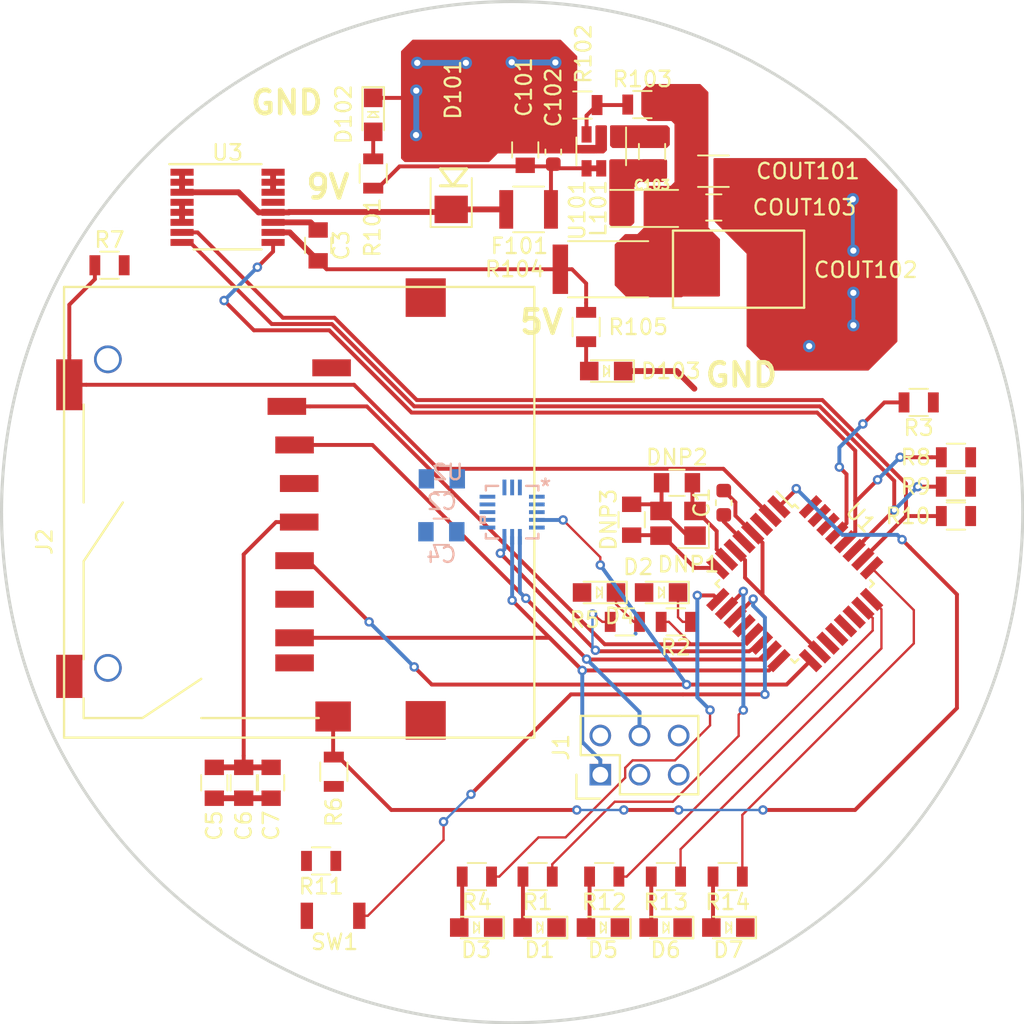
<source format=kicad_pcb>
(kicad_pcb (version 20171130) (host pcbnew 5.1.4-e60b266~84~ubuntu18.04.1)

  (general
    (thickness 1.6)
    (drawings 5)
    (tracks 414)
    (zones 0)
    (modules 54)
    (nets 55)
  )

  (page A4)
  (layers
    (0 F.Cu signal)
    (31 B.Cu signal)
    (32 B.Adhes user)
    (33 F.Adhes user)
    (34 B.Paste user)
    (35 F.Paste user)
    (36 B.SilkS user)
    (37 F.SilkS user)
    (38 B.Mask user)
    (39 F.Mask user)
    (40 Dwgs.User user)
    (41 Cmts.User user)
    (42 Eco1.User user)
    (43 Eco2.User user)
    (44 Edge.Cuts user)
    (45 Margin user)
    (46 B.CrtYd user)
    (47 F.CrtYd user)
    (48 B.Fab user)
    (49 F.Fab user)
  )

  (setup
    (last_trace_width 0.1524)
    (user_trace_width 0.254)
    (user_trace_width 0.381)
    (trace_clearance 0.1524)
    (zone_clearance 0.1524)
    (zone_45_only no)
    (trace_min 0.1524)
    (via_size 0.6096)
    (via_drill 0.3048)
    (via_min_size 0.1524)
    (via_min_drill 0.3048)
    (user_via 0.6096 0.3048)
    (uvia_size 0.3)
    (uvia_drill 0.1)
    (uvias_allowed no)
    (uvia_min_size 0.2)
    (uvia_min_drill 0.1)
    (edge_width 0.2)
    (segment_width 0.2)
    (pcb_text_width 0.3)
    (pcb_text_size 1.5 1.5)
    (mod_edge_width 0.15)
    (mod_text_size 1 1)
    (mod_text_width 0.15)
    (pad_size 1.524 1.524)
    (pad_drill 0.762)
    (pad_to_mask_clearance 0.051)
    (solder_mask_min_width 0.25)
    (aux_axis_origin 0 0)
    (visible_elements FFFFFF7F)
    (pcbplotparams
      (layerselection 0x010fc_ffffffff)
      (usegerberextensions false)
      (usegerberattributes false)
      (usegerberadvancedattributes false)
      (creategerberjobfile false)
      (excludeedgelayer true)
      (linewidth 0.100000)
      (plotframeref false)
      (viasonmask false)
      (mode 1)
      (useauxorigin false)
      (hpglpennumber 1)
      (hpglpenspeed 20)
      (hpglpendiameter 15.000000)
      (psnegative false)
      (psa4output false)
      (plotreference true)
      (plotvalue true)
      (plotinvisibletext false)
      (padsonsilk false)
      (subtractmaskfromsilk false)
      (outputformat 1)
      (mirror false)
      (drillshape 0)
      (scaleselection 1)
      (outputdirectory "2_26_2019/"))
  )

  (net 0 "")
  (net 1 GND)
  (net 2 VCC)
  (net 3 "Net-(C101-Pad1)")
  (net 4 "Net-(C103-Pad2)")
  (net 5 "Net-(C103-Pad1)")
  (net 6 "Net-(COUT101-Pad1)")
  (net 7 "Net-(D102-Pad2)")
  (net 8 "Net-(D103-Pad2)")
  (net 9 "Net-(R102-Pad1)")
  (net 10 "Net-(C5-Pad1)")
  (net 11 "Net-(D1-Pad2)")
  (net 12 "Net-(D2-Pad1)")
  (net 13 "Net-(D3-Pad2)")
  (net 14 "Net-(D4-Pad1)")
  (net 15 /PC0)
  (net 16 /PC1)
  (net 17 /PC2)
  (net 18 /9V)
  (net 19 "Net-(DNP1-Pad1)")
  (net 20 "Net-(DNP1-Pad3)")
  (net 21 /MISO)
  (net 22 /SCK)
  (net 23 /MOSI)
  (net 24 /RESET)
  (net 25 /CS_SD)
  (net 26 "Net-(J2-Pad8)")
  (net 27 "Net-(J2-Pad9)")
  (net 28 /Protect)
  (net 29 /Detect)
  (net 30 "Net-(R1-Pad1)")
  (net 31 "Net-(R4-Pad1)")
  (net 32 /CS)
  (net 33 /SCL)
  (net 34 /SDA)
  (net 35 /ALERT)
  (net 36 "Net-(U1-Pad12)")
  (net 37 "Net-(U1-Pad19)")
  (net 38 "Net-(U1-Pad20)")
  (net 39 "Net-(U1-Pad22)")
  (net 40 "Net-(U1-Pad30)")
  (net 41 "Net-(U1-Pad31)")
  (net 42 "Net-(U1-Pad32)")
  (net 43 "Net-(U2-Pad2)")
  (net 44 "Net-(U2-Pad3)")
  (net 45 "Net-(U2-Pad9)")
  (net 46 "Net-(U2-Pad11)")
  (net 47 "Net-(U2-Pad13)")
  (net 48 "Net-(U2-Pad15)")
  (net 49 "Net-(U2-Pad16)")
  (net 50 "Net-(U3-Pad13)")
  (net 51 "Net-(D5-Pad2)")
  (net 52 "Net-(D6-Pad2)")
  (net 53 "Net-(D7-Pad2)")
  (net 54 "Net-(SW1-Pad1)")

  (net_class Default "This is the default net class."
    (clearance 0.1524)
    (trace_width 0.1524)
    (via_dia 0.6096)
    (via_drill 0.3048)
    (uvia_dia 0.3)
    (uvia_drill 0.1)
    (add_net /9V)
    (add_net /ALERT)
    (add_net /CS)
    (add_net /CS_SD)
    (add_net /Detect)
    (add_net /MISO)
    (add_net /MOSI)
    (add_net /PC0)
    (add_net /PC1)
    (add_net /PC2)
    (add_net /Protect)
    (add_net /RESET)
    (add_net /SCK)
    (add_net /SCL)
    (add_net /SDA)
    (add_net GND)
    (add_net "Net-(C101-Pad1)")
    (add_net "Net-(C103-Pad1)")
    (add_net "Net-(C103-Pad2)")
    (add_net "Net-(C5-Pad1)")
    (add_net "Net-(COUT101-Pad1)")
    (add_net "Net-(D1-Pad2)")
    (add_net "Net-(D102-Pad2)")
    (add_net "Net-(D103-Pad2)")
    (add_net "Net-(D2-Pad1)")
    (add_net "Net-(D3-Pad2)")
    (add_net "Net-(D4-Pad1)")
    (add_net "Net-(D5-Pad2)")
    (add_net "Net-(D6-Pad2)")
    (add_net "Net-(D7-Pad2)")
    (add_net "Net-(DNP1-Pad1)")
    (add_net "Net-(DNP1-Pad3)")
    (add_net "Net-(J2-Pad8)")
    (add_net "Net-(J2-Pad9)")
    (add_net "Net-(R1-Pad1)")
    (add_net "Net-(R102-Pad1)")
    (add_net "Net-(R4-Pad1)")
    (add_net "Net-(SW1-Pad1)")
    (add_net "Net-(U1-Pad12)")
    (add_net "Net-(U1-Pad19)")
    (add_net "Net-(U1-Pad20)")
    (add_net "Net-(U1-Pad22)")
    (add_net "Net-(U1-Pad30)")
    (add_net "Net-(U1-Pad31)")
    (add_net "Net-(U1-Pad32)")
    (add_net "Net-(U2-Pad11)")
    (add_net "Net-(U2-Pad13)")
    (add_net "Net-(U2-Pad15)")
    (add_net "Net-(U2-Pad16)")
    (add_net "Net-(U2-Pad2)")
    (add_net "Net-(U2-Pad3)")
    (add_net "Net-(U2-Pad9)")
    (add_net "Net-(U3-Pad13)")
    (add_net VCC)
  )

  (module footprints:sd_socket_molex_5009980900 (layer F.Cu) (tedit 5BB58F2B) (tstamp 5DDF2D07)
    (at 58.842 118.501 270)
    (path /5DC5A165)
    (fp_text reference J2 (at 1.27 16.51 90) (layer F.SilkS)
      (effects (font (size 1 1) (thickness 0.15)))
    )
    (fp_text value SD_socket (at 1.27 17.78 90) (layer F.Fab)
      (effects (font (size 1 1) (thickness 0.15)))
    )
    (fp_line (start 8.89 13.97) (end 2.54 13.97) (layer F.SilkS) (width 0.15))
    (fp_line (start 2.54 13.97) (end -1.27 11.43) (layer F.SilkS) (width 0.15))
    (fp_line (start -7.62 13.97) (end -1.27 13.97) (layer F.SilkS) (width 0.15))
    (fp_line (start 11.43 13.97) (end 12.7 13.97) (layer F.SilkS) (width 0.15))
    (fp_line (start 12.7 10.16) (end 10.16 6.35) (layer F.SilkS) (width 0.15))
    (fp_line (start 12.7 -1.27) (end 12.7 6.35) (layer F.SilkS) (width 0.15))
    (fp_line (start 10.16 -15.24) (end -6.35 -15.24) (layer F.SilkS) (width 0.15))
    (fp_line (start -6.35 -15.24) (end -15.24 -15.24) (layer F.SilkS) (width 0.15))
    (fp_line (start -15.24 -15.24) (end -15.24 15.24) (layer F.SilkS) (width 0.15))
    (fp_line (start 13.97 15.24) (end 13.97 -15.24) (layer F.SilkS) (width 0.15))
    (fp_line (start 13.97 -15.24) (end 10.16 -15.24) (layer F.SilkS) (width 0.15))
    (fp_line (start -15.24 15.24) (end 13.97 15.24) (layer F.SilkS) (width 0.15))
    (fp_line (start 12.7 13.97) (end 12.7 10.16) (layer F.SilkS) (width 0.15))
    (pad 1 smd rect (at -7.5 0.8 270) (size 1.1 2.5) (layers F.Cu F.Paste F.Mask)
      (net 25 /CS_SD))
    (pad 2 smd rect (at -5 0.3 270) (size 1.1 2.5) (layers F.Cu F.Paste F.Mask)
      (net 23 /MOSI))
    (pad 3 smd rect (at -2.5 0 270) (size 1.1 2.5) (layers F.Cu F.Paste F.Mask)
      (net 1 GND))
    (pad 4 smd rect (at 0 0 270) (size 1.1 2.5) (layers F.Cu F.Paste F.Mask)
      (net 10 "Net-(C5-Pad1)"))
    (pad 5 smd rect (at 2.5 0.3 270) (size 1.1 2.5) (layers F.Cu F.Paste F.Mask)
      (net 22 /SCK))
    (pad 6 smd rect (at 5 0.3 270) (size 1.1 2.5) (layers F.Cu F.Paste F.Mask)
      (net 1 GND))
    (pad 7 smd rect (at 7.5 0.3 270) (size 1.1 2.5) (layers F.Cu F.Paste F.Mask)
      (net 21 /MISO))
    (pad 8 smd rect (at 9.125 0.3 270) (size 1.1 2.5) (layers F.Cu F.Paste F.Mask)
      (net 26 "Net-(J2-Pad8)"))
    (pad 9 smd rect (at -10 -2.1 270) (size 1.1 2.5) (layers F.Cu F.Paste F.Mask)
      (net 27 "Net-(J2-Pad9)"))
    (pad 10 smd rect (at 10 14.9 270) (size 2.8 1.7) (layers F.Cu F.Paste F.Mask)
      (net 2 VCC))
    (pad 11 smd rect (at 12.6 -2.2 270) (size 1.95 2.3) (layers F.Cu F.Paste F.Mask)
      (net 28 /Protect))
    (pad 12 smd rect (at -8.9 14.9 270) (size 3.3 1.7) (layers F.Cu F.Paste F.Mask)
      (net 29 /Detect))
    (pad "" thru_hole circle (at -10.55 12.4 270) (size 1.8 1.8) (drill 1.45) (layers *.Cu *.Mask))
    (pad "" thru_hole circle (at 9.45 12.4 270) (size 1.8 1.8) (drill 1.45) (layers *.Cu *.Mask))
    (pad "" smd rect (at 12.85 -8.2 270) (size 2.5 2.6) (layers F.Cu F.Paste F.Mask))
    (pad "" smd rect (at -14.55 -8.2 270) (size 2.5 2.6) (layers F.Cu F.Paste F.Mask))
  )

  (module footprints:Fuse_1812 (layer F.Cu) (tedit 5C998166) (tstamp 5C6E3B8B)
    (at 84.5693 102.108)
    (path /5C08921B)
    (fp_text reference COUT102 (at 10.9957 0.049) (layer F.SilkS)
      (effects (font (size 1 1) (thickness 0.15)))
    )
    (fp_text value C_33uF (at 3 3.5) (layer F.Fab) hide
      (effects (font (size 1 1) (thickness 0.15)))
    )
    (fp_line (start -1.5 2.5) (end -1.5 -2.5) (layer F.SilkS) (width 0.15))
    (fp_line (start 7 2.5) (end -1.5 2.5) (layer F.SilkS) (width 0.15))
    (fp_line (start 7 -2.5) (end 7 2.5) (layer F.SilkS) (width 0.15))
    (fp_line (start -1.5 -2.5) (end 7 -2.5) (layer F.SilkS) (width 0.15))
    (pad 1 smd rect (at 0 0) (size 1.78 3.5) (layers F.Cu F.Paste F.Mask)
      (net 6 "Net-(COUT101-Pad1)"))
    (pad 2 smd rect (at 5.28 0) (size 1.78 3.5) (layers F.Cu F.Paste F.Mask)
      (net 1 GND))
  )

  (module footprints:C_0805_OEM (layer F.Cu) (tedit 5C998C0E) (tstamp 5DB11065)
    (at 81.7118 94.488 270)
    (descr "Capacitor SMD 0805, reflow soldering, AVX (see smccp.pdf)")
    (tags "capacitor 0805")
    (path /5BEE239B)
    (attr smd)
    (fp_text reference C103 (at 2.159 0.0032) (layer F.SilkS)
      (effects (font (size 0.6 0.6) (thickness 0.15)))
    )
    (fp_text value C_0.1uF (at 0 1.75 90) (layer F.Fab) hide
      (effects (font (size 1 1) (thickness 0.15)))
    )
    (fp_line (start 1.75 0.87) (end -1.75 0.87) (layer F.CrtYd) (width 0.05))
    (fp_line (start 1.75 0.87) (end 1.75 -0.88) (layer F.CrtYd) (width 0.05))
    (fp_line (start -1.75 -0.88) (end -1.75 0.87) (layer F.CrtYd) (width 0.05))
    (fp_line (start -1.75 -0.88) (end 1.75 -0.88) (layer F.CrtYd) (width 0.05))
    (fp_line (start -0.5 0.85) (end 0.5 0.85) (layer F.SilkS) (width 0.12))
    (fp_line (start 0.5 -0.85) (end -0.5 -0.85) (layer F.SilkS) (width 0.12))
    (fp_line (start -1 -0.62) (end 1 -0.62) (layer F.Fab) (width 0.1))
    (fp_line (start 1 -0.62) (end 1 0.62) (layer F.Fab) (width 0.1))
    (fp_line (start 1 0.62) (end -1 0.62) (layer F.Fab) (width 0.1))
    (fp_line (start -1 0.62) (end -1 -0.62) (layer F.Fab) (width 0.1))
    (pad 2 smd rect (at 1 0 270) (size 1 1.25) (layers F.Cu F.Paste F.Mask)
      (net 4 "Net-(C103-Pad2)"))
    (pad 1 smd rect (at -1 0 270) (size 1 1.25) (layers F.Cu F.Paste F.Mask)
      (net 5 "Net-(C103-Pad1)"))
    (model /home/josh/Formula/OEM_Preferred_Parts/3DModels/C_0805_OEM/C_0805.wrl
      (at (xyz 0 0 0))
      (scale (xyz 1 1 1))
      (rotate (xyz 0 0 0))
    )
  )

  (module footprints:Fuse_1210 (layer F.Cu) (tedit 5C9980A5) (tstamp 5C17D6C7)
    (at 73.7108 98.2345 180)
    (descr "Resistor SMD 1210, reflow soldering, Vishay (see dcrcw.pdf)")
    (tags "resistor 1210")
    (path /5C0BFA29)
    (attr smd)
    (fp_text reference F101 (at 0.5958 -2.3725 180) (layer F.SilkS)
      (effects (font (size 1 1) (thickness 0.15)))
    )
    (fp_text value F_500mA_16V (at 0 2.4 180) (layer F.Fab) hide
      (effects (font (size 1 1) (thickness 0.15)))
    )
    (fp_line (start 2.15 1.5) (end -2.15 1.5) (layer F.CrtYd) (width 0.05))
    (fp_line (start 2.15 1.5) (end 2.15 -1.5) (layer F.CrtYd) (width 0.05))
    (fp_line (start -2.15 -1.5) (end -2.15 1.5) (layer F.CrtYd) (width 0.05))
    (fp_line (start -2.15 -1.5) (end 2.15 -1.5) (layer F.CrtYd) (width 0.05))
    (fp_line (start -1 -1.48) (end 1 -1.48) (layer F.SilkS) (width 0.12))
    (fp_line (start 1 1.48) (end -1 1.48) (layer F.SilkS) (width 0.12))
    (fp_line (start -1.6 -1.25) (end 1.6 -1.25) (layer F.Fab) (width 0.1))
    (fp_line (start 1.6 -1.25) (end 1.6 1.25) (layer F.Fab) (width 0.1))
    (fp_line (start 1.6 1.25) (end -1.6 1.25) (layer F.Fab) (width 0.1))
    (fp_line (start -1.6 1.25) (end -1.6 -1.25) (layer F.Fab) (width 0.1))
    (pad 2 smd rect (at 1.45 0 180) (size 0.9 2.5) (layers F.Cu F.Paste F.Mask)
      (net 18 /9V))
    (pad 1 smd rect (at -1.45 0 180) (size 0.9 2.5) (layers F.Cu F.Paste F.Mask)
      (net 3 "Net-(C101-Pad1)"))
    (model /home/josh/Formula/OEM_Preferred_Parts/3DModels/Fuse_1210_OEM/Fuse1210.wrl
      (at (xyz 0 0 0))
      (scale (xyz 1 1 1))
      (rotate (xyz 0 0 0))
    )
  )

  (module footprints:R_0805_OEM (layer F.Cu) (tedit 5C998142) (tstamp 5C4FC91B)
    (at 77.19822 91.47048 180)
    (descr "Resistor SMD 0805, reflow soldering, Vishay (see dcrcw.pdf)")
    (tags "resistor 0805")
    (path /5C0B315C)
    (attr smd)
    (fp_text reference R102 (at -0.06678 3.31348 270) (layer F.SilkS)
      (effects (font (size 1 1) (thickness 0.15)))
    )
    (fp_text value R_25K (at 0 1.75 180) (layer F.Fab) hide
      (effects (font (size 1 1) (thickness 0.15)))
    )
    (fp_line (start 1.55 0.9) (end -1.55 0.9) (layer F.CrtYd) (width 0.05))
    (fp_line (start 1.55 0.9) (end 1.55 -0.9) (layer F.CrtYd) (width 0.05))
    (fp_line (start -1.55 -0.9) (end -1.55 0.9) (layer F.CrtYd) (width 0.05))
    (fp_line (start -1.55 -0.9) (end 1.55 -0.9) (layer F.CrtYd) (width 0.05))
    (fp_line (start -0.6 -0.88) (end 0.6 -0.88) (layer F.SilkS) (width 0.12))
    (fp_line (start 0.6 0.88) (end -0.6 0.88) (layer F.SilkS) (width 0.12))
    (fp_line (start -1 -0.62) (end 1 -0.62) (layer F.Fab) (width 0.1))
    (fp_line (start 1 -0.62) (end 1 0.62) (layer F.Fab) (width 0.1))
    (fp_line (start 1 0.62) (end -1 0.62) (layer F.Fab) (width 0.1))
    (fp_line (start -1 0.62) (end -1 -0.62) (layer F.Fab) (width 0.1))
    (pad 2 smd rect (at 0.95 0 180) (size 0.7 1.3) (layers F.Cu F.Paste F.Mask)
      (net 1 GND))
    (pad 1 smd rect (at -0.95 0 180) (size 0.7 1.3) (layers F.Cu F.Paste F.Mask)
      (net 9 "Net-(R102-Pad1)"))
    (model "/home/josh/Formula/OEM_Preferred_Parts/3DModels/WRL Files/res0805.wrl"
      (at (xyz 0 0 0))
      (scale (xyz 1 1 1))
      (rotate (xyz 0 0 0))
    )
  )

  (module footprints:R_0805_OEM (layer F.Cu) (tedit 5C998BE3) (tstamp 5C4FC8EE)
    (at 77.44 105.857 270)
    (descr "Resistor SMD 0805, reflow soldering, Vishay (see dcrcw.pdf)")
    (tags "resistor 0805")
    (path /5C0C44F9)
    (attr smd)
    (fp_text reference R105 (at 0 -3.375) (layer F.SilkS)
      (effects (font (size 1 1) (thickness 0.15)))
    )
    (fp_text value R_200 (at 0 1.75 270) (layer F.Fab) hide
      (effects (font (size 1 1) (thickness 0.15)))
    )
    (fp_line (start -1 0.62) (end -1 -0.62) (layer F.Fab) (width 0.1))
    (fp_line (start 1 0.62) (end -1 0.62) (layer F.Fab) (width 0.1))
    (fp_line (start 1 -0.62) (end 1 0.62) (layer F.Fab) (width 0.1))
    (fp_line (start -1 -0.62) (end 1 -0.62) (layer F.Fab) (width 0.1))
    (fp_line (start 0.6 0.88) (end -0.6 0.88) (layer F.SilkS) (width 0.12))
    (fp_line (start -0.6 -0.88) (end 0.6 -0.88) (layer F.SilkS) (width 0.12))
    (fp_line (start -1.55 -0.9) (end 1.55 -0.9) (layer F.CrtYd) (width 0.05))
    (fp_line (start -1.55 -0.9) (end -1.55 0.9) (layer F.CrtYd) (width 0.05))
    (fp_line (start 1.55 0.9) (end 1.55 -0.9) (layer F.CrtYd) (width 0.05))
    (fp_line (start 1.55 0.9) (end -1.55 0.9) (layer F.CrtYd) (width 0.05))
    (pad 1 smd rect (at -0.95 0 270) (size 0.7 1.3) (layers F.Cu F.Paste F.Mask)
      (net 2 VCC))
    (pad 2 smd rect (at 0.95 0 270) (size 0.7 1.3) (layers F.Cu F.Paste F.Mask)
      (net 8 "Net-(D103-Pad2)"))
    (model "/home/josh/Formula/OEM_Preferred_Parts/3DModels/WRL Files/res0805.wrl"
      (at (xyz 0 0 0))
      (scale (xyz 1 1 1))
      (rotate (xyz 0 0 0))
    )
  )

  (module footprints:R_2512_OEM (layer F.Cu) (tedit 5C9980B9) (tstamp 5C17D70D)
    (at 78.8682 102.11308 180)
    (descr "Resistor SMD 2512, reflow soldering, Vishay (see dcrcw.pdf)")
    (tags "resistor 2512")
    (path /5C0C29A9)
    (attr smd)
    (fp_text reference R104 (at 6.0532 0.00608 180) (layer F.SilkS)
      (effects (font (size 1 1) (thickness 0.15)))
    )
    (fp_text value R_0_2512 (at 0 2.75 180) (layer F.Fab) hide
      (effects (font (size 1 1) (thickness 0.15)))
    )
    (fp_line (start -3.15 1.6) (end -3.15 -1.6) (layer F.Fab) (width 0.1))
    (fp_line (start 3.15 1.6) (end -3.15 1.6) (layer F.Fab) (width 0.1))
    (fp_line (start 3.15 -1.6) (end 3.15 1.6) (layer F.Fab) (width 0.1))
    (fp_line (start -3.15 -1.6) (end 3.15 -1.6) (layer F.Fab) (width 0.1))
    (fp_line (start 2.6 1.82) (end -2.6 1.82) (layer F.SilkS) (width 0.12))
    (fp_line (start -2.6 -1.82) (end 2.6 -1.82) (layer F.SilkS) (width 0.12))
    (fp_line (start -3.85 -1.85) (end 3.85 -1.85) (layer F.CrtYd) (width 0.05))
    (fp_line (start -3.85 -1.85) (end -3.85 1.85) (layer F.CrtYd) (width 0.05))
    (fp_line (start 3.85 1.85) (end 3.85 -1.85) (layer F.CrtYd) (width 0.05))
    (fp_line (start 3.85 1.85) (end -3.85 1.85) (layer F.CrtYd) (width 0.05))
    (pad 1 smd rect (at -3.1 0 180) (size 1 3.2) (layers F.Cu F.Paste F.Mask)
      (net 6 "Net-(COUT101-Pad1)"))
    (pad 2 smd rect (at 3.1 0 180) (size 1 3.2) (layers F.Cu F.Paste F.Mask)
      (net 2 VCC))
    (model ${KISYS3DMOD}/Resistors_SMD.3dshapes/R_2512.wrl
      (at (xyz 0 0 0))
      (scale (xyz 1 1 1))
      (rotate (xyz 0 0 0))
    )
  )

  (module footprints:SOT-23-6_OEM (layer F.Cu) (tedit 5C99808C) (tstamp 5C17D722)
    (at 78.4176 94.4728 270)
    (descr "6-pin SOT-23 package")
    (tags SOT-23-6)
    (path /5C75D405)
    (attr smd)
    (fp_text reference U101 (at 3.8092 1.5526 270) (layer F.SilkS)
      (effects (font (size 1 1) (thickness 0.15)))
    )
    (fp_text value TPS560430YF (at 0 2.9 270) (layer F.Fab) hide
      (effects (font (size 1 1) (thickness 0.15)))
    )
    (fp_line (start -0.9 1.61) (end 0.9 1.61) (layer F.SilkS) (width 0.12))
    (fp_line (start 0.9 -1.61) (end -1.55 -1.61) (layer F.SilkS) (width 0.12))
    (fp_line (start 1.9 -1.8) (end -1.9 -1.8) (layer F.CrtYd) (width 0.05))
    (fp_line (start 1.9 1.8) (end 1.9 -1.8) (layer F.CrtYd) (width 0.05))
    (fp_line (start -1.9 1.8) (end 1.9 1.8) (layer F.CrtYd) (width 0.05))
    (fp_line (start -1.9 -1.8) (end -1.9 1.8) (layer F.CrtYd) (width 0.05))
    (fp_line (start -0.9 -0.9) (end -0.25 -1.55) (layer F.Fab) (width 0.1))
    (fp_line (start 0.9 -1.55) (end -0.25 -1.55) (layer F.Fab) (width 0.1))
    (fp_line (start -0.9 -0.9) (end -0.9 1.55) (layer F.Fab) (width 0.1))
    (fp_line (start 0.9 1.55) (end -0.9 1.55) (layer F.Fab) (width 0.1))
    (fp_line (start 0.9 -1.55) (end 0.9 1.55) (layer F.Fab) (width 0.1))
    (pad 1 smd rect (at -1.1 -0.95 270) (size 1.06 0.65) (layers F.Cu F.Paste F.Mask)
      (net 5 "Net-(C103-Pad1)"))
    (pad 2 smd rect (at -1.1 0 270) (size 1.06 0.65) (layers F.Cu F.Paste F.Mask)
      (net 1 GND))
    (pad 3 smd rect (at -1.1 0.95 270) (size 1.06 0.65) (layers F.Cu F.Paste F.Mask)
      (net 9 "Net-(R102-Pad1)"))
    (pad 4 smd rect (at 1.1 0.95 270) (size 1.06 0.65) (layers F.Cu F.Paste F.Mask)
      (net 3 "Net-(C101-Pad1)"))
    (pad 6 smd rect (at 1.1 -0.95 270) (size 1.06 0.65) (layers F.Cu F.Paste F.Mask)
      (net 4 "Net-(C103-Pad2)"))
    (pad 5 smd rect (at 1.1 0 270) (size 1.06 0.65) (layers F.Cu F.Paste F.Mask)
      (net 3 "Net-(C101-Pad1)"))
    (model ${KISYS3DMOD}/TO_SOT_Packages_SMD.3dshapes/SOT-23-6.wrl
      (at (xyz 0 0 0))
      (scale (xyz 1 1 1))
      (rotate (xyz 0 0 0))
    )
  )

  (module footprints:C_1206_OEM (layer F.Cu) (tedit 5C99815D) (tstamp 5C6E9423)
    (at 85.6883 95.758)
    (descr "Capacitor SMD 1206, reflow soldering, AVX (see smccp.pdf)")
    (tags "capacitor 1206")
    (path /5C061BB4)
    (attr smd)
    (fp_text reference COUT101 (at 6.1267 -0.001) (layer F.SilkS)
      (effects (font (size 1 1) (thickness 0.15)))
    )
    (fp_text value C_22uF (at 0 2) (layer F.Fab) hide
      (effects (font (size 1 1) (thickness 0.15)))
    )
    (fp_line (start -1.6 0.8) (end -1.6 -0.8) (layer F.Fab) (width 0.1))
    (fp_line (start 1.6 0.8) (end -1.6 0.8) (layer F.Fab) (width 0.1))
    (fp_line (start 1.6 -0.8) (end 1.6 0.8) (layer F.Fab) (width 0.1))
    (fp_line (start -1.6 -0.8) (end 1.6 -0.8) (layer F.Fab) (width 0.1))
    (fp_line (start 1 -1.02) (end -1 -1.02) (layer F.SilkS) (width 0.12))
    (fp_line (start -1 1.02) (end 1 1.02) (layer F.SilkS) (width 0.12))
    (fp_line (start -2.25 -1.05) (end 2.25 -1.05) (layer F.CrtYd) (width 0.05))
    (fp_line (start -2.25 -1.05) (end -2.25 1.05) (layer F.CrtYd) (width 0.05))
    (fp_line (start 2.25 1.05) (end 2.25 -1.05) (layer F.CrtYd) (width 0.05))
    (fp_line (start 2.25 1.05) (end -2.25 1.05) (layer F.CrtYd) (width 0.05))
    (pad 1 smd rect (at -1.5 0) (size 1 1.6) (layers F.Cu F.Paste F.Mask)
      (net 6 "Net-(COUT101-Pad1)"))
    (pad 2 smd rect (at 1.5 0) (size 1 1.6) (layers F.Cu F.Paste F.Mask)
      (net 1 GND))
    (model Capacitors_SMD.3dshapes/C_1206.wrl
      (at (xyz 0 0 0))
      (scale (xyz 1 1 1))
      (rotate (xyz 0 0 0))
    )
  )

  (module footprints:C_0805_OEM (layer F.Cu) (tedit 5C998161) (tstamp 5C6E3B9B)
    (at 85.7123 98.1075)
    (descr "Capacitor SMD 0805, reflow soldering, AVX (see smccp.pdf)")
    (tags "capacitor 0805")
    (path /5C062E7A)
    (attr smd)
    (fp_text reference COUT103 (at 5.8777 -0.0005) (layer F.SilkS)
      (effects (font (size 1 1) (thickness 0.15)))
    )
    (fp_text value C_47uF (at 0 1.75) (layer F.Fab) hide
      (effects (font (size 1 1) (thickness 0.15)))
    )
    (fp_line (start -1 0.62) (end -1 -0.62) (layer F.Fab) (width 0.1))
    (fp_line (start 1 0.62) (end -1 0.62) (layer F.Fab) (width 0.1))
    (fp_line (start 1 -0.62) (end 1 0.62) (layer F.Fab) (width 0.1))
    (fp_line (start -1 -0.62) (end 1 -0.62) (layer F.Fab) (width 0.1))
    (fp_line (start 0.5 -0.85) (end -0.5 -0.85) (layer F.SilkS) (width 0.12))
    (fp_line (start -0.5 0.85) (end 0.5 0.85) (layer F.SilkS) (width 0.12))
    (fp_line (start -1.75 -0.88) (end 1.75 -0.88) (layer F.CrtYd) (width 0.05))
    (fp_line (start -1.75 -0.88) (end -1.75 0.87) (layer F.CrtYd) (width 0.05))
    (fp_line (start 1.75 0.87) (end 1.75 -0.88) (layer F.CrtYd) (width 0.05))
    (fp_line (start 1.75 0.87) (end -1.75 0.87) (layer F.CrtYd) (width 0.05))
    (pad 1 smd rect (at -1 0) (size 1 1.25) (layers F.Cu F.Paste F.Mask)
      (net 6 "Net-(COUT101-Pad1)"))
    (pad 2 smd rect (at 1 0) (size 1 1.25) (layers F.Cu F.Paste F.Mask)
      (net 1 GND))
    (model /home/josh/Formula/OEM_Preferred_Parts/3DModels/C_0805_OEM/C_0805.wrl
      (at (xyz 0 0 0))
      (scale (xyz 1 1 1))
      (rotate (xyz 0 0 0))
    )
    (model ${LOCAL_DIR}/OEM_Preferred_Parts/3DModels/C_0805_OEM/C_0805.step
      (at (xyz 0 0 0))
      (scale (xyz 1 1 1))
      (rotate (xyz 0 0 0))
    )
  )

  (module footprints:DO-214AA (layer F.Cu) (tedit 5C998738) (tstamp 5C6E3BE3)
    (at 68.6943 96.2025 90)
    (descr "http://www.diodes.com/datasheets/ap02001.pdf p.144")
    (tags "Diode SOD523")
    (path /5C623D49)
    (attr smd)
    (fp_text reference D101 (at 5.7205 0.1207 270) (layer F.SilkS)
      (effects (font (size 1 1) (thickness 0.15)))
    )
    (fp_text value D_Zener_18V (at 0 2.286 90) (layer F.Fab) hide
      (effects (font (size 1 1) (thickness 0.15)))
    )
    (fp_line (start 0.6 1) (end -0.5 0.1) (layer F.SilkS) (width 0.2))
    (fp_line (start 0.6 -0.7) (end 0.6 1) (layer F.SilkS) (width 0.2))
    (fp_line (start -0.5 0.1) (end 0.6 -0.7) (layer F.SilkS) (width 0.2))
    (fp_line (start -0.5 -0.7) (end -0.5 1) (layer F.SilkS) (width 0.2))
    (fp_line (start -3.175 -1.3335) (end -3.175 1.3335) (layer F.SilkS) (width 0.12))
    (fp_line (start 3.302 -1.4605) (end 3.302 1.4605) (layer F.CrtYd) (width 0.05))
    (fp_line (start -3.302 -1.4605) (end 3.302 -1.4605) (layer F.CrtYd) (width 0.05))
    (fp_line (start -3.302 -1.4605) (end -3.302 1.4605) (layer F.CrtYd) (width 0.05))
    (fp_line (start -3.302 1.4605) (end 3.302 1.4605) (layer F.CrtYd) (width 0.05))
    (fp_line (start 2.3749 -1.9685) (end 2.3749 1.9685) (layer F.Fab) (width 0.1))
    (fp_line (start -2.3749 -1.9685) (end 2.3749 -1.9685) (layer F.Fab) (width 0.1))
    (fp_line (start -2.3749 -1.9685) (end -2.3749 1.9685) (layer F.Fab) (width 0.1))
    (fp_line (start 2.3749 1.9685) (end -2.3749 1.9685) (layer F.Fab) (width 0.1))
    (fp_line (start -3.175 1.3335) (end 0 1.3335) (layer F.SilkS) (width 0.12))
    (fp_line (start -3.175 -1.3335) (end 0 -1.3335) (layer F.SilkS) (width 0.12))
    (pad 2 smd rect (at 2.032 0 270) (size 1.778 2.159) (layers F.Cu F.Paste F.Mask)
      (net 1 GND))
    (pad 1 smd rect (at -2.032 0 270) (size 1.778 2.159) (layers F.Cu F.Paste F.Mask)
      (net 18 /9V))
    (model /home/josh/Formula/OEM_Preferred_Parts/3DModels/DO_214AA_OEM/DO_214AA.wrl
      (at (xyz 0 0 0))
      (scale (xyz 1 1 1))
      (rotate (xyz 0 0 0))
    )
  )

  (module footprints:LED_0805_OEM (layer F.Cu) (tedit 5C998BE8) (tstamp 5C6E6262)
    (at 78.74 108.712 180)
    (descr "LED 0805 smd package")
    (tags "LED led 0805 SMD smd SMT smt smdled SMDLED smtled SMTLED")
    (path /5C0C344A)
    (attr smd)
    (fp_text reference D103 (at -4.191 0) (layer F.SilkS)
      (effects (font (size 1 1) (thickness 0.15)))
    )
    (fp_text value LED_0805 (at 0.508 2.032) (layer F.Fab) hide
      (effects (font (size 1 1) (thickness 0.15)))
    )
    (fp_line (start -0.2 0.35) (end -0.2 0) (layer F.SilkS) (width 0.1))
    (fp_line (start -0.2 0) (end -0.2 -0.35) (layer F.SilkS) (width 0.1))
    (fp_line (start 0.15 0.35) (end -0.2 0) (layer F.SilkS) (width 0.1))
    (fp_line (start 0.15 0.3) (end 0.15 0.35) (layer F.SilkS) (width 0.1))
    (fp_line (start 0.15 0.35) (end 0.15 0.3) (layer F.SilkS) (width 0.1))
    (fp_line (start 0.15 -0.35) (end 0.15 0.3) (layer F.SilkS) (width 0.1))
    (fp_line (start 0.1 -0.3) (end 0.15 -0.35) (layer F.SilkS) (width 0.1))
    (fp_line (start -0.2 0) (end 0.1 -0.3) (layer F.SilkS) (width 0.1))
    (fp_line (start -1.8 -0.7) (end -1.8 0.7) (layer F.SilkS) (width 0.12))
    (fp_line (start 1 0.6) (end -1 0.6) (layer F.Fab) (width 0.1))
    (fp_line (start 1 -0.6) (end 1 0.6) (layer F.Fab) (width 0.1))
    (fp_line (start -1 -0.6) (end 1 -0.6) (layer F.Fab) (width 0.1))
    (fp_line (start -1 0.6) (end -1 -0.6) (layer F.Fab) (width 0.1))
    (fp_line (start -1.8 0.7) (end 1 0.7) (layer F.SilkS) (width 0.12))
    (fp_line (start -1.8 -0.7) (end 1 -0.7) (layer F.SilkS) (width 0.12))
    (fp_line (start 1.95 -0.85) (end 1.95 0.85) (layer F.CrtYd) (width 0.05))
    (fp_line (start 1.95 0.85) (end -1.95 0.85) (layer F.CrtYd) (width 0.05))
    (fp_line (start -1.95 0.85) (end -1.95 -0.85) (layer F.CrtYd) (width 0.05))
    (fp_line (start -1.95 -0.85) (end 1.95 -0.85) (layer F.CrtYd) (width 0.05))
    (pad 2 smd rect (at 1.1 0) (size 1.2 1.2) (layers F.Cu F.Paste F.Mask)
      (net 8 "Net-(D103-Pad2)"))
    (pad 1 smd rect (at -1.1 0) (size 1.2 1.2) (layers F.Cu F.Paste F.Mask)
      (net 1 GND))
    (model "/home/josh/Formula/OEM_Preferred_Parts/3DModels/LED_0805/LED 0805 Base GREEN001_sp.wrl"
      (at (xyz 0 0 0))
      (scale (xyz 1 1 1))
      (rotate (xyz 0 0 180))
    )
    (model "${LOCAL_DIR}/OEM_Preferred_Parts/3DModels/LED_0805/LED 0805 Base GREEN001_sp.step"
      (at (xyz 0 0 0))
      (scale (xyz 1 1 1))
      (rotate (xyz 0 0 0))
    )
  )

  (module footprints:LED_0805_OEM (layer F.Cu) (tedit 5C998BB4) (tstamp 5C7583FA)
    (at 63.64 92.107 270)
    (descr "LED 0805 smd package")
    (tags "LED led 0805 SMD smd SMT smt smdled SMDLED smtled SMTLED")
    (path /5C754D7D)
    (attr smd)
    (fp_text reference D102 (at -0.032 1.918 90) (layer F.SilkS)
      (effects (font (size 1 1) (thickness 0.15)))
    )
    (fp_text value LED_0805 (at 0.508 2.032 270) (layer F.Fab) hide
      (effects (font (size 1 1) (thickness 0.15)))
    )
    (fp_line (start -0.2 0.35) (end -0.2 0) (layer F.SilkS) (width 0.1))
    (fp_line (start -0.2 0) (end -0.2 -0.35) (layer F.SilkS) (width 0.1))
    (fp_line (start 0.15 0.35) (end -0.2 0) (layer F.SilkS) (width 0.1))
    (fp_line (start 0.15 0.3) (end 0.15 0.35) (layer F.SilkS) (width 0.1))
    (fp_line (start 0.15 0.35) (end 0.15 0.3) (layer F.SilkS) (width 0.1))
    (fp_line (start 0.15 -0.35) (end 0.15 0.3) (layer F.SilkS) (width 0.1))
    (fp_line (start 0.1 -0.3) (end 0.15 -0.35) (layer F.SilkS) (width 0.1))
    (fp_line (start -0.2 0) (end 0.1 -0.3) (layer F.SilkS) (width 0.1))
    (fp_line (start -1.8 -0.7) (end -1.8 0.7) (layer F.SilkS) (width 0.12))
    (fp_line (start 1 0.6) (end -1 0.6) (layer F.Fab) (width 0.1))
    (fp_line (start 1 -0.6) (end 1 0.6) (layer F.Fab) (width 0.1))
    (fp_line (start -1 -0.6) (end 1 -0.6) (layer F.Fab) (width 0.1))
    (fp_line (start -1 0.6) (end -1 -0.6) (layer F.Fab) (width 0.1))
    (fp_line (start -1.8 0.7) (end 1 0.7) (layer F.SilkS) (width 0.12))
    (fp_line (start -1.8 -0.7) (end 1 -0.7) (layer F.SilkS) (width 0.12))
    (fp_line (start 1.95 -0.85) (end 1.95 0.85) (layer F.CrtYd) (width 0.05))
    (fp_line (start 1.95 0.85) (end -1.95 0.85) (layer F.CrtYd) (width 0.05))
    (fp_line (start -1.95 0.85) (end -1.95 -0.85) (layer F.CrtYd) (width 0.05))
    (fp_line (start -1.95 -0.85) (end 1.95 -0.85) (layer F.CrtYd) (width 0.05))
    (pad 2 smd rect (at 1.1 0 90) (size 1.2 1.2) (layers F.Cu F.Paste F.Mask)
      (net 7 "Net-(D102-Pad2)"))
    (pad 1 smd rect (at -1.1 0 90) (size 1.2 1.2) (layers F.Cu F.Paste F.Mask)
      (net 1 GND))
    (model "${LOCAL_DIR}/OEM_Preferred_Parts/3DModels/LED_0805/LED 0805 Base GREEN001_sp.wrl"
      (at (xyz 0 0 0))
      (scale (xyz 1 1 1))
      (rotate (xyz 0 0 180))
    )
    (model "${LOCAL_DIR}/OEM_Preferred_Parts/3DModels/LED_0805/LED 0805 Base GREEN001_sp.step"
      (at (xyz 0 0 0))
      (scale (xyz 1 1 1))
      (rotate (xyz 0 0 0))
    )
  )

  (module footprints:R_0805_OEM (layer F.Cu) (tedit 5C998CAA) (tstamp 5C75840A)
    (at 63.64 95.907 90)
    (descr "Resistor SMD 0805, reflow soldering, Vishay (see dcrcw.pdf)")
    (tags "resistor 0805")
    (path /5C754D87)
    (attr smd)
    (fp_text reference R101 (at -3.5 -0.05 270) (layer F.SilkS)
      (effects (font (size 1 1) (thickness 0.15)))
    )
    (fp_text value R_200 (at 0 1.75 90) (layer F.Fab) hide
      (effects (font (size 1 1) (thickness 0.15)))
    )
    (fp_line (start -1 0.62) (end -1 -0.62) (layer F.Fab) (width 0.1))
    (fp_line (start 1 0.62) (end -1 0.62) (layer F.Fab) (width 0.1))
    (fp_line (start 1 -0.62) (end 1 0.62) (layer F.Fab) (width 0.1))
    (fp_line (start -1 -0.62) (end 1 -0.62) (layer F.Fab) (width 0.1))
    (fp_line (start 0.6 0.88) (end -0.6 0.88) (layer F.SilkS) (width 0.12))
    (fp_line (start -0.6 -0.88) (end 0.6 -0.88) (layer F.SilkS) (width 0.12))
    (fp_line (start -1.55 -0.9) (end 1.55 -0.9) (layer F.CrtYd) (width 0.05))
    (fp_line (start -1.55 -0.9) (end -1.55 0.9) (layer F.CrtYd) (width 0.05))
    (fp_line (start 1.55 0.9) (end 1.55 -0.9) (layer F.CrtYd) (width 0.05))
    (fp_line (start 1.55 0.9) (end -1.55 0.9) (layer F.CrtYd) (width 0.05))
    (pad 1 smd rect (at -0.95 0 90) (size 0.7 1.3) (layers F.Cu F.Paste F.Mask)
      (net 3 "Net-(C101-Pad1)"))
    (pad 2 smd rect (at 0.95 0 90) (size 0.7 1.3) (layers F.Cu F.Paste F.Mask)
      (net 7 "Net-(D102-Pad2)"))
    (model ${LOCAL_DIR}/OEM_Preferred_Parts/3DModels/R_0805_OEM/res0805.step
      (at (xyz 0 0 0))
      (scale (xyz 1 1 1))
      (rotate (xyz 0 0 0))
    )
    (model ${LOCAL_DIR}/OEM_Preferred_Parts/3DModels/R_0805_OEM/res0805.step
      (at (xyz 0 0 0))
      (scale (xyz 1 1 1))
      (rotate (xyz 0 0 0))
    )
  )

  (module footprints:C_0805_OEM (layer F.Cu) (tedit 5C3D8347) (tstamp 5DB11B01)
    (at 73.49236 94.377 90)
    (descr "Capacitor SMD 0805, reflow soldering, AVX (see smccp.pdf)")
    (tags "capacitor 0805")
    (path /5BEE2923)
    (attr smd)
    (fp_text reference C101 (at 4.064 -0.08636 90) (layer F.SilkS)
      (effects (font (size 1 1) (thickness 0.15)))
    )
    (fp_text value C_0.1uF (at 0 1.75 90) (layer F.Fab) hide
      (effects (font (size 1 1) (thickness 0.15)))
    )
    (fp_line (start 1.75 0.87) (end -1.75 0.87) (layer F.CrtYd) (width 0.05))
    (fp_line (start 1.75 0.87) (end 1.75 -0.88) (layer F.CrtYd) (width 0.05))
    (fp_line (start -1.75 -0.88) (end -1.75 0.87) (layer F.CrtYd) (width 0.05))
    (fp_line (start -1.75 -0.88) (end 1.75 -0.88) (layer F.CrtYd) (width 0.05))
    (fp_line (start -0.5 0.85) (end 0.5 0.85) (layer F.SilkS) (width 0.12))
    (fp_line (start 0.5 -0.85) (end -0.5 -0.85) (layer F.SilkS) (width 0.12))
    (fp_line (start -1 -0.62) (end 1 -0.62) (layer F.Fab) (width 0.1))
    (fp_line (start 1 -0.62) (end 1 0.62) (layer F.Fab) (width 0.1))
    (fp_line (start 1 0.62) (end -1 0.62) (layer F.Fab) (width 0.1))
    (fp_line (start -1 0.62) (end -1 -0.62) (layer F.Fab) (width 0.1))
    (pad 2 smd rect (at 1 0 90) (size 1 1.25) (layers F.Cu F.Paste F.Mask)
      (net 1 GND))
    (pad 1 smd rect (at -1 0 90) (size 1 1.25) (layers F.Cu F.Paste F.Mask)
      (net 3 "Net-(C101-Pad1)"))
    (model ${LOCAL_DIR}/OEM_Preferred_Parts/3DModels/C_0805_OEM/C_0805.step
      (at (xyz 0 0 0))
      (scale (xyz 1 1 1))
      (rotate (xyz 0 0 0))
    )
    (model ${LOCAL_DIR}/OEM_Preferred_Parts/3DModels/C_0805_OEM/C_0805.step
      (at (xyz 0 0 0))
      (scale (xyz 1 1 1))
      (rotate (xyz 0 0 0))
    )
  )

  (module footprints:C_0603_1608Metric (layer F.Cu) (tedit 5B301BBE) (tstamp 5DDF5238)
    (at 86.36 117.2465 90)
    (descr "Capacitor SMD 0603 (1608 Metric), square (rectangular) end terminal, IPC_7351 nominal, (Body size source: http://www.tortai-tech.com/upload/download/2011102023233369053.pdf), generated with kicad-footprint-generator")
    (tags capacitor)
    (path /5DC00ED3)
    (attr smd)
    (fp_text reference C1 (at 0 -1.43 90) (layer F.SilkS)
      (effects (font (size 1 1) (thickness 0.15)))
    )
    (fp_text value C_100nF (at 0 1.43 90) (layer F.Fab)
      (effects (font (size 1 1) (thickness 0.15)))
    )
    (fp_text user %R (at 0 0 90) (layer F.Fab)
      (effects (font (size 0.4 0.4) (thickness 0.06)))
    )
    (fp_line (start 1.48 0.73) (end -1.48 0.73) (layer F.CrtYd) (width 0.05))
    (fp_line (start 1.48 -0.73) (end 1.48 0.73) (layer F.CrtYd) (width 0.05))
    (fp_line (start -1.48 -0.73) (end 1.48 -0.73) (layer F.CrtYd) (width 0.05))
    (fp_line (start -1.48 0.73) (end -1.48 -0.73) (layer F.CrtYd) (width 0.05))
    (fp_line (start -0.162779 0.51) (end 0.162779 0.51) (layer F.SilkS) (width 0.12))
    (fp_line (start -0.162779 -0.51) (end 0.162779 -0.51) (layer F.SilkS) (width 0.12))
    (fp_line (start 0.8 0.4) (end -0.8 0.4) (layer F.Fab) (width 0.1))
    (fp_line (start 0.8 -0.4) (end 0.8 0.4) (layer F.Fab) (width 0.1))
    (fp_line (start -0.8 -0.4) (end 0.8 -0.4) (layer F.Fab) (width 0.1))
    (fp_line (start -0.8 0.4) (end -0.8 -0.4) (layer F.Fab) (width 0.1))
    (pad 2 smd roundrect (at 0.7875 0 90) (size 0.875 0.95) (layers F.Cu F.Paste F.Mask) (roundrect_rratio 0.25)
      (net 2 VCC))
    (pad 1 smd roundrect (at -0.7875 0 90) (size 0.875 0.95) (layers F.Cu F.Paste F.Mask) (roundrect_rratio 0.25)
      (net 1 GND))
    (model ${KISYS3DMOD}/Capacitor_SMD.3dshapes/C_0603_1608Metric.wrl
      (at (xyz 0 0 0))
      (scale (xyz 1 1 1))
      (rotate (xyz 0 0 0))
    )
  )

  (module footprints:C_0805_OEM (layer B.Cu) (tedit 5C3D8347) (tstamp 5DD7A5B1)
    (at 68.088 115.697)
    (descr "Capacitor SMD 0805, reflow soldering, AVX (see smccp.pdf)")
    (tags "capacitor 0805")
    (path /5DDFFE65)
    (attr smd)
    (fp_text reference C2 (at 0 1.5) (layer B.SilkS)
      (effects (font (size 1 1) (thickness 0.15)) (justify mirror))
    )
    (fp_text value C_10uF (at 0 -1.75) (layer B.Fab) hide
      (effects (font (size 1 1) (thickness 0.15)) (justify mirror))
    )
    (fp_line (start -1 -0.62) (end -1 0.62) (layer B.Fab) (width 0.1))
    (fp_line (start 1 -0.62) (end -1 -0.62) (layer B.Fab) (width 0.1))
    (fp_line (start 1 0.62) (end 1 -0.62) (layer B.Fab) (width 0.1))
    (fp_line (start -1 0.62) (end 1 0.62) (layer B.Fab) (width 0.1))
    (fp_line (start 0.5 0.85) (end -0.5 0.85) (layer B.SilkS) (width 0.12))
    (fp_line (start -0.5 -0.85) (end 0.5 -0.85) (layer B.SilkS) (width 0.12))
    (fp_line (start -1.75 0.88) (end 1.75 0.88) (layer B.CrtYd) (width 0.05))
    (fp_line (start -1.75 0.88) (end -1.75 -0.87) (layer B.CrtYd) (width 0.05))
    (fp_line (start 1.75 -0.87) (end 1.75 0.88) (layer B.CrtYd) (width 0.05))
    (fp_line (start 1.75 -0.87) (end -1.75 -0.87) (layer B.CrtYd) (width 0.05))
    (pad 1 smd rect (at -1 0) (size 1 1.25) (layers B.Cu B.Paste B.Mask)
      (net 1 GND))
    (pad 2 smd rect (at 1 0) (size 1 1.25) (layers B.Cu B.Paste B.Mask)
      (net 2 VCC))
    (model ${LOCAL_DIR}/OEM_Preferred_Parts/3DModels/C_0805_OEM/C_0805.step
      (at (xyz 0 0 0))
      (scale (xyz 1 1 1))
      (rotate (xyz 0 0 0))
    )
    (model ${LOCAL_DIR}/OEM_Preferred_Parts/3DModels/C_0805_OEM/C_0805.step
      (at (xyz 0 0 0))
      (scale (xyz 1 1 1))
      (rotate (xyz 0 0 0))
    )
  )

  (module footprints:C_0805_OEM (layer F.Cu) (tedit 5C3D8347) (tstamp 5DDF32EE)
    (at 60.071 100.568 270)
    (descr "Capacitor SMD 0805, reflow soldering, AVX (see smccp.pdf)")
    (tags "capacitor 0805")
    (path /5DD7F7F1)
    (attr smd)
    (fp_text reference C3 (at 0 -1.5 90) (layer F.SilkS)
      (effects (font (size 1 1) (thickness 0.15)))
    )
    (fp_text value C_0.1uF (at 0 1.75 90) (layer F.Fab) hide
      (effects (font (size 1 1) (thickness 0.15)))
    )
    (fp_line (start -1 0.62) (end -1 -0.62) (layer F.Fab) (width 0.1))
    (fp_line (start 1 0.62) (end -1 0.62) (layer F.Fab) (width 0.1))
    (fp_line (start 1 -0.62) (end 1 0.62) (layer F.Fab) (width 0.1))
    (fp_line (start -1 -0.62) (end 1 -0.62) (layer F.Fab) (width 0.1))
    (fp_line (start 0.5 -0.85) (end -0.5 -0.85) (layer F.SilkS) (width 0.12))
    (fp_line (start -0.5 0.85) (end 0.5 0.85) (layer F.SilkS) (width 0.12))
    (fp_line (start -1.75 -0.88) (end 1.75 -0.88) (layer F.CrtYd) (width 0.05))
    (fp_line (start -1.75 -0.88) (end -1.75 0.87) (layer F.CrtYd) (width 0.05))
    (fp_line (start 1.75 0.87) (end 1.75 -0.88) (layer F.CrtYd) (width 0.05))
    (fp_line (start 1.75 0.87) (end -1.75 0.87) (layer F.CrtYd) (width 0.05))
    (pad 1 smd rect (at -1 0 270) (size 1 1.25) (layers F.Cu F.Paste F.Mask)
      (net 1 GND))
    (pad 2 smd rect (at 1 0 270) (size 1 1.25) (layers F.Cu F.Paste F.Mask)
      (net 2 VCC))
    (model ${LOCAL_DIR}/OEM_Preferred_Parts/3DModels/C_0805_OEM/C_0805.step
      (at (xyz 0 0 0))
      (scale (xyz 1 1 1))
      (rotate (xyz 0 0 0))
    )
    (model ${LOCAL_DIR}/OEM_Preferred_Parts/3DModels/C_0805_OEM/C_0805.step
      (at (xyz 0 0 0))
      (scale (xyz 1 1 1))
      (rotate (xyz 0 0 0))
    )
  )

  (module footprints:C_0805_OEM (layer B.Cu) (tedit 5C3D8347) (tstamp 5DD7A5D1)
    (at 68.056 119.126)
    (descr "Capacitor SMD 0805, reflow soldering, AVX (see smccp.pdf)")
    (tags "capacitor 0805")
    (path /5DE13FE9)
    (attr smd)
    (fp_text reference C4 (at 0 1.5) (layer B.SilkS)
      (effects (font (size 1 1) (thickness 0.15)) (justify mirror))
    )
    (fp_text value C_0.1uF (at 0 -1.75) (layer B.Fab) hide
      (effects (font (size 1 1) (thickness 0.15)) (justify mirror))
    )
    (fp_line (start 1.75 -0.87) (end -1.75 -0.87) (layer B.CrtYd) (width 0.05))
    (fp_line (start 1.75 -0.87) (end 1.75 0.88) (layer B.CrtYd) (width 0.05))
    (fp_line (start -1.75 0.88) (end -1.75 -0.87) (layer B.CrtYd) (width 0.05))
    (fp_line (start -1.75 0.88) (end 1.75 0.88) (layer B.CrtYd) (width 0.05))
    (fp_line (start -0.5 -0.85) (end 0.5 -0.85) (layer B.SilkS) (width 0.12))
    (fp_line (start 0.5 0.85) (end -0.5 0.85) (layer B.SilkS) (width 0.12))
    (fp_line (start -1 0.62) (end 1 0.62) (layer B.Fab) (width 0.1))
    (fp_line (start 1 0.62) (end 1 -0.62) (layer B.Fab) (width 0.1))
    (fp_line (start 1 -0.62) (end -1 -0.62) (layer B.Fab) (width 0.1))
    (fp_line (start -1 -0.62) (end -1 0.62) (layer B.Fab) (width 0.1))
    (pad 2 smd rect (at 1 0) (size 1 1.25) (layers B.Cu B.Paste B.Mask)
      (net 1 GND))
    (pad 1 smd rect (at -1 0) (size 1 1.25) (layers B.Cu B.Paste B.Mask)
      (net 2 VCC))
    (model ${LOCAL_DIR}/OEM_Preferred_Parts/3DModels/C_0805_OEM/C_0805.step
      (at (xyz 0 0 0))
      (scale (xyz 1 1 1))
      (rotate (xyz 0 0 0))
    )
    (model ${LOCAL_DIR}/OEM_Preferred_Parts/3DModels/C_0805_OEM/C_0805.step
      (at (xyz 0 0 0))
      (scale (xyz 1 1 1))
      (rotate (xyz 0 0 0))
    )
  )

  (module footprints:C_0805_OEM (layer F.Cu) (tedit 5C3D8347) (tstamp 5DDF2D59)
    (at 53.34 135.398 270)
    (descr "Capacitor SMD 0805, reflow soldering, AVX (see smccp.pdf)")
    (tags "capacitor 0805")
    (path /5DC60017)
    (attr smd)
    (fp_text reference C5 (at 2.778 0 90) (layer F.SilkS)
      (effects (font (size 1 1) (thickness 0.15)))
    )
    (fp_text value C_10uF (at 0 1.75 90) (layer F.Fab) hide
      (effects (font (size 1 1) (thickness 0.15)))
    )
    (fp_line (start -1 0.62) (end -1 -0.62) (layer F.Fab) (width 0.1))
    (fp_line (start 1 0.62) (end -1 0.62) (layer F.Fab) (width 0.1))
    (fp_line (start 1 -0.62) (end 1 0.62) (layer F.Fab) (width 0.1))
    (fp_line (start -1 -0.62) (end 1 -0.62) (layer F.Fab) (width 0.1))
    (fp_line (start 0.5 -0.85) (end -0.5 -0.85) (layer F.SilkS) (width 0.12))
    (fp_line (start -0.5 0.85) (end 0.5 0.85) (layer F.SilkS) (width 0.12))
    (fp_line (start -1.75 -0.88) (end 1.75 -0.88) (layer F.CrtYd) (width 0.05))
    (fp_line (start -1.75 -0.88) (end -1.75 0.87) (layer F.CrtYd) (width 0.05))
    (fp_line (start 1.75 0.87) (end 1.75 -0.88) (layer F.CrtYd) (width 0.05))
    (fp_line (start 1.75 0.87) (end -1.75 0.87) (layer F.CrtYd) (width 0.05))
    (pad 1 smd rect (at -1 0 270) (size 1 1.25) (layers F.Cu F.Paste F.Mask)
      (net 10 "Net-(C5-Pad1)"))
    (pad 2 smd rect (at 1 0 270) (size 1 1.25) (layers F.Cu F.Paste F.Mask)
      (net 1 GND))
    (model ${LOCAL_DIR}/OEM_Preferred_Parts/3DModels/C_0805_OEM/C_0805.step
      (at (xyz 0 0 0))
      (scale (xyz 1 1 1))
      (rotate (xyz 0 0 0))
    )
    (model ${LOCAL_DIR}/OEM_Preferred_Parts/3DModels/C_0805_OEM/C_0805.step
      (at (xyz 0 0 0))
      (scale (xyz 1 1 1))
      (rotate (xyz 0 0 0))
    )
  )

  (module footprints:C_0805_OEM (layer F.Cu) (tedit 5C3D8347) (tstamp 5DDF2C9C)
    (at 55.245 135.398 270)
    (descr "Capacitor SMD 0805, reflow soldering, AVX (see smccp.pdf)")
    (tags "capacitor 0805")
    (path /5DC6A464)
    (attr smd)
    (fp_text reference C6 (at 2.778 0 90) (layer F.SilkS)
      (effects (font (size 1 1) (thickness 0.15)))
    )
    (fp_text value C_1uF (at 0 1.75 90) (layer F.Fab) hide
      (effects (font (size 1 1) (thickness 0.15)))
    )
    (fp_line (start 1.75 0.87) (end -1.75 0.87) (layer F.CrtYd) (width 0.05))
    (fp_line (start 1.75 0.87) (end 1.75 -0.88) (layer F.CrtYd) (width 0.05))
    (fp_line (start -1.75 -0.88) (end -1.75 0.87) (layer F.CrtYd) (width 0.05))
    (fp_line (start -1.75 -0.88) (end 1.75 -0.88) (layer F.CrtYd) (width 0.05))
    (fp_line (start -0.5 0.85) (end 0.5 0.85) (layer F.SilkS) (width 0.12))
    (fp_line (start 0.5 -0.85) (end -0.5 -0.85) (layer F.SilkS) (width 0.12))
    (fp_line (start -1 -0.62) (end 1 -0.62) (layer F.Fab) (width 0.1))
    (fp_line (start 1 -0.62) (end 1 0.62) (layer F.Fab) (width 0.1))
    (fp_line (start 1 0.62) (end -1 0.62) (layer F.Fab) (width 0.1))
    (fp_line (start -1 0.62) (end -1 -0.62) (layer F.Fab) (width 0.1))
    (pad 2 smd rect (at 1 0 270) (size 1 1.25) (layers F.Cu F.Paste F.Mask)
      (net 1 GND))
    (pad 1 smd rect (at -1 0 270) (size 1 1.25) (layers F.Cu F.Paste F.Mask)
      (net 10 "Net-(C5-Pad1)"))
    (model ${LOCAL_DIR}/OEM_Preferred_Parts/3DModels/C_0805_OEM/C_0805.step
      (at (xyz 0 0 0))
      (scale (xyz 1 1 1))
      (rotate (xyz 0 0 0))
    )
    (model ${LOCAL_DIR}/OEM_Preferred_Parts/3DModels/C_0805_OEM/C_0805.step
      (at (xyz 0 0 0))
      (scale (xyz 1 1 1))
      (rotate (xyz 0 0 0))
    )
  )

  (module footprints:C_0805_OEM (layer F.Cu) (tedit 5C3D8347) (tstamp 5DDF2C42)
    (at 57.023 135.398 270)
    (descr "Capacitor SMD 0805, reflow soldering, AVX (see smccp.pdf)")
    (tags "capacitor 0805")
    (path /5DC6AC13)
    (attr smd)
    (fp_text reference C7 (at 2.778 0 90) (layer F.SilkS)
      (effects (font (size 1 1) (thickness 0.15)))
    )
    (fp_text value C_0.1uF (at 0 1.75 90) (layer F.Fab) hide
      (effects (font (size 1 1) (thickness 0.15)))
    )
    (fp_line (start -1 0.62) (end -1 -0.62) (layer F.Fab) (width 0.1))
    (fp_line (start 1 0.62) (end -1 0.62) (layer F.Fab) (width 0.1))
    (fp_line (start 1 -0.62) (end 1 0.62) (layer F.Fab) (width 0.1))
    (fp_line (start -1 -0.62) (end 1 -0.62) (layer F.Fab) (width 0.1))
    (fp_line (start 0.5 -0.85) (end -0.5 -0.85) (layer F.SilkS) (width 0.12))
    (fp_line (start -0.5 0.85) (end 0.5 0.85) (layer F.SilkS) (width 0.12))
    (fp_line (start -1.75 -0.88) (end 1.75 -0.88) (layer F.CrtYd) (width 0.05))
    (fp_line (start -1.75 -0.88) (end -1.75 0.87) (layer F.CrtYd) (width 0.05))
    (fp_line (start 1.75 0.87) (end 1.75 -0.88) (layer F.CrtYd) (width 0.05))
    (fp_line (start 1.75 0.87) (end -1.75 0.87) (layer F.CrtYd) (width 0.05))
    (pad 1 smd rect (at -1 0 270) (size 1 1.25) (layers F.Cu F.Paste F.Mask)
      (net 10 "Net-(C5-Pad1)"))
    (pad 2 smd rect (at 1 0 270) (size 1 1.25) (layers F.Cu F.Paste F.Mask)
      (net 1 GND))
    (model ${LOCAL_DIR}/OEM_Preferred_Parts/3DModels/C_0805_OEM/C_0805.step
      (at (xyz 0 0 0))
      (scale (xyz 1 1 1))
      (rotate (xyz 0 0 0))
    )
    (model ${LOCAL_DIR}/OEM_Preferred_Parts/3DModels/C_0805_OEM/C_0805.step
      (at (xyz 0 0 0))
      (scale (xyz 1 1 1))
      (rotate (xyz 0 0 0))
    )
  )

  (module footprints:C_0603_1608Metric (layer F.Cu) (tedit 5B301BBE) (tstamp 5DD7BC2D)
    (at 75.311 94.5135 90)
    (descr "Capacitor SMD 0603 (1608 Metric), square (rectangular) end terminal, IPC_7351 nominal, (Body size source: http://www.tortai-tech.com/upload/download/2011102023233369053.pdf), generated with kicad-footprint-generator")
    (tags capacitor)
    (path /5DD7BF01)
    (attr smd)
    (fp_text reference C102 (at 3.5305 0 90) (layer F.SilkS)
      (effects (font (size 1 1) (thickness 0.15)))
    )
    (fp_text value C_4.7uF (at 0 1.43 90) (layer F.Fab)
      (effects (font (size 1 1) (thickness 0.15)))
    )
    (fp_line (start -0.8 0.4) (end -0.8 -0.4) (layer F.Fab) (width 0.1))
    (fp_line (start -0.8 -0.4) (end 0.8 -0.4) (layer F.Fab) (width 0.1))
    (fp_line (start 0.8 -0.4) (end 0.8 0.4) (layer F.Fab) (width 0.1))
    (fp_line (start 0.8 0.4) (end -0.8 0.4) (layer F.Fab) (width 0.1))
    (fp_line (start -0.162779 -0.51) (end 0.162779 -0.51) (layer F.SilkS) (width 0.12))
    (fp_line (start -0.162779 0.51) (end 0.162779 0.51) (layer F.SilkS) (width 0.12))
    (fp_line (start -1.48 0.73) (end -1.48 -0.73) (layer F.CrtYd) (width 0.05))
    (fp_line (start -1.48 -0.73) (end 1.48 -0.73) (layer F.CrtYd) (width 0.05))
    (fp_line (start 1.48 -0.73) (end 1.48 0.73) (layer F.CrtYd) (width 0.05))
    (fp_line (start 1.48 0.73) (end -1.48 0.73) (layer F.CrtYd) (width 0.05))
    (fp_text user %R (at 0 0 90) (layer F.Fab)
      (effects (font (size 0.4 0.4) (thickness 0.06)))
    )
    (pad 1 smd roundrect (at -0.7875 0 90) (size 0.875 0.95) (layers F.Cu F.Paste F.Mask) (roundrect_rratio 0.25)
      (net 3 "Net-(C101-Pad1)"))
    (pad 2 smd roundrect (at 0.7875 0 90) (size 0.875 0.95) (layers F.Cu F.Paste F.Mask) (roundrect_rratio 0.25)
      (net 1 GND))
    (model ${KISYS3DMOD}/Capacitor_SMD.3dshapes/C_0603_1608Metric.wrl
      (at (xyz 0 0 0))
      (scale (xyz 1 1 1))
      (rotate (xyz 0 0 0))
    )
  )

  (module footprints:LED_0805_OEM (layer F.Cu) (tedit 5C3D84D8) (tstamp 5DD7A62B)
    (at 74.422 144.78 180)
    (descr "LED 0805 smd package")
    (tags "LED led 0805 SMD smd SMT smt smdled SMDLED smtled SMTLED")
    (path /5DEEFDA2)
    (attr smd)
    (fp_text reference D1 (at 0 -1.45) (layer F.SilkS)
      (effects (font (size 1 1) (thickness 0.15)))
    )
    (fp_text value LED_0805_Red (at 0.508 2.032) (layer F.Fab) hide
      (effects (font (size 1 1) (thickness 0.15)))
    )
    (fp_line (start -1.95 -0.85) (end 1.95 -0.85) (layer F.CrtYd) (width 0.05))
    (fp_line (start -1.95 0.85) (end -1.95 -0.85) (layer F.CrtYd) (width 0.05))
    (fp_line (start 1.95 0.85) (end -1.95 0.85) (layer F.CrtYd) (width 0.05))
    (fp_line (start 1.95 -0.85) (end 1.95 0.85) (layer F.CrtYd) (width 0.05))
    (fp_line (start -1.8 -0.7) (end 1 -0.7) (layer F.SilkS) (width 0.12))
    (fp_line (start -1.8 0.7) (end 1 0.7) (layer F.SilkS) (width 0.12))
    (fp_line (start -1 0.6) (end -1 -0.6) (layer F.Fab) (width 0.1))
    (fp_line (start -1 -0.6) (end 1 -0.6) (layer F.Fab) (width 0.1))
    (fp_line (start 1 -0.6) (end 1 0.6) (layer F.Fab) (width 0.1))
    (fp_line (start 1 0.6) (end -1 0.6) (layer F.Fab) (width 0.1))
    (fp_line (start -1.8 -0.7) (end -1.8 0.7) (layer F.SilkS) (width 0.12))
    (fp_line (start -0.2 0) (end 0.1 -0.3) (layer F.SilkS) (width 0.1))
    (fp_line (start 0.1 -0.3) (end 0.15 -0.35) (layer F.SilkS) (width 0.1))
    (fp_line (start 0.15 -0.35) (end 0.15 0.3) (layer F.SilkS) (width 0.1))
    (fp_line (start 0.15 0.35) (end 0.15 0.3) (layer F.SilkS) (width 0.1))
    (fp_line (start 0.15 0.3) (end 0.15 0.35) (layer F.SilkS) (width 0.1))
    (fp_line (start 0.15 0.35) (end -0.2 0) (layer F.SilkS) (width 0.1))
    (fp_line (start -0.2 0) (end -0.2 -0.35) (layer F.SilkS) (width 0.1))
    (fp_line (start -0.2 0.35) (end -0.2 0) (layer F.SilkS) (width 0.1))
    (pad 1 smd rect (at -1.1 0) (size 1.2 1.2) (layers F.Cu F.Paste F.Mask)
      (net 1 GND))
    (pad 2 smd rect (at 1.1 0) (size 1.2 1.2) (layers F.Cu F.Paste F.Mask)
      (net 11 "Net-(D1-Pad2)"))
    (model "${LOCAL_DIR}/OEM_Preferred_Parts/3DModels/LED_0805/LED 0805 Base GREEN001_sp.wrl"
      (at (xyz 0 0 0))
      (scale (xyz 1 1 1))
      (rotate (xyz 0 0 180))
    )
    (model "${LOCAL_DIR}/OEM_Preferred_Parts/3DModels/LED_0805/LED 0805 Base GREEN001_sp.step"
      (at (xyz 0 0 0))
      (scale (xyz 1 1 1))
      (rotate (xyz 0 0 0))
    )
  )

  (module footprints:LED_0805_OEM (layer F.Cu) (tedit 5C3D84D8) (tstamp 5DDEFAC3)
    (at 82.296 123.063 180)
    (descr "LED 0805 smd package")
    (tags "LED led 0805 SMD smd SMT smt smdled SMDLED smtled SMTLED")
    (path /5DE08AF2)
    (attr smd)
    (fp_text reference D2 (at 1.481 1.651) (layer F.SilkS)
      (effects (font (size 1 1) (thickness 0.15)))
    )
    (fp_text value LED_0805_Red (at 0.508 2.032) (layer F.Fab) hide
      (effects (font (size 1 1) (thickness 0.15)))
    )
    (fp_line (start -0.2 0.35) (end -0.2 0) (layer F.SilkS) (width 0.1))
    (fp_line (start -0.2 0) (end -0.2 -0.35) (layer F.SilkS) (width 0.1))
    (fp_line (start 0.15 0.35) (end -0.2 0) (layer F.SilkS) (width 0.1))
    (fp_line (start 0.15 0.3) (end 0.15 0.35) (layer F.SilkS) (width 0.1))
    (fp_line (start 0.15 0.35) (end 0.15 0.3) (layer F.SilkS) (width 0.1))
    (fp_line (start 0.15 -0.35) (end 0.15 0.3) (layer F.SilkS) (width 0.1))
    (fp_line (start 0.1 -0.3) (end 0.15 -0.35) (layer F.SilkS) (width 0.1))
    (fp_line (start -0.2 0) (end 0.1 -0.3) (layer F.SilkS) (width 0.1))
    (fp_line (start -1.8 -0.7) (end -1.8 0.7) (layer F.SilkS) (width 0.12))
    (fp_line (start 1 0.6) (end -1 0.6) (layer F.Fab) (width 0.1))
    (fp_line (start 1 -0.6) (end 1 0.6) (layer F.Fab) (width 0.1))
    (fp_line (start -1 -0.6) (end 1 -0.6) (layer F.Fab) (width 0.1))
    (fp_line (start -1 0.6) (end -1 -0.6) (layer F.Fab) (width 0.1))
    (fp_line (start -1.8 0.7) (end 1 0.7) (layer F.SilkS) (width 0.12))
    (fp_line (start -1.8 -0.7) (end 1 -0.7) (layer F.SilkS) (width 0.12))
    (fp_line (start 1.95 -0.85) (end 1.95 0.85) (layer F.CrtYd) (width 0.05))
    (fp_line (start 1.95 0.85) (end -1.95 0.85) (layer F.CrtYd) (width 0.05))
    (fp_line (start -1.95 0.85) (end -1.95 -0.85) (layer F.CrtYd) (width 0.05))
    (fp_line (start -1.95 -0.85) (end 1.95 -0.85) (layer F.CrtYd) (width 0.05))
    (pad 2 smd rect (at 1.1 0) (size 1.2 1.2) (layers F.Cu F.Paste F.Mask)
      (net 2 VCC))
    (pad 1 smd rect (at -1.1 0) (size 1.2 1.2) (layers F.Cu F.Paste F.Mask)
      (net 12 "Net-(D2-Pad1)"))
    (model "${LOCAL_DIR}/OEM_Preferred_Parts/3DModels/LED_0805/LED 0805 Base GREEN001_sp.wrl"
      (at (xyz 0 0 0))
      (scale (xyz 1 1 1))
      (rotate (xyz 0 0 180))
    )
    (model "${LOCAL_DIR}/OEM_Preferred_Parts/3DModels/LED_0805/LED 0805 Base GREEN001_sp.step"
      (at (xyz 0 0 0))
      (scale (xyz 1 1 1))
      (rotate (xyz 0 0 0))
    )
  )

  (module footprints:LED_0805_OEM (layer F.Cu) (tedit 5C3D84D8) (tstamp 5DD7A65D)
    (at 70.315 144.78 180)
    (descr "LED 0805 smd package")
    (tags "LED led 0805 SMD smd SMT smt smdled SMDLED smtled SMTLED")
    (path /5DE871A0)
    (attr smd)
    (fp_text reference D3 (at 0 -1.45) (layer F.SilkS)
      (effects (font (size 1 1) (thickness 0.15)))
    )
    (fp_text value LED_0805 (at 0.508 2.032) (layer F.Fab) hide
      (effects (font (size 1 1) (thickness 0.15)))
    )
    (fp_line (start -0.2 0.35) (end -0.2 0) (layer F.SilkS) (width 0.1))
    (fp_line (start -0.2 0) (end -0.2 -0.35) (layer F.SilkS) (width 0.1))
    (fp_line (start 0.15 0.35) (end -0.2 0) (layer F.SilkS) (width 0.1))
    (fp_line (start 0.15 0.3) (end 0.15 0.35) (layer F.SilkS) (width 0.1))
    (fp_line (start 0.15 0.35) (end 0.15 0.3) (layer F.SilkS) (width 0.1))
    (fp_line (start 0.15 -0.35) (end 0.15 0.3) (layer F.SilkS) (width 0.1))
    (fp_line (start 0.1 -0.3) (end 0.15 -0.35) (layer F.SilkS) (width 0.1))
    (fp_line (start -0.2 0) (end 0.1 -0.3) (layer F.SilkS) (width 0.1))
    (fp_line (start -1.8 -0.7) (end -1.8 0.7) (layer F.SilkS) (width 0.12))
    (fp_line (start 1 0.6) (end -1 0.6) (layer F.Fab) (width 0.1))
    (fp_line (start 1 -0.6) (end 1 0.6) (layer F.Fab) (width 0.1))
    (fp_line (start -1 -0.6) (end 1 -0.6) (layer F.Fab) (width 0.1))
    (fp_line (start -1 0.6) (end -1 -0.6) (layer F.Fab) (width 0.1))
    (fp_line (start -1.8 0.7) (end 1 0.7) (layer F.SilkS) (width 0.12))
    (fp_line (start -1.8 -0.7) (end 1 -0.7) (layer F.SilkS) (width 0.12))
    (fp_line (start 1.95 -0.85) (end 1.95 0.85) (layer F.CrtYd) (width 0.05))
    (fp_line (start 1.95 0.85) (end -1.95 0.85) (layer F.CrtYd) (width 0.05))
    (fp_line (start -1.95 0.85) (end -1.95 -0.85) (layer F.CrtYd) (width 0.05))
    (fp_line (start -1.95 -0.85) (end 1.95 -0.85) (layer F.CrtYd) (width 0.05))
    (pad 2 smd rect (at 1.1 0) (size 1.2 1.2) (layers F.Cu F.Paste F.Mask)
      (net 13 "Net-(D3-Pad2)"))
    (pad 1 smd rect (at -1.1 0) (size 1.2 1.2) (layers F.Cu F.Paste F.Mask)
      (net 1 GND))
    (model "${LOCAL_DIR}/OEM_Preferred_Parts/3DModels/LED_0805/LED 0805 Base GREEN001_sp.wrl"
      (at (xyz 0 0 0))
      (scale (xyz 1 1 1))
      (rotate (xyz 0 0 180))
    )
    (model "${LOCAL_DIR}/OEM_Preferred_Parts/3DModels/LED_0805/LED 0805 Base GREEN001_sp.step"
      (at (xyz 0 0 0))
      (scale (xyz 1 1 1))
      (rotate (xyz 0 0 0))
    )
  )

  (module footprints:LED_0805_OEM (layer F.Cu) (tedit 5C3D84D8) (tstamp 5DD7A676)
    (at 78.275 123.063 180)
    (descr "LED 0805 smd package")
    (tags "LED led 0805 SMD smd SMT smt smdled SMDLED smtled SMTLED")
    (path /5DE09946)
    (attr smd)
    (fp_text reference D4 (at -1.354 -1.524) (layer F.SilkS)
      (effects (font (size 1 1) (thickness 0.15)))
    )
    (fp_text value LED_0805_Red (at 0.508 2.032) (layer F.Fab) hide
      (effects (font (size 1 1) (thickness 0.15)))
    )
    (fp_line (start -1.95 -0.85) (end 1.95 -0.85) (layer F.CrtYd) (width 0.05))
    (fp_line (start -1.95 0.85) (end -1.95 -0.85) (layer F.CrtYd) (width 0.05))
    (fp_line (start 1.95 0.85) (end -1.95 0.85) (layer F.CrtYd) (width 0.05))
    (fp_line (start 1.95 -0.85) (end 1.95 0.85) (layer F.CrtYd) (width 0.05))
    (fp_line (start -1.8 -0.7) (end 1 -0.7) (layer F.SilkS) (width 0.12))
    (fp_line (start -1.8 0.7) (end 1 0.7) (layer F.SilkS) (width 0.12))
    (fp_line (start -1 0.6) (end -1 -0.6) (layer F.Fab) (width 0.1))
    (fp_line (start -1 -0.6) (end 1 -0.6) (layer F.Fab) (width 0.1))
    (fp_line (start 1 -0.6) (end 1 0.6) (layer F.Fab) (width 0.1))
    (fp_line (start 1 0.6) (end -1 0.6) (layer F.Fab) (width 0.1))
    (fp_line (start -1.8 -0.7) (end -1.8 0.7) (layer F.SilkS) (width 0.12))
    (fp_line (start -0.2 0) (end 0.1 -0.3) (layer F.SilkS) (width 0.1))
    (fp_line (start 0.1 -0.3) (end 0.15 -0.35) (layer F.SilkS) (width 0.1))
    (fp_line (start 0.15 -0.35) (end 0.15 0.3) (layer F.SilkS) (width 0.1))
    (fp_line (start 0.15 0.35) (end 0.15 0.3) (layer F.SilkS) (width 0.1))
    (fp_line (start 0.15 0.3) (end 0.15 0.35) (layer F.SilkS) (width 0.1))
    (fp_line (start 0.15 0.35) (end -0.2 0) (layer F.SilkS) (width 0.1))
    (fp_line (start -0.2 0) (end -0.2 -0.35) (layer F.SilkS) (width 0.1))
    (fp_line (start -0.2 0.35) (end -0.2 0) (layer F.SilkS) (width 0.1))
    (pad 1 smd rect (at -1.1 0) (size 1.2 1.2) (layers F.Cu F.Paste F.Mask)
      (net 14 "Net-(D4-Pad1)"))
    (pad 2 smd rect (at 1.1 0) (size 1.2 1.2) (layers F.Cu F.Paste F.Mask)
      (net 2 VCC))
    (model "${LOCAL_DIR}/OEM_Preferred_Parts/3DModels/LED_0805/LED 0805 Base GREEN001_sp.wrl"
      (at (xyz 0 0 0))
      (scale (xyz 1 1 1))
      (rotate (xyz 0 0 180))
    )
    (model "${LOCAL_DIR}/OEM_Preferred_Parts/3DModels/LED_0805/LED 0805 Base GREEN001_sp.step"
      (at (xyz 0 0 0))
      (scale (xyz 1 1 1))
      (rotate (xyz 0 0 0))
    )
  )

  (module footprints:LED_0805_OEM (layer F.Cu) (tedit 5C3D84D8) (tstamp 5DD7A68F)
    (at 78.529 144.78 180)
    (descr "LED 0805 smd package")
    (tags "LED led 0805 SMD smd SMT smt smdled SMDLED smtled SMTLED")
    (path /5DE4D148)
    (attr smd)
    (fp_text reference D5 (at 0 -1.45) (layer F.SilkS)
      (effects (font (size 1 1) (thickness 0.15)))
    )
    (fp_text value LED_0805 (at 0.508 2.032) (layer F.Fab) hide
      (effects (font (size 1 1) (thickness 0.15)))
    )
    (fp_line (start -1.95 -0.85) (end 1.95 -0.85) (layer F.CrtYd) (width 0.05))
    (fp_line (start -1.95 0.85) (end -1.95 -0.85) (layer F.CrtYd) (width 0.05))
    (fp_line (start 1.95 0.85) (end -1.95 0.85) (layer F.CrtYd) (width 0.05))
    (fp_line (start 1.95 -0.85) (end 1.95 0.85) (layer F.CrtYd) (width 0.05))
    (fp_line (start -1.8 -0.7) (end 1 -0.7) (layer F.SilkS) (width 0.12))
    (fp_line (start -1.8 0.7) (end 1 0.7) (layer F.SilkS) (width 0.12))
    (fp_line (start -1 0.6) (end -1 -0.6) (layer F.Fab) (width 0.1))
    (fp_line (start -1 -0.6) (end 1 -0.6) (layer F.Fab) (width 0.1))
    (fp_line (start 1 -0.6) (end 1 0.6) (layer F.Fab) (width 0.1))
    (fp_line (start 1 0.6) (end -1 0.6) (layer F.Fab) (width 0.1))
    (fp_line (start -1.8 -0.7) (end -1.8 0.7) (layer F.SilkS) (width 0.12))
    (fp_line (start -0.2 0) (end 0.1 -0.3) (layer F.SilkS) (width 0.1))
    (fp_line (start 0.1 -0.3) (end 0.15 -0.35) (layer F.SilkS) (width 0.1))
    (fp_line (start 0.15 -0.35) (end 0.15 0.3) (layer F.SilkS) (width 0.1))
    (fp_line (start 0.15 0.35) (end 0.15 0.3) (layer F.SilkS) (width 0.1))
    (fp_line (start 0.15 0.3) (end 0.15 0.35) (layer F.SilkS) (width 0.1))
    (fp_line (start 0.15 0.35) (end -0.2 0) (layer F.SilkS) (width 0.1))
    (fp_line (start -0.2 0) (end -0.2 -0.35) (layer F.SilkS) (width 0.1))
    (fp_line (start -0.2 0.35) (end -0.2 0) (layer F.SilkS) (width 0.1))
    (pad 1 smd rect (at -1.1 0) (size 1.2 1.2) (layers F.Cu F.Paste F.Mask)
      (net 1 GND))
    (pad 2 smd rect (at 1.1 0) (size 1.2 1.2) (layers F.Cu F.Paste F.Mask)
      (net 51 "Net-(D5-Pad2)"))
    (model "${LOCAL_DIR}/OEM_Preferred_Parts/3DModels/LED_0805/LED 0805 Base GREEN001_sp.wrl"
      (at (xyz 0 0 0))
      (scale (xyz 1 1 1))
      (rotate (xyz 0 0 180))
    )
    (model "${LOCAL_DIR}/OEM_Preferred_Parts/3DModels/LED_0805/LED 0805 Base GREEN001_sp.step"
      (at (xyz 0 0 0))
      (scale (xyz 1 1 1))
      (rotate (xyz 0 0 0))
    )
  )

  (module footprints:LED_0805_OEM (layer F.Cu) (tedit 5C3D84D8) (tstamp 5DD7A6A8)
    (at 82.593 144.78 180)
    (descr "LED 0805 smd package")
    (tags "LED led 0805 SMD smd SMT smt smdled SMDLED smtled SMTLED")
    (path /5DE4E38E)
    (attr smd)
    (fp_text reference D6 (at 0 -1.45) (layer F.SilkS)
      (effects (font (size 1 1) (thickness 0.15)))
    )
    (fp_text value LED_0805 (at 0.508 2.032) (layer F.Fab) hide
      (effects (font (size 1 1) (thickness 0.15)))
    )
    (fp_line (start -0.2 0.35) (end -0.2 0) (layer F.SilkS) (width 0.1))
    (fp_line (start -0.2 0) (end -0.2 -0.35) (layer F.SilkS) (width 0.1))
    (fp_line (start 0.15 0.35) (end -0.2 0) (layer F.SilkS) (width 0.1))
    (fp_line (start 0.15 0.3) (end 0.15 0.35) (layer F.SilkS) (width 0.1))
    (fp_line (start 0.15 0.35) (end 0.15 0.3) (layer F.SilkS) (width 0.1))
    (fp_line (start 0.15 -0.35) (end 0.15 0.3) (layer F.SilkS) (width 0.1))
    (fp_line (start 0.1 -0.3) (end 0.15 -0.35) (layer F.SilkS) (width 0.1))
    (fp_line (start -0.2 0) (end 0.1 -0.3) (layer F.SilkS) (width 0.1))
    (fp_line (start -1.8 -0.7) (end -1.8 0.7) (layer F.SilkS) (width 0.12))
    (fp_line (start 1 0.6) (end -1 0.6) (layer F.Fab) (width 0.1))
    (fp_line (start 1 -0.6) (end 1 0.6) (layer F.Fab) (width 0.1))
    (fp_line (start -1 -0.6) (end 1 -0.6) (layer F.Fab) (width 0.1))
    (fp_line (start -1 0.6) (end -1 -0.6) (layer F.Fab) (width 0.1))
    (fp_line (start -1.8 0.7) (end 1 0.7) (layer F.SilkS) (width 0.12))
    (fp_line (start -1.8 -0.7) (end 1 -0.7) (layer F.SilkS) (width 0.12))
    (fp_line (start 1.95 -0.85) (end 1.95 0.85) (layer F.CrtYd) (width 0.05))
    (fp_line (start 1.95 0.85) (end -1.95 0.85) (layer F.CrtYd) (width 0.05))
    (fp_line (start -1.95 0.85) (end -1.95 -0.85) (layer F.CrtYd) (width 0.05))
    (fp_line (start -1.95 -0.85) (end 1.95 -0.85) (layer F.CrtYd) (width 0.05))
    (pad 2 smd rect (at 1.1 0) (size 1.2 1.2) (layers F.Cu F.Paste F.Mask)
      (net 52 "Net-(D6-Pad2)"))
    (pad 1 smd rect (at -1.1 0) (size 1.2 1.2) (layers F.Cu F.Paste F.Mask)
      (net 1 GND))
    (model "${LOCAL_DIR}/OEM_Preferred_Parts/3DModels/LED_0805/LED 0805 Base GREEN001_sp.wrl"
      (at (xyz 0 0 0))
      (scale (xyz 1 1 1))
      (rotate (xyz 0 0 180))
    )
    (model "${LOCAL_DIR}/OEM_Preferred_Parts/3DModels/LED_0805/LED 0805 Base GREEN001_sp.step"
      (at (xyz 0 0 0))
      (scale (xyz 1 1 1))
      (rotate (xyz 0 0 0))
    )
  )

  (module footprints:LED_0805_OEM (layer F.Cu) (tedit 5C3D84D8) (tstamp 5DD7A6C1)
    (at 86.657 144.78 180)
    (descr "LED 0805 smd package")
    (tags "LED led 0805 SMD smd SMT smt smdled SMDLED smtled SMTLED")
    (path /5DE4E9DD)
    (attr smd)
    (fp_text reference D7 (at 0 -1.45) (layer F.SilkS)
      (effects (font (size 1 1) (thickness 0.15)))
    )
    (fp_text value LED_0805 (at 0.508 2.032) (layer F.Fab) hide
      (effects (font (size 1 1) (thickness 0.15)))
    )
    (fp_line (start -0.2 0.35) (end -0.2 0) (layer F.SilkS) (width 0.1))
    (fp_line (start -0.2 0) (end -0.2 -0.35) (layer F.SilkS) (width 0.1))
    (fp_line (start 0.15 0.35) (end -0.2 0) (layer F.SilkS) (width 0.1))
    (fp_line (start 0.15 0.3) (end 0.15 0.35) (layer F.SilkS) (width 0.1))
    (fp_line (start 0.15 0.35) (end 0.15 0.3) (layer F.SilkS) (width 0.1))
    (fp_line (start 0.15 -0.35) (end 0.15 0.3) (layer F.SilkS) (width 0.1))
    (fp_line (start 0.1 -0.3) (end 0.15 -0.35) (layer F.SilkS) (width 0.1))
    (fp_line (start -0.2 0) (end 0.1 -0.3) (layer F.SilkS) (width 0.1))
    (fp_line (start -1.8 -0.7) (end -1.8 0.7) (layer F.SilkS) (width 0.12))
    (fp_line (start 1 0.6) (end -1 0.6) (layer F.Fab) (width 0.1))
    (fp_line (start 1 -0.6) (end 1 0.6) (layer F.Fab) (width 0.1))
    (fp_line (start -1 -0.6) (end 1 -0.6) (layer F.Fab) (width 0.1))
    (fp_line (start -1 0.6) (end -1 -0.6) (layer F.Fab) (width 0.1))
    (fp_line (start -1.8 0.7) (end 1 0.7) (layer F.SilkS) (width 0.12))
    (fp_line (start -1.8 -0.7) (end 1 -0.7) (layer F.SilkS) (width 0.12))
    (fp_line (start 1.95 -0.85) (end 1.95 0.85) (layer F.CrtYd) (width 0.05))
    (fp_line (start 1.95 0.85) (end -1.95 0.85) (layer F.CrtYd) (width 0.05))
    (fp_line (start -1.95 0.85) (end -1.95 -0.85) (layer F.CrtYd) (width 0.05))
    (fp_line (start -1.95 -0.85) (end 1.95 -0.85) (layer F.CrtYd) (width 0.05))
    (pad 2 smd rect (at 1.1 0) (size 1.2 1.2) (layers F.Cu F.Paste F.Mask)
      (net 53 "Net-(D7-Pad2)"))
    (pad 1 smd rect (at -1.1 0) (size 1.2 1.2) (layers F.Cu F.Paste F.Mask)
      (net 1 GND))
    (model "${LOCAL_DIR}/OEM_Preferred_Parts/3DModels/LED_0805/LED 0805 Base GREEN001_sp.wrl"
      (at (xyz 0 0 0))
      (scale (xyz 1 1 1))
      (rotate (xyz 0 0 180))
    )
    (model "${LOCAL_DIR}/OEM_Preferred_Parts/3DModels/LED_0805/LED 0805 Base GREEN001_sp.step"
      (at (xyz 0 0 0))
      (scale (xyz 1 1 1))
      (rotate (xyz 0 0 0))
    )
  )

  (module footprints:Crystal_SMD_FA238 (layer F.Cu) (tedit 59F247A7) (tstamp 5DD7A6D3)
    (at 83.396 118.58 180)
    (descr "crystal Epson Toyocom FA-238 series http://www.mouser.com/ds/2/137/1721499-465440.pdf, hand-soldering, 3.2x2.5mm^2 package")
    (tags "SMD SMT crystal hand-soldering")
    (path /5DC5BC06)
    (attr smd)
    (fp_text reference DNP1 (at -0.67564 -2.66192) (layer F.SilkS)
      (effects (font (size 1 1) (thickness 0.15)))
    )
    (fp_text value Crystal_SMD (at 0.0762 2.42316) (layer F.Fab) hide
      (effects (font (size 1 1) (thickness 0.15)))
    )
    (fp_line (start -2 -1.6) (end 0 -1.6) (layer F.SilkS) (width 0.1))
    (fp_line (start -2 -1.6) (end -2 0) (layer F.SilkS) (width 0.1))
    (fp_line (start -1.5 -1.25) (end 1.5 -1.25) (layer F.Fab) (width 0.1))
    (fp_line (start 1.5 -1.25) (end 1.6 -1.15) (layer F.Fab) (width 0.1))
    (fp_line (start 1.6 -1.15) (end 1.6 1.15) (layer F.Fab) (width 0.1))
    (fp_line (start 1.6 1.15) (end 1.5 1.25) (layer F.Fab) (width 0.1))
    (fp_line (start 1.5 1.25) (end -1.5 1.25) (layer F.Fab) (width 0.1))
    (fp_line (start -1.5 1.25) (end -1.6 1.15) (layer F.Fab) (width 0.1))
    (fp_line (start -1.6 1.15) (end -1.6 -1.15) (layer F.Fab) (width 0.1))
    (fp_line (start -1.6 -1.15) (end -1.5 -1.25) (layer F.Fab) (width 0.1))
    (pad 1 smd rect (at -1.1 0.8 180) (size 1.4 1.2) (layers F.Cu F.Mask)
      (net 19 "Net-(DNP1-Pad1)"))
    (pad 2 smd rect (at 1.1 0.8 180) (size 1.4 1.2) (layers F.Cu F.Mask)
      (net 1 GND))
    (pad 3 smd rect (at 1.1 -0.8 180) (size 1.4 1.2) (layers F.Cu F.Mask)
      (net 20 "Net-(DNP1-Pad3)"))
    (pad 4 smd rect (at -1.1 -0.8 180) (size 1.4 1.2) (layers F.Cu F.Mask)
      (net 1 GND))
    (model Crystals.3dshapes/Crystal_SMD_SeikoEpson_FA238-4pin_3.2x2.5mm_HandSoldering.wrl
      (at (xyz 0 0 0))
      (scale (xyz 0.24 0.24 0.24))
      (rotate (xyz 0 0 0))
    )
  )

  (module footprints:C_0805_OEM (layer F.Cu) (tedit 5C3D8347) (tstamp 5DD7A6E3)
    (at 83.328 115.951 180)
    (descr "Capacitor SMD 0805, reflow soldering, AVX (see smccp.pdf)")
    (tags "capacitor 0805")
    (path /5DC8E495)
    (attr smd)
    (fp_text reference DNP2 (at 0 1.651) (layer F.SilkS)
      (effects (font (size 1 1) (thickness 0.15)))
    )
    (fp_text value C_30pF (at 0 1.75) (layer F.Fab) hide
      (effects (font (size 1 1) (thickness 0.15)))
    )
    (fp_line (start 1.75 0.87) (end -1.75 0.87) (layer F.CrtYd) (width 0.05))
    (fp_line (start 1.75 0.87) (end 1.75 -0.88) (layer F.CrtYd) (width 0.05))
    (fp_line (start -1.75 -0.88) (end -1.75 0.87) (layer F.CrtYd) (width 0.05))
    (fp_line (start -1.75 -0.88) (end 1.75 -0.88) (layer F.CrtYd) (width 0.05))
    (fp_line (start -0.5 0.85) (end 0.5 0.85) (layer F.SilkS) (width 0.12))
    (fp_line (start 0.5 -0.85) (end -0.5 -0.85) (layer F.SilkS) (width 0.12))
    (fp_line (start -1 -0.62) (end 1 -0.62) (layer F.Fab) (width 0.1))
    (fp_line (start 1 -0.62) (end 1 0.62) (layer F.Fab) (width 0.1))
    (fp_line (start 1 0.62) (end -1 0.62) (layer F.Fab) (width 0.1))
    (fp_line (start -1 0.62) (end -1 -0.62) (layer F.Fab) (width 0.1))
    (pad 2 smd rect (at 1 0 180) (size 1 1.25) (layers F.Cu F.Paste F.Mask)
      (net 1 GND))
    (pad 1 smd rect (at -1 0 180) (size 1 1.25) (layers F.Cu F.Paste F.Mask)
      (net 19 "Net-(DNP1-Pad1)"))
    (model ${LOCAL_DIR}/OEM_Preferred_Parts/3DModels/C_0805_OEM/C_0805.step
      (at (xyz 0 0 0))
      (scale (xyz 1 1 1))
      (rotate (xyz 0 0 0))
    )
    (model ${LOCAL_DIR}/OEM_Preferred_Parts/3DModels/C_0805_OEM/C_0805.step
      (at (xyz 0 0 0))
      (scale (xyz 1 1 1))
      (rotate (xyz 0 0 0))
    )
  )

  (module footprints:C_0805_OEM (layer F.Cu) (tedit 5C3D8347) (tstamp 5DD7A6F3)
    (at 80.391 118.348 90)
    (descr "Capacitor SMD 0805, reflow soldering, AVX (see smccp.pdf)")
    (tags "capacitor 0805")
    (path /5DC7AF40)
    (attr smd)
    (fp_text reference DNP3 (at 0 -1.5 90) (layer F.SilkS)
      (effects (font (size 1 1) (thickness 0.15)))
    )
    (fp_text value C_30pF (at 0 1.75 90) (layer F.Fab) hide
      (effects (font (size 1 1) (thickness 0.15)))
    )
    (fp_line (start 1.75 0.87) (end -1.75 0.87) (layer F.CrtYd) (width 0.05))
    (fp_line (start 1.75 0.87) (end 1.75 -0.88) (layer F.CrtYd) (width 0.05))
    (fp_line (start -1.75 -0.88) (end -1.75 0.87) (layer F.CrtYd) (width 0.05))
    (fp_line (start -1.75 -0.88) (end 1.75 -0.88) (layer F.CrtYd) (width 0.05))
    (fp_line (start -0.5 0.85) (end 0.5 0.85) (layer F.SilkS) (width 0.12))
    (fp_line (start 0.5 -0.85) (end -0.5 -0.85) (layer F.SilkS) (width 0.12))
    (fp_line (start -1 -0.62) (end 1 -0.62) (layer F.Fab) (width 0.1))
    (fp_line (start 1 -0.62) (end 1 0.62) (layer F.Fab) (width 0.1))
    (fp_line (start 1 0.62) (end -1 0.62) (layer F.Fab) (width 0.1))
    (fp_line (start -1 0.62) (end -1 -0.62) (layer F.Fab) (width 0.1))
    (pad 2 smd rect (at 1 0 90) (size 1 1.25) (layers F.Cu F.Paste F.Mask)
      (net 1 GND))
    (pad 1 smd rect (at -1 0 90) (size 1 1.25) (layers F.Cu F.Paste F.Mask)
      (net 20 "Net-(DNP1-Pad3)"))
    (model ${LOCAL_DIR}/OEM_Preferred_Parts/3DModels/C_0805_OEM/C_0805.step
      (at (xyz 0 0 0))
      (scale (xyz 1 1 1))
      (rotate (xyz 0 0 0))
    )
    (model ${LOCAL_DIR}/OEM_Preferred_Parts/3DModels/C_0805_OEM/C_0805.step
      (at (xyz 0 0 0))
      (scale (xyz 1 1 1))
      (rotate (xyz 0 0 0))
    )
  )

  (module footprints:Pin_Header_Straight_2x03 (layer F.Cu) (tedit 5C16B823) (tstamp 5DDF3352)
    (at 78.359 134.874 90)
    (descr "Through hole pin header")
    (tags "pin header")
    (path /5D628C9D)
    (fp_text reference J1 (at 1.778 -2.54 90) (layer F.SilkS)
      (effects (font (size 1 1) (thickness 0.15)))
    )
    (fp_text value CONN_02X03 (at 1.27 7.874 90) (layer F.Fab) hide
      (effects (font (size 1 1) (thickness 0.15)))
    )
    (fp_line (start -1.27 1.27) (end -1.27 6.35) (layer F.SilkS) (width 0.15))
    (fp_line (start -1.55 -1.55) (end 0 -1.55) (layer F.SilkS) (width 0.15))
    (fp_line (start -1.75 -1.75) (end -1.75 6.85) (layer F.CrtYd) (width 0.05))
    (fp_line (start 4.3 -1.75) (end 4.3 6.85) (layer F.CrtYd) (width 0.05))
    (fp_line (start -1.75 -1.75) (end 4.3 -1.75) (layer F.CrtYd) (width 0.05))
    (fp_line (start -1.75 6.85) (end 4.3 6.85) (layer F.CrtYd) (width 0.05))
    (fp_line (start 1.27 -1.27) (end 1.27 1.27) (layer F.SilkS) (width 0.15))
    (fp_line (start 1.27 1.27) (end -1.27 1.27) (layer F.SilkS) (width 0.15))
    (fp_line (start -1.27 6.35) (end 3.81 6.35) (layer F.SilkS) (width 0.15))
    (fp_line (start 3.81 6.35) (end 3.81 1.27) (layer F.SilkS) (width 0.15))
    (fp_line (start -1.55 -1.55) (end -1.55 0) (layer F.SilkS) (width 0.15))
    (fp_line (start 3.81 -1.27) (end 1.27 -1.27) (layer F.SilkS) (width 0.15))
    (fp_line (start 3.81 1.27) (end 3.81 -1.27) (layer F.SilkS) (width 0.15))
    (pad 1 thru_hole rect (at 0 0 90) (size 1.4 1.4) (drill 1.016) (layers *.Cu *.Mask)
      (net 21 /MISO))
    (pad 2 thru_hole circle (at 2.54 0 90) (size 1.4 1.4) (drill 1.016) (layers *.Cu *.Mask)
      (net 2 VCC))
    (pad 3 thru_hole circle (at 0 2.54 90) (size 1.4 1.4) (drill 1.016) (layers *.Cu *.Mask)
      (net 22 /SCK))
    (pad 4 thru_hole circle (at 2.54 2.54 90) (size 1.4 1.4) (drill 1.016) (layers *.Cu *.Mask)
      (net 23 /MOSI))
    (pad 5 thru_hole circle (at 0 5.08 90) (size 1.4 1.4) (drill 1.016) (layers *.Cu *.Mask)
      (net 24 /RESET))
    (pad 6 thru_hole circle (at 2.54 5.08 90) (size 1.4 1.4) (drill 1.016) (layers *.Cu *.Mask)
      (net 1 GND))
    (model ${LOCAL_DIR}/OEM_Preferred_Parts/3DModels/Header_Pin_2x3/Header_Straight_2x3.wrl
      (at (xyz 0 0 0))
      (scale (xyz 1 1 1))
      (rotate (xyz 0 0 90))
    )
  )

  (module footprints:L_100uH_OEM (layer F.Cu) (tedit 5DD6FFE6) (tstamp 5DD7A73B)
    (at 81.204 98.171)
    (descr "Resistor SMD 2512, reflow soldering, Vishay (see dcrcw.pdf)")
    (tags "resistor 2512")
    (path /5DD88BE9)
    (attr smd)
    (fp_text reference L101 (at -2.972 0 90) (layer F.SilkS)
      (effects (font (size 1 1) (thickness 0.15)))
    )
    (fp_text value L_15uH (at 0 2.286) (layer F.Fab) hide
      (effects (font (size 1 1) (thickness 0.15)))
    )
    (fp_line (start -2.2 1) (end -2.2 -1) (layer F.Fab) (width 0.1))
    (fp_line (start 2.2 1) (end -2.2 1) (layer F.Fab) (width 0.1))
    (fp_line (start 2.2 -1) (end 2.2 1) (layer F.Fab) (width 0.1))
    (fp_line (start -2.2 -1) (end 2.2 -1) (layer F.Fab) (width 0.1))
    (fp_line (start 2.2 1.2) (end -2.2 1.2) (layer F.SilkS) (width 0.12))
    (fp_line (start -2.2 -1.2) (end 2.2 -1.2) (layer F.SilkS) (width 0.12))
    (fp_line (start -2.4 -1.2) (end 2.4 -1.2) (layer F.CrtYd) (width 0.05))
    (fp_line (start -2.4 1.2) (end -2.4 -1.2) (layer F.CrtYd) (width 0.05))
    (fp_line (start 2.4 1.2) (end 2.4 -1.2) (layer F.CrtYd) (width 0.05))
    (fp_line (start 2.4 1.2) (end -2.4 1.2) (layer F.CrtYd) (width 0.05))
    (pad 1 smd rect (at -1.6 0) (size 1.2 2) (layers F.Cu F.Paste F.Mask)
      (net 4 "Net-(C103-Pad2)"))
    (pad 2 smd rect (at 1.6 0) (size 1.2 2) (layers F.Cu F.Paste F.Mask)
      (net 6 "Net-(COUT101-Pad1)"))
  )

  (module footprints:R_0805_OEM (layer F.Cu) (tedit 5C3D844D) (tstamp 5DD7A74B)
    (at 74.295 141.478 180)
    (descr "Resistor SMD 0805, reflow soldering, Vishay (see dcrcw.pdf)")
    (tags "resistor 0805")
    (path /5DEEA713)
    (attr smd)
    (fp_text reference R1 (at 0 -1.65) (layer F.SilkS)
      (effects (font (size 1 1) (thickness 0.15)))
    )
    (fp_text value R_200 (at 0 1.75) (layer F.Fab) hide
      (effects (font (size 1 1) (thickness 0.15)))
    )
    (fp_line (start -1 0.62) (end -1 -0.62) (layer F.Fab) (width 0.1))
    (fp_line (start 1 0.62) (end -1 0.62) (layer F.Fab) (width 0.1))
    (fp_line (start 1 -0.62) (end 1 0.62) (layer F.Fab) (width 0.1))
    (fp_line (start -1 -0.62) (end 1 -0.62) (layer F.Fab) (width 0.1))
    (fp_line (start 0.6 0.88) (end -0.6 0.88) (layer F.SilkS) (width 0.12))
    (fp_line (start -0.6 -0.88) (end 0.6 -0.88) (layer F.SilkS) (width 0.12))
    (fp_line (start -1.55 -0.9) (end 1.55 -0.9) (layer F.CrtYd) (width 0.05))
    (fp_line (start -1.55 -0.9) (end -1.55 0.9) (layer F.CrtYd) (width 0.05))
    (fp_line (start 1.55 0.9) (end 1.55 -0.9) (layer F.CrtYd) (width 0.05))
    (fp_line (start 1.55 0.9) (end -1.55 0.9) (layer F.CrtYd) (width 0.05))
    (pad 1 smd rect (at -0.95 0 180) (size 0.7 1.3) (layers F.Cu F.Paste F.Mask)
      (net 30 "Net-(R1-Pad1)"))
    (pad 2 smd rect (at 0.95 0 180) (size 0.7 1.3) (layers F.Cu F.Paste F.Mask)
      (net 11 "Net-(D1-Pad2)"))
    (model ${LOCAL_DIR}/OEM_Preferred_Parts/3DModels/R_0805_OEM/res0805.step
      (at (xyz 0 0 0))
      (scale (xyz 1 1 1))
      (rotate (xyz 0 0 0))
    )
    (model ${LOCAL_DIR}/OEM_Preferred_Parts/3DModels/R_0805_OEM/res0805.step
      (at (xyz 0 0 0))
      (scale (xyz 1 1 1))
      (rotate (xyz 0 0 0))
    )
  )

  (module footprints:R_0805_OEM (layer F.Cu) (tedit 5C3D844D) (tstamp 5DD7A75B)
    (at 83.251 124.968 180)
    (descr "Resistor SMD 0805, reflow soldering, Vishay (see dcrcw.pdf)")
    (tags "resistor 0805")
    (path /5DDFAE72)
    (attr smd)
    (fp_text reference R2 (at 0 -1.65) (layer F.SilkS)
      (effects (font (size 1 1) (thickness 0.15)))
    )
    (fp_text value R_200 (at 0 1.75) (layer F.Fab) hide
      (effects (font (size 1 1) (thickness 0.15)))
    )
    (fp_line (start 1.55 0.9) (end -1.55 0.9) (layer F.CrtYd) (width 0.05))
    (fp_line (start 1.55 0.9) (end 1.55 -0.9) (layer F.CrtYd) (width 0.05))
    (fp_line (start -1.55 -0.9) (end -1.55 0.9) (layer F.CrtYd) (width 0.05))
    (fp_line (start -1.55 -0.9) (end 1.55 -0.9) (layer F.CrtYd) (width 0.05))
    (fp_line (start -0.6 -0.88) (end 0.6 -0.88) (layer F.SilkS) (width 0.12))
    (fp_line (start 0.6 0.88) (end -0.6 0.88) (layer F.SilkS) (width 0.12))
    (fp_line (start -1 -0.62) (end 1 -0.62) (layer F.Fab) (width 0.1))
    (fp_line (start 1 -0.62) (end 1 0.62) (layer F.Fab) (width 0.1))
    (fp_line (start 1 0.62) (end -1 0.62) (layer F.Fab) (width 0.1))
    (fp_line (start -1 0.62) (end -1 -0.62) (layer F.Fab) (width 0.1))
    (pad 2 smd rect (at 0.95 0 180) (size 0.7 1.3) (layers F.Cu F.Paste F.Mask)
      (net 25 /CS_SD))
    (pad 1 smd rect (at -0.95 0 180) (size 0.7 1.3) (layers F.Cu F.Paste F.Mask)
      (net 12 "Net-(D2-Pad1)"))
    (model ${LOCAL_DIR}/OEM_Preferred_Parts/3DModels/R_0805_OEM/res0805.step
      (at (xyz 0 0 0))
      (scale (xyz 1 1 1))
      (rotate (xyz 0 0 0))
    )
    (model ${LOCAL_DIR}/OEM_Preferred_Parts/3DModels/R_0805_OEM/res0805.step
      (at (xyz 0 0 0))
      (scale (xyz 1 1 1))
      (rotate (xyz 0 0 0))
    )
  )

  (module footprints:R_0805_OEM (layer F.Cu) (tedit 5C3D844D) (tstamp 5DDF3489)
    (at 98.994 110.744 180)
    (descr "Resistor SMD 0805, reflow soldering, Vishay (see dcrcw.pdf)")
    (tags "resistor 0805")
    (path /5DC3BFFA)
    (attr smd)
    (fp_text reference R3 (at 0 -1.65) (layer F.SilkS)
      (effects (font (size 1 1) (thickness 0.15)))
    )
    (fp_text value R_10K (at 0 1.75) (layer F.Fab) hide
      (effects (font (size 1 1) (thickness 0.15)))
    )
    (fp_line (start -1 0.62) (end -1 -0.62) (layer F.Fab) (width 0.1))
    (fp_line (start 1 0.62) (end -1 0.62) (layer F.Fab) (width 0.1))
    (fp_line (start 1 -0.62) (end 1 0.62) (layer F.Fab) (width 0.1))
    (fp_line (start -1 -0.62) (end 1 -0.62) (layer F.Fab) (width 0.1))
    (fp_line (start 0.6 0.88) (end -0.6 0.88) (layer F.SilkS) (width 0.12))
    (fp_line (start -0.6 -0.88) (end 0.6 -0.88) (layer F.SilkS) (width 0.12))
    (fp_line (start -1.55 -0.9) (end 1.55 -0.9) (layer F.CrtYd) (width 0.05))
    (fp_line (start -1.55 -0.9) (end -1.55 0.9) (layer F.CrtYd) (width 0.05))
    (fp_line (start 1.55 0.9) (end 1.55 -0.9) (layer F.CrtYd) (width 0.05))
    (fp_line (start 1.55 0.9) (end -1.55 0.9) (layer F.CrtYd) (width 0.05))
    (pad 1 smd rect (at -0.95 0 180) (size 0.7 1.3) (layers F.Cu F.Paste F.Mask)
      (net 2 VCC))
    (pad 2 smd rect (at 0.95 0 180) (size 0.7 1.3) (layers F.Cu F.Paste F.Mask)
      (net 24 /RESET))
    (model ${LOCAL_DIR}/OEM_Preferred_Parts/3DModels/R_0805_OEM/res0805.step
      (at (xyz 0 0 0))
      (scale (xyz 1 1 1))
      (rotate (xyz 0 0 0))
    )
    (model ${LOCAL_DIR}/OEM_Preferred_Parts/3DModels/R_0805_OEM/res0805.step
      (at (xyz 0 0 0))
      (scale (xyz 1 1 1))
      (rotate (xyz 0 0 0))
    )
  )

  (module footprints:R_0805_OEM (layer F.Cu) (tedit 5C3D844D) (tstamp 5DD7A77B)
    (at 70.358 141.478 180)
    (descr "Resistor SMD 0805, reflow soldering, Vishay (see dcrcw.pdf)")
    (tags "resistor 0805")
    (path /5DD90D84)
    (attr smd)
    (fp_text reference R4 (at 0 -1.65) (layer F.SilkS)
      (effects (font (size 1 1) (thickness 0.15)))
    )
    (fp_text value R_200 (at 0 1.75) (layer F.Fab) hide
      (effects (font (size 1 1) (thickness 0.15)))
    )
    (fp_line (start -1 0.62) (end -1 -0.62) (layer F.Fab) (width 0.1))
    (fp_line (start 1 0.62) (end -1 0.62) (layer F.Fab) (width 0.1))
    (fp_line (start 1 -0.62) (end 1 0.62) (layer F.Fab) (width 0.1))
    (fp_line (start -1 -0.62) (end 1 -0.62) (layer F.Fab) (width 0.1))
    (fp_line (start 0.6 0.88) (end -0.6 0.88) (layer F.SilkS) (width 0.12))
    (fp_line (start -0.6 -0.88) (end 0.6 -0.88) (layer F.SilkS) (width 0.12))
    (fp_line (start -1.55 -0.9) (end 1.55 -0.9) (layer F.CrtYd) (width 0.05))
    (fp_line (start -1.55 -0.9) (end -1.55 0.9) (layer F.CrtYd) (width 0.05))
    (fp_line (start 1.55 0.9) (end 1.55 -0.9) (layer F.CrtYd) (width 0.05))
    (fp_line (start 1.55 0.9) (end -1.55 0.9) (layer F.CrtYd) (width 0.05))
    (pad 1 smd rect (at -0.95 0 180) (size 0.7 1.3) (layers F.Cu F.Paste F.Mask)
      (net 31 "Net-(R4-Pad1)"))
    (pad 2 smd rect (at 0.95 0 180) (size 0.7 1.3) (layers F.Cu F.Paste F.Mask)
      (net 13 "Net-(D3-Pad2)"))
    (model ${LOCAL_DIR}/OEM_Preferred_Parts/3DModels/R_0805_OEM/res0805.step
      (at (xyz 0 0 0))
      (scale (xyz 1 1 1))
      (rotate (xyz 0 0 0))
    )
    (model ${LOCAL_DIR}/OEM_Preferred_Parts/3DModels/R_0805_OEM/res0805.step
      (at (xyz 0 0 0))
      (scale (xyz 1 1 1))
      (rotate (xyz 0 0 0))
    )
  )

  (module footprints:R_0805_OEM (layer F.Cu) (tedit 5C3D844D) (tstamp 5DDEFDC5)
    (at 79.949 124.968)
    (descr "Resistor SMD 0805, reflow soldering, Vishay (see dcrcw.pdf)")
    (tags "resistor 0805")
    (path /5DDFC549)
    (attr smd)
    (fp_text reference R5 (at -2.606 -0.127) (layer F.SilkS)
      (effects (font (size 1 1) (thickness 0.15)))
    )
    (fp_text value R_200 (at 0 1.75) (layer F.Fab) hide
      (effects (font (size 1 1) (thickness 0.15)))
    )
    (fp_line (start -1 0.62) (end -1 -0.62) (layer F.Fab) (width 0.1))
    (fp_line (start 1 0.62) (end -1 0.62) (layer F.Fab) (width 0.1))
    (fp_line (start 1 -0.62) (end 1 0.62) (layer F.Fab) (width 0.1))
    (fp_line (start -1 -0.62) (end 1 -0.62) (layer F.Fab) (width 0.1))
    (fp_line (start 0.6 0.88) (end -0.6 0.88) (layer F.SilkS) (width 0.12))
    (fp_line (start -0.6 -0.88) (end 0.6 -0.88) (layer F.SilkS) (width 0.12))
    (fp_line (start -1.55 -0.9) (end 1.55 -0.9) (layer F.CrtYd) (width 0.05))
    (fp_line (start -1.55 -0.9) (end -1.55 0.9) (layer F.CrtYd) (width 0.05))
    (fp_line (start 1.55 0.9) (end 1.55 -0.9) (layer F.CrtYd) (width 0.05))
    (fp_line (start 1.55 0.9) (end -1.55 0.9) (layer F.CrtYd) (width 0.05))
    (pad 1 smd rect (at -0.95 0) (size 0.7 1.3) (layers F.Cu F.Paste F.Mask)
      (net 32 /CS))
    (pad 2 smd rect (at 0.95 0) (size 0.7 1.3) (layers F.Cu F.Paste F.Mask)
      (net 14 "Net-(D4-Pad1)"))
    (model ${LOCAL_DIR}/OEM_Preferred_Parts/3DModels/R_0805_OEM/res0805.step
      (at (xyz 0 0 0))
      (scale (xyz 1 1 1))
      (rotate (xyz 0 0 0))
    )
    (model ${LOCAL_DIR}/OEM_Preferred_Parts/3DModels/R_0805_OEM/res0805.step
      (at (xyz 0 0 0))
      (scale (xyz 1 1 1))
      (rotate (xyz 0 0 0))
    )
  )

  (module footprints:R_0805_OEM (layer F.Cu) (tedit 5C3D844D) (tstamp 5DDF5D60)
    (at 61.087 134.681 270)
    (descr "Resistor SMD 0805, reflow soldering, Vishay (see dcrcw.pdf)")
    (tags "resistor 0805")
    (path /5DCE26BD)
    (attr smd)
    (fp_text reference R6 (at 2.606 0 90) (layer F.SilkS)
      (effects (font (size 1 1) (thickness 0.15)))
    )
    (fp_text value R_10K (at 0 1.75 90) (layer F.Fab) hide
      (effects (font (size 1 1) (thickness 0.15)))
    )
    (fp_line (start -1 0.62) (end -1 -0.62) (layer F.Fab) (width 0.1))
    (fp_line (start 1 0.62) (end -1 0.62) (layer F.Fab) (width 0.1))
    (fp_line (start 1 -0.62) (end 1 0.62) (layer F.Fab) (width 0.1))
    (fp_line (start -1 -0.62) (end 1 -0.62) (layer F.Fab) (width 0.1))
    (fp_line (start 0.6 0.88) (end -0.6 0.88) (layer F.SilkS) (width 0.12))
    (fp_line (start -0.6 -0.88) (end 0.6 -0.88) (layer F.SilkS) (width 0.12))
    (fp_line (start -1.55 -0.9) (end 1.55 -0.9) (layer F.CrtYd) (width 0.05))
    (fp_line (start -1.55 -0.9) (end -1.55 0.9) (layer F.CrtYd) (width 0.05))
    (fp_line (start 1.55 0.9) (end 1.55 -0.9) (layer F.CrtYd) (width 0.05))
    (fp_line (start 1.55 0.9) (end -1.55 0.9) (layer F.CrtYd) (width 0.05))
    (pad 1 smd rect (at -0.95 0 270) (size 0.7 1.3) (layers F.Cu F.Paste F.Mask)
      (net 28 /Protect))
    (pad 2 smd rect (at 0.95 0 270) (size 0.7 1.3) (layers F.Cu F.Paste F.Mask)
      (net 1 GND))
    (model ${LOCAL_DIR}/OEM_Preferred_Parts/3DModels/R_0805_OEM/res0805.step
      (at (xyz 0 0 0))
      (scale (xyz 1 1 1))
      (rotate (xyz 0 0 0))
    )
    (model ${LOCAL_DIR}/OEM_Preferred_Parts/3DModels/R_0805_OEM/res0805.step
      (at (xyz 0 0 0))
      (scale (xyz 1 1 1))
      (rotate (xyz 0 0 0))
    )
  )

  (module footprints:R_0805_OEM (layer F.Cu) (tedit 5C3D844D) (tstamp 5DDF2C6F)
    (at 46.548 101.854)
    (descr "Resistor SMD 0805, reflow soldering, Vishay (see dcrcw.pdf)")
    (tags "resistor 0805")
    (path /5DCE3E35)
    (attr smd)
    (fp_text reference R7 (at 0 -1.65) (layer F.SilkS)
      (effects (font (size 1 1) (thickness 0.15)))
    )
    (fp_text value R_10K (at 0 1.75) (layer F.Fab) hide
      (effects (font (size 1 1) (thickness 0.15)))
    )
    (fp_line (start 1.55 0.9) (end -1.55 0.9) (layer F.CrtYd) (width 0.05))
    (fp_line (start 1.55 0.9) (end 1.55 -0.9) (layer F.CrtYd) (width 0.05))
    (fp_line (start -1.55 -0.9) (end -1.55 0.9) (layer F.CrtYd) (width 0.05))
    (fp_line (start -1.55 -0.9) (end 1.55 -0.9) (layer F.CrtYd) (width 0.05))
    (fp_line (start -0.6 -0.88) (end 0.6 -0.88) (layer F.SilkS) (width 0.12))
    (fp_line (start 0.6 0.88) (end -0.6 0.88) (layer F.SilkS) (width 0.12))
    (fp_line (start -1 -0.62) (end 1 -0.62) (layer F.Fab) (width 0.1))
    (fp_line (start 1 -0.62) (end 1 0.62) (layer F.Fab) (width 0.1))
    (fp_line (start 1 0.62) (end -1 0.62) (layer F.Fab) (width 0.1))
    (fp_line (start -1 0.62) (end -1 -0.62) (layer F.Fab) (width 0.1))
    (pad 2 smd rect (at 0.95 0) (size 0.7 1.3) (layers F.Cu F.Paste F.Mask)
      (net 1 GND))
    (pad 1 smd rect (at -0.95 0) (size 0.7 1.3) (layers F.Cu F.Paste F.Mask)
      (net 29 /Detect))
    (model ${LOCAL_DIR}/OEM_Preferred_Parts/3DModels/R_0805_OEM/res0805.step
      (at (xyz 0 0 0))
      (scale (xyz 1 1 1))
      (rotate (xyz 0 0 0))
    )
    (model ${LOCAL_DIR}/OEM_Preferred_Parts/3DModels/R_0805_OEM/res0805.step
      (at (xyz 0 0 0))
      (scale (xyz 1 1 1))
      (rotate (xyz 0 0 0))
    )
  )

  (module footprints:R_0805_OEM (layer F.Cu) (tedit 5C3D844D) (tstamp 5DDF331B)
    (at 101.412 114.3 180)
    (descr "Resistor SMD 0805, reflow soldering, Vishay (see dcrcw.pdf)")
    (tags "resistor 0805")
    (path /5DDB5918)
    (attr smd)
    (fp_text reference R8 (at 2.606 0) (layer F.SilkS)
      (effects (font (size 1 1) (thickness 0.15)))
    )
    (fp_text value R_10K (at 0 1.75) (layer F.Fab) hide
      (effects (font (size 1 1) (thickness 0.15)))
    )
    (fp_line (start -1 0.62) (end -1 -0.62) (layer F.Fab) (width 0.1))
    (fp_line (start 1 0.62) (end -1 0.62) (layer F.Fab) (width 0.1))
    (fp_line (start 1 -0.62) (end 1 0.62) (layer F.Fab) (width 0.1))
    (fp_line (start -1 -0.62) (end 1 -0.62) (layer F.Fab) (width 0.1))
    (fp_line (start 0.6 0.88) (end -0.6 0.88) (layer F.SilkS) (width 0.12))
    (fp_line (start -0.6 -0.88) (end 0.6 -0.88) (layer F.SilkS) (width 0.12))
    (fp_line (start -1.55 -0.9) (end 1.55 -0.9) (layer F.CrtYd) (width 0.05))
    (fp_line (start -1.55 -0.9) (end -1.55 0.9) (layer F.CrtYd) (width 0.05))
    (fp_line (start 1.55 0.9) (end 1.55 -0.9) (layer F.CrtYd) (width 0.05))
    (fp_line (start 1.55 0.9) (end -1.55 0.9) (layer F.CrtYd) (width 0.05))
    (pad 1 smd rect (at -0.95 0 180) (size 0.7 1.3) (layers F.Cu F.Paste F.Mask)
      (net 2 VCC))
    (pad 2 smd rect (at 0.95 0 180) (size 0.7 1.3) (layers F.Cu F.Paste F.Mask)
      (net 33 /SCL))
    (model ${LOCAL_DIR}/OEM_Preferred_Parts/3DModels/R_0805_OEM/res0805.step
      (at (xyz 0 0 0))
      (scale (xyz 1 1 1))
      (rotate (xyz 0 0 0))
    )
    (model ${LOCAL_DIR}/OEM_Preferred_Parts/3DModels/R_0805_OEM/res0805.step
      (at (xyz 0 0 0))
      (scale (xyz 1 1 1))
      (rotate (xyz 0 0 0))
    )
  )

  (module footprints:R_0805_OEM (layer F.Cu) (tedit 5C3D844D) (tstamp 5DDF342F)
    (at 101.407 116.205 180)
    (descr "Resistor SMD 0805, reflow soldering, Vishay (see dcrcw.pdf)")
    (tags "resistor 0805")
    (path /5DDB6612)
    (attr smd)
    (fp_text reference R9 (at 2.601 0) (layer F.SilkS)
      (effects (font (size 1 1) (thickness 0.15)))
    )
    (fp_text value R_10K (at 0 1.75) (layer F.Fab) hide
      (effects (font (size 1 1) (thickness 0.15)))
    )
    (fp_line (start 1.55 0.9) (end -1.55 0.9) (layer F.CrtYd) (width 0.05))
    (fp_line (start 1.55 0.9) (end 1.55 -0.9) (layer F.CrtYd) (width 0.05))
    (fp_line (start -1.55 -0.9) (end -1.55 0.9) (layer F.CrtYd) (width 0.05))
    (fp_line (start -1.55 -0.9) (end 1.55 -0.9) (layer F.CrtYd) (width 0.05))
    (fp_line (start -0.6 -0.88) (end 0.6 -0.88) (layer F.SilkS) (width 0.12))
    (fp_line (start 0.6 0.88) (end -0.6 0.88) (layer F.SilkS) (width 0.12))
    (fp_line (start -1 -0.62) (end 1 -0.62) (layer F.Fab) (width 0.1))
    (fp_line (start 1 -0.62) (end 1 0.62) (layer F.Fab) (width 0.1))
    (fp_line (start 1 0.62) (end -1 0.62) (layer F.Fab) (width 0.1))
    (fp_line (start -1 0.62) (end -1 -0.62) (layer F.Fab) (width 0.1))
    (pad 2 smd rect (at 0.95 0 180) (size 0.7 1.3) (layers F.Cu F.Paste F.Mask)
      (net 34 /SDA))
    (pad 1 smd rect (at -0.95 0 180) (size 0.7 1.3) (layers F.Cu F.Paste F.Mask)
      (net 2 VCC))
    (model ${LOCAL_DIR}/OEM_Preferred_Parts/3DModels/R_0805_OEM/res0805.step
      (at (xyz 0 0 0))
      (scale (xyz 1 1 1))
      (rotate (xyz 0 0 0))
    )
    (model ${LOCAL_DIR}/OEM_Preferred_Parts/3DModels/R_0805_OEM/res0805.step
      (at (xyz 0 0 0))
      (scale (xyz 1 1 1))
      (rotate (xyz 0 0 0))
    )
  )

  (module footprints:R_0805_OEM (layer F.Cu) (tedit 5C3D844D) (tstamp 5DDF345C)
    (at 101.412 118.11 180)
    (descr "Resistor SMD 0805, reflow soldering, Vishay (see dcrcw.pdf)")
    (tags "resistor 0805")
    (path /5DE5AFDF)
    (attr smd)
    (fp_text reference R10 (at 3.114 0) (layer F.SilkS)
      (effects (font (size 1 1) (thickness 0.15)))
    )
    (fp_text value R_10K (at 0 1.75) (layer F.Fab) hide
      (effects (font (size 1 1) (thickness 0.15)))
    )
    (fp_line (start 1.55 0.9) (end -1.55 0.9) (layer F.CrtYd) (width 0.05))
    (fp_line (start 1.55 0.9) (end 1.55 -0.9) (layer F.CrtYd) (width 0.05))
    (fp_line (start -1.55 -0.9) (end -1.55 0.9) (layer F.CrtYd) (width 0.05))
    (fp_line (start -1.55 -0.9) (end 1.55 -0.9) (layer F.CrtYd) (width 0.05))
    (fp_line (start -0.6 -0.88) (end 0.6 -0.88) (layer F.SilkS) (width 0.12))
    (fp_line (start 0.6 0.88) (end -0.6 0.88) (layer F.SilkS) (width 0.12))
    (fp_line (start -1 -0.62) (end 1 -0.62) (layer F.Fab) (width 0.1))
    (fp_line (start 1 -0.62) (end 1 0.62) (layer F.Fab) (width 0.1))
    (fp_line (start 1 0.62) (end -1 0.62) (layer F.Fab) (width 0.1))
    (fp_line (start -1 0.62) (end -1 -0.62) (layer F.Fab) (width 0.1))
    (pad 2 smd rect (at 0.95 0 180) (size 0.7 1.3) (layers F.Cu F.Paste F.Mask)
      (net 35 /ALERT))
    (pad 1 smd rect (at -0.95 0 180) (size 0.7 1.3) (layers F.Cu F.Paste F.Mask)
      (net 2 VCC))
    (model ${LOCAL_DIR}/OEM_Preferred_Parts/3DModels/R_0805_OEM/res0805.step
      (at (xyz 0 0 0))
      (scale (xyz 1 1 1))
      (rotate (xyz 0 0 0))
    )
    (model ${LOCAL_DIR}/OEM_Preferred_Parts/3DModels/R_0805_OEM/res0805.step
      (at (xyz 0 0 0))
      (scale (xyz 1 1 1))
      (rotate (xyz 0 0 0))
    )
  )

  (module footprints:R_0805_OEM (layer F.Cu) (tedit 5C3D844D) (tstamp 5DD7A7EB)
    (at 81.087 91.44)
    (descr "Resistor SMD 0805, reflow soldering, Vishay (see dcrcw.pdf)")
    (tags "resistor 0805")
    (path /5DD82434)
    (attr smd)
    (fp_text reference R103 (at 0 -1.65) (layer F.SilkS)
      (effects (font (size 1 1) (thickness 0.15)))
    )
    (fp_text value R_54.9K (at 0 1.75) (layer F.Fab) hide
      (effects (font (size 1 1) (thickness 0.15)))
    )
    (fp_line (start 1.55 0.9) (end -1.55 0.9) (layer F.CrtYd) (width 0.05))
    (fp_line (start 1.55 0.9) (end 1.55 -0.9) (layer F.CrtYd) (width 0.05))
    (fp_line (start -1.55 -0.9) (end -1.55 0.9) (layer F.CrtYd) (width 0.05))
    (fp_line (start -1.55 -0.9) (end 1.55 -0.9) (layer F.CrtYd) (width 0.05))
    (fp_line (start -0.6 -0.88) (end 0.6 -0.88) (layer F.SilkS) (width 0.12))
    (fp_line (start 0.6 0.88) (end -0.6 0.88) (layer F.SilkS) (width 0.12))
    (fp_line (start -1 -0.62) (end 1 -0.62) (layer F.Fab) (width 0.1))
    (fp_line (start 1 -0.62) (end 1 0.62) (layer F.Fab) (width 0.1))
    (fp_line (start 1 0.62) (end -1 0.62) (layer F.Fab) (width 0.1))
    (fp_line (start -1 0.62) (end -1 -0.62) (layer F.Fab) (width 0.1))
    (pad 2 smd rect (at 0.95 0) (size 0.7 1.3) (layers F.Cu F.Paste F.Mask)
      (net 9 "Net-(R102-Pad1)"))
    (pad 1 smd rect (at -0.95 0) (size 0.7 1.3) (layers F.Cu F.Paste F.Mask)
      (net 6 "Net-(COUT101-Pad1)"))
    (model ${LOCAL_DIR}/OEM_Preferred_Parts/3DModels/R_0805_OEM/res0805.step
      (at (xyz 0 0 0))
      (scale (xyz 1 1 1))
      (rotate (xyz 0 0 0))
    )
    (model ${LOCAL_DIR}/OEM_Preferred_Parts/3DModels/R_0805_OEM/res0805.step
      (at (xyz 0 0 0))
      (scale (xyz 1 1 1))
      (rotate (xyz 0 0 0))
    )
  )

  (module Package_QFP:TQFP-32_7x7mm_P0.8mm (layer F.Cu) (tedit 5A02F146) (tstamp 5DDF33B4)
    (at 90.957583 122.49499 315)
    (descr "32-Lead Plastic Thin Quad Flatpack (PT) - 7x7x1.0 mm Body, 2.00 mm [TQFP] (see Microchip Packaging Specification 00000049BS.pdf)")
    (tags "QFP 0.8")
    (path /5DB39D6F)
    (attr smd)
    (fp_text reference U1 (at 0 -6.05 135) (layer F.SilkS)
      (effects (font (size 1 1) (thickness 0.15)))
    )
    (fp_text value ATmega328P-AU (at 0 6.05 135) (layer F.Fab)
      (effects (font (size 1 1) (thickness 0.15)))
    )
    (fp_text user %R (at 0 0 135) (layer F.Fab)
      (effects (font (size 1 1) (thickness 0.15)))
    )
    (fp_line (start -2.5 -3.5) (end 3.5 -3.5) (layer F.Fab) (width 0.15))
    (fp_line (start 3.5 -3.5) (end 3.5 3.5) (layer F.Fab) (width 0.15))
    (fp_line (start 3.5 3.5) (end -3.5 3.5) (layer F.Fab) (width 0.15))
    (fp_line (start -3.5 3.5) (end -3.5 -2.5) (layer F.Fab) (width 0.15))
    (fp_line (start -3.5 -2.5) (end -2.5 -3.5) (layer F.Fab) (width 0.15))
    (fp_line (start -5.3 -5.3) (end -5.3 5.3) (layer F.CrtYd) (width 0.05))
    (fp_line (start 5.3 -5.3) (end 5.3 5.3) (layer F.CrtYd) (width 0.05))
    (fp_line (start -5.3 -5.3) (end 5.3 -5.3) (layer F.CrtYd) (width 0.05))
    (fp_line (start -5.3 5.3) (end 5.3 5.3) (layer F.CrtYd) (width 0.05))
    (fp_line (start -3.625 -3.625) (end -3.625 -3.4) (layer F.SilkS) (width 0.15))
    (fp_line (start 3.625 -3.625) (end 3.625 -3.3) (layer F.SilkS) (width 0.15))
    (fp_line (start 3.625 3.625) (end 3.625 3.3) (layer F.SilkS) (width 0.15))
    (fp_line (start -3.625 3.625) (end -3.625 3.3) (layer F.SilkS) (width 0.15))
    (fp_line (start -3.625 -3.625) (end -3.3 -3.625) (layer F.SilkS) (width 0.15))
    (fp_line (start -3.625 3.625) (end -3.3 3.625) (layer F.SilkS) (width 0.15))
    (fp_line (start 3.625 3.625) (end 3.3 3.625) (layer F.SilkS) (width 0.15))
    (fp_line (start 3.625 -3.625) (end 3.3 -3.625) (layer F.SilkS) (width 0.15))
    (fp_line (start -3.625 -3.4) (end -5.05 -3.4) (layer F.SilkS) (width 0.15))
    (pad 1 smd rect (at -4.25 -2.8 315) (size 1.6 0.55) (layers F.Cu F.Paste F.Mask)
      (net 28 /Protect))
    (pad 2 smd rect (at -4.25 -2 315) (size 1.6 0.55) (layers F.Cu F.Paste F.Mask)
      (net 29 /Detect))
    (pad 3 smd rect (at -4.25 -1.2 315) (size 1.6 0.55) (layers F.Cu F.Paste F.Mask)
      (net 1 GND))
    (pad 4 smd rect (at -4.25 -0.4 315) (size 1.6 0.55) (layers F.Cu F.Paste F.Mask)
      (net 2 VCC))
    (pad 5 smd rect (at -4.25 0.4 315) (size 1.6 0.55) (layers F.Cu F.Paste F.Mask)
      (net 1 GND))
    (pad 6 smd rect (at -4.25 1.2 315) (size 1.6 0.55) (layers F.Cu F.Paste F.Mask)
      (net 2 VCC))
    (pad 7 smd rect (at -4.25 2 315) (size 1.6 0.55) (layers F.Cu F.Paste F.Mask)
      (net 19 "Net-(DNP1-Pad1)"))
    (pad 8 smd rect (at -4.25 2.8 315) (size 1.6 0.55) (layers F.Cu F.Paste F.Mask)
      (net 20 "Net-(DNP1-Pad3)"))
    (pad 9 smd rect (at -2.8 4.25 45) (size 1.6 0.55) (layers F.Cu F.Paste F.Mask)
      (net 31 "Net-(R4-Pad1)"))
    (pad 10 smd rect (at -2 4.25 45) (size 1.6 0.55) (layers F.Cu F.Paste F.Mask)
      (net 30 "Net-(R1-Pad1)"))
    (pad 11 smd rect (at -1.2 4.25 45) (size 1.6 0.55) (layers F.Cu F.Paste F.Mask)
      (net 54 "Net-(SW1-Pad1)"))
    (pad 12 smd rect (at -0.4 4.25 45) (size 1.6 0.55) (layers F.Cu F.Paste F.Mask)
      (net 36 "Net-(U1-Pad12)"))
    (pad 13 smd rect (at 0.4 4.25 45) (size 1.6 0.55) (layers F.Cu F.Paste F.Mask)
      (net 25 /CS_SD))
    (pad 14 smd rect (at 1.2 4.25 45) (size 1.6 0.55) (layers F.Cu F.Paste F.Mask)
      (net 32 /CS))
    (pad 15 smd rect (at 2 4.25 45) (size 1.6 0.55) (layers F.Cu F.Paste F.Mask)
      (net 23 /MOSI))
    (pad 16 smd rect (at 2.8 4.25 45) (size 1.6 0.55) (layers F.Cu F.Paste F.Mask)
      (net 21 /MISO))
    (pad 17 smd rect (at 4.25 2.8 315) (size 1.6 0.55) (layers F.Cu F.Paste F.Mask)
      (net 22 /SCK))
    (pad 18 smd rect (at 4.25 2 315) (size 1.6 0.55) (layers F.Cu F.Paste F.Mask)
      (net 2 VCC))
    (pad 19 smd rect (at 4.25 1.2 315) (size 1.6 0.55) (layers F.Cu F.Paste F.Mask)
      (net 37 "Net-(U1-Pad19)"))
    (pad 20 smd rect (at 4.25 0.4 315) (size 1.6 0.55) (layers F.Cu F.Paste F.Mask)
      (net 38 "Net-(U1-Pad20)"))
    (pad 21 smd rect (at 4.25 -0.4 315) (size 1.6 0.55) (layers F.Cu F.Paste F.Mask)
      (net 1 GND))
    (pad 22 smd rect (at 4.25 -1.2 315) (size 1.6 0.55) (layers F.Cu F.Paste F.Mask)
      (net 39 "Net-(U1-Pad22)"))
    (pad 23 smd rect (at 4.25 -2 315) (size 1.6 0.55) (layers F.Cu F.Paste F.Mask)
      (net 15 /PC0))
    (pad 24 smd rect (at 4.25 -2.8 315) (size 1.6 0.55) (layers F.Cu F.Paste F.Mask)
      (net 16 /PC1))
    (pad 25 smd rect (at 2.8 -4.25 45) (size 1.6 0.55) (layers F.Cu F.Paste F.Mask)
      (net 17 /PC2))
    (pad 26 smd rect (at 2 -4.25 45) (size 1.6 0.55) (layers F.Cu F.Paste F.Mask)
      (net 35 /ALERT))
    (pad 27 smd rect (at 1.2 -4.25 45) (size 1.6 0.55) (layers F.Cu F.Paste F.Mask)
      (net 34 /SDA))
    (pad 28 smd rect (at 0.4 -4.25 45) (size 1.6 0.55) (layers F.Cu F.Paste F.Mask)
      (net 33 /SCL))
    (pad 29 smd rect (at -0.4 -4.25 45) (size 1.6 0.55) (layers F.Cu F.Paste F.Mask)
      (net 24 /RESET))
    (pad 30 smd rect (at -1.2 -4.25 45) (size 1.6 0.55) (layers F.Cu F.Paste F.Mask)
      (net 40 "Net-(U1-Pad30)"))
    (pad 31 smd rect (at -2 -4.25 45) (size 1.6 0.55) (layers F.Cu F.Paste F.Mask)
      (net 41 "Net-(U1-Pad31)"))
    (pad 32 smd rect (at -2.8 -4.25 45) (size 1.6 0.55) (layers F.Cu F.Paste F.Mask)
      (net 42 "Net-(U1-Pad32)"))
    (model ${KISYS3DMOD}/Package_QFP.3dshapes/TQFP-32_7x7mm_P0.8mm.wrl
      (at (xyz 0 0 0))
      (scale (xyz 1 1 1))
      (rotate (xyz 0 0 0))
    )
  )

  (module footprints:LIS3DHTR (layer B.Cu) (tedit 5BDF77A5) (tstamp 5DD753ED)
    (at 72.644 117.856 180)
    (path /5DD0BA20)
    (fp_text reference U2 (at 4.1656 2.5908) (layer B.SilkS)
      (effects (font (size 1 1) (thickness 0.15)) (justify mirror))
    )
    (fp_text value LIS3DHTR (at -0.0254 3.9624) (layer B.SilkS) hide
      (effects (font (size 1 1) (thickness 0.15)) (justify mirror))
    )
    (fp_text user "Copyright 2016 Accelerated Designs. All rights reserved." (at 0 0) (layer Cmts.User)
      (effects (font (size 0.127 0.127) (thickness 0.002)))
    )
    (fp_text user * (at -2.159 1.631) (layer B.SilkS)
      (effects (font (size 1 1) (thickness 0.15)) (justify mirror))
    )
    (fp_text user * (at -1.1684 1.631) (layer B.Fab)
      (effects (font (size 1 1) (thickness 0.15)) (justify mirror))
    )
    (fp_line (start -1.5748 0.3048) (end -0.3048 1.5748) (layer B.Fab) (width 0.1524))
    (fp_line (start -1.7018 -1.7018) (end -0.908252 -1.7018) (layer B.SilkS) (width 0.1524))
    (fp_line (start 1.7018 -1.7018) (end 1.7018 -1.408253) (layer B.SilkS) (width 0.1524))
    (fp_line (start 1.7018 1.7018) (end 0.908252 1.7018) (layer B.SilkS) (width 0.1524))
    (fp_line (start -1.7018 1.7018) (end -1.7018 1.408253) (layer B.SilkS) (width 0.1524))
    (fp_line (start -1.5748 -1.5748) (end 1.5748 -1.5748) (layer B.Fab) (width 0.1524))
    (fp_line (start 1.5748 -1.5748) (end 1.5748 1.5748) (layer B.Fab) (width 0.1524))
    (fp_line (start 1.5748 1.5748) (end -1.5748 1.5748) (layer B.Fab) (width 0.1524))
    (fp_line (start -1.5748 1.5748) (end -1.5748 -1.5748) (layer B.Fab) (width 0.1524))
    (fp_line (start -1.7018 -1.408253) (end -1.7018 -1.7018) (layer B.SilkS) (width 0.1524))
    (fp_line (start 0.908252 -1.7018) (end 1.7018 -1.7018) (layer B.SilkS) (width 0.1524))
    (fp_line (start 1.7018 1.408253) (end 1.7018 1.7018) (layer B.SilkS) (width 0.1524))
    (fp_line (start -0.908252 1.7018) (end -1.7018 1.7018) (layer B.SilkS) (width 0.1524))
    (fp_line (start 2.032 -0.309499) (end 2.032 -0.690499) (layer B.SilkS) (width 0.1524))
    (fp_line (start 2.032 -0.690499) (end 1.778 -0.690499) (layer B.SilkS) (width 0.1524))
    (fp_line (start 1.778 -0.690499) (end 1.778 -0.309499) (layer B.SilkS) (width 0.1524))
    (fp_line (start 1.778 -0.309499) (end 2.032 -0.309499) (layer B.SilkS) (width 0.1524))
    (fp_line (start -1.8288 -1.8288) (end -1.8288 -1.381) (layer B.CrtYd) (width 0.1524))
    (fp_line (start -1.8288 -1.381) (end -1.8288 -1.381) (layer B.CrtYd) (width 0.1524))
    (fp_line (start -1.8288 -1.381) (end -1.8288 1.381) (layer B.CrtYd) (width 0.1524))
    (fp_line (start -1.8288 1.381) (end -1.8288 1.381) (layer B.CrtYd) (width 0.1524))
    (fp_line (start -1.8288 1.381) (end -1.8288 1.8288) (layer B.CrtYd) (width 0.1524))
    (fp_line (start -1.8288 1.8288) (end -0.881 1.8288) (layer B.CrtYd) (width 0.1524))
    (fp_line (start -0.881 1.8288) (end -0.881 1.8288) (layer B.CrtYd) (width 0.1524))
    (fp_line (start -0.881 1.8288) (end 0.881 1.8288) (layer B.CrtYd) (width 0.1524))
    (fp_line (start 0.881 1.8288) (end 0.881 1.8288) (layer B.CrtYd) (width 0.1524))
    (fp_line (start 0.881 1.8288) (end 1.8288 1.8288) (layer B.CrtYd) (width 0.1524))
    (fp_line (start 1.8288 1.8288) (end 1.8288 1.381) (layer B.CrtYd) (width 0.1524))
    (fp_line (start 1.8288 1.381) (end 1.8288 1.381) (layer B.CrtYd) (width 0.1524))
    (fp_line (start 1.8288 1.381) (end 1.8288 -1.381) (layer B.CrtYd) (width 0.1524))
    (fp_line (start 1.8288 -1.381) (end 1.8288 -1.381) (layer B.CrtYd) (width 0.1524))
    (fp_line (start 1.8288 -1.381) (end 1.8288 -1.8288) (layer B.CrtYd) (width 0.1524))
    (fp_line (start 1.8288 -1.8288) (end 0.881 -1.8288) (layer B.CrtYd) (width 0.1524))
    (fp_line (start 0.881 -1.8288) (end 0.881 -1.8288) (layer B.CrtYd) (width 0.1524))
    (fp_line (start 0.881 -1.8288) (end -0.881 -1.8288) (layer B.CrtYd) (width 0.1524))
    (fp_line (start -0.881 -1.8288) (end -0.881 -1.8288) (layer B.CrtYd) (width 0.1524))
    (fp_line (start -0.881 -1.8288) (end -1.8288 -1.8288) (layer B.CrtYd) (width 0.1524))
    (pad 1 smd rect (at -1.6002 1.000001 90) (size 0.254 1.016) (layers B.Cu B.Paste B.Mask)
      (net 2 VCC))
    (pad 2 smd rect (at -1.6002 0.499999 90) (size 0.254 1.016) (layers B.Cu B.Paste B.Mask)
      (net 43 "Net-(U2-Pad2)"))
    (pad 3 smd rect (at -1.6002 0 90) (size 0.254 1.016) (layers B.Cu B.Paste B.Mask)
      (net 44 "Net-(U2-Pad3)"))
    (pad 4 smd rect (at -1.6002 -0.499999 90) (size 0.254 1.016) (layers B.Cu B.Paste B.Mask)
      (net 22 /SCK))
    (pad 5 smd rect (at -1.6002 -1.000001 90) (size 0.254 1.016) (layers B.Cu B.Paste B.Mask)
      (net 1 GND))
    (pad 6 smd rect (at -0.499999 -1.6002 180) (size 0.254 1.016) (layers B.Cu B.Paste B.Mask)
      (net 23 /MOSI))
    (pad 7 smd rect (at 0 -1.6002 180) (size 0.254 1.016) (layers B.Cu B.Paste B.Mask)
      (net 21 /MISO))
    (pad 8 smd rect (at 0.499999 -1.6002 180) (size 0.254 1.016) (layers B.Cu B.Paste B.Mask)
      (net 32 /CS))
    (pad 9 smd rect (at 1.6002 -1.000001 90) (size 0.254 1.016) (layers B.Cu B.Paste B.Mask)
      (net 45 "Net-(U2-Pad9)"))
    (pad 10 smd rect (at 1.6002 -0.499999 90) (size 0.254 1.016) (layers B.Cu B.Paste B.Mask)
      (net 1 GND))
    (pad 11 smd rect (at 1.6002 0 90) (size 0.254 1.016) (layers B.Cu B.Paste B.Mask)
      (net 46 "Net-(U2-Pad11)"))
    (pad 12 smd rect (at 1.6002 0.499999 90) (size 0.254 1.016) (layers B.Cu B.Paste B.Mask)
      (net 1 GND))
    (pad 13 smd rect (at 1.6002 1.000001 90) (size 0.254 1.016) (layers B.Cu B.Paste B.Mask)
      (net 47 "Net-(U2-Pad13)"))
    (pad 14 smd rect (at 0.499999 1.6002 180) (size 0.254 1.016) (layers B.Cu B.Paste B.Mask)
      (net 2 VCC))
    (pad 15 smd rect (at 0 1.6002 180) (size 0.254 1.016) (layers B.Cu B.Paste B.Mask)
      (net 48 "Net-(U2-Pad15)"))
    (pad 16 smd rect (at -0.499999 1.6002 180) (size 0.254 1.016) (layers B.Cu B.Paste B.Mask)
      (net 49 "Net-(U2-Pad16)"))
  )

  (module Package_SO:TSSOP-16_4.4x5mm_P0.65mm (layer F.Cu) (tedit 5A02F25C) (tstamp 5DDF34F6)
    (at 54.2 98.1)
    (descr "16-Lead Plastic Thin Shrink Small Outline (ST)-4.4 mm Body [TSSOP] (see Microchip Packaging Specification 00000049BS.pdf)")
    (tags "SSOP 0.65")
    (path /5DD78616)
    (attr smd)
    (fp_text reference U3 (at 0 -3.55) (layer F.SilkS)
      (effects (font (size 1 1) (thickness 0.15)))
    )
    (fp_text value INA260 (at 0 3.55) (layer F.Fab)
      (effects (font (size 1 1) (thickness 0.15)))
    )
    (fp_line (start -1.2 -2.5) (end 2.2 -2.5) (layer F.Fab) (width 0.15))
    (fp_line (start 2.2 -2.5) (end 2.2 2.5) (layer F.Fab) (width 0.15))
    (fp_line (start 2.2 2.5) (end -2.2 2.5) (layer F.Fab) (width 0.15))
    (fp_line (start -2.2 2.5) (end -2.2 -1.5) (layer F.Fab) (width 0.15))
    (fp_line (start -2.2 -1.5) (end -1.2 -2.5) (layer F.Fab) (width 0.15))
    (fp_line (start -3.95 -2.9) (end -3.95 2.8) (layer F.CrtYd) (width 0.05))
    (fp_line (start 3.95 -2.9) (end 3.95 2.8) (layer F.CrtYd) (width 0.05))
    (fp_line (start -3.95 -2.9) (end 3.95 -2.9) (layer F.CrtYd) (width 0.05))
    (fp_line (start -3.95 2.8) (end 3.95 2.8) (layer F.CrtYd) (width 0.05))
    (fp_line (start -2.2 2.725) (end 2.2 2.725) (layer F.SilkS) (width 0.15))
    (fp_line (start -3.775 -2.8) (end 2.2 -2.8) (layer F.SilkS) (width 0.15))
    (fp_text user %R (at 0 0) (layer F.Fab)
      (effects (font (size 0.8 0.8) (thickness 0.15)))
    )
    (pad 1 smd rect (at -2.95 -2.275) (size 1.5 0.45) (layers F.Cu F.Paste F.Mask)
      (net 18 /9V))
    (pad 2 smd rect (at -2.95 -1.625) (size 1.5 0.45) (layers F.Cu F.Paste F.Mask)
      (net 18 /9V))
    (pad 3 smd rect (at -2.95 -0.975) (size 1.5 0.45) (layers F.Cu F.Paste F.Mask)
      (net 18 /9V))
    (pad 4 smd rect (at -2.95 -0.325) (size 1.5 0.45) (layers F.Cu F.Paste F.Mask)
      (net 1 GND))
    (pad 5 smd rect (at -2.95 0.325) (size 1.5 0.45) (layers F.Cu F.Paste F.Mask)
      (net 1 GND))
    (pad 6 smd rect (at -2.95 0.975) (size 1.5 0.45) (layers F.Cu F.Paste F.Mask)
      (net 1 GND))
    (pad 7 smd rect (at -2.95 1.625) (size 1.5 0.45) (layers F.Cu F.Paste F.Mask)
      (net 35 /ALERT))
    (pad 8 smd rect (at -2.95 2.275) (size 1.5 0.45) (layers F.Cu F.Paste F.Mask)
      (net 34 /SDA))
    (pad 9 smd rect (at 2.95 2.275) (size 1.5 0.45) (layers F.Cu F.Paste F.Mask)
      (net 33 /SCL))
    (pad 10 smd rect (at 2.95 1.625) (size 1.5 0.45) (layers F.Cu F.Paste F.Mask)
      (net 2 VCC))
    (pad 11 smd rect (at 2.95 0.975) (size 1.5 0.45) (layers F.Cu F.Paste F.Mask)
      (net 1 GND))
    (pad 12 smd rect (at 2.95 0.325) (size 1.5 0.45) (layers F.Cu F.Paste F.Mask)
      (net 18 /9V))
    (pad 13 smd rect (at 2.95 -0.325) (size 1.5 0.45) (layers F.Cu F.Paste F.Mask)
      (net 50 "Net-(U3-Pad13)"))
    (pad 14 smd rect (at 2.95 -0.975) (size 1.5 0.45) (layers F.Cu F.Paste F.Mask)
      (net 1 GND))
    (pad 15 smd rect (at 2.95 -1.625) (size 1.5 0.45) (layers F.Cu F.Paste F.Mask)
      (net 1 GND))
    (pad 16 smd rect (at 2.95 -2.275) (size 1.5 0.45) (layers F.Cu F.Paste F.Mask)
      (net 1 GND))
    (model ${KISYS3DMOD}/Package_SO.3dshapes/TSSOP-16_4.4x5mm_P0.65mm.wrl
      (at (xyz 0 0 0))
      (scale (xyz 1 1 1))
      (rotate (xyz 0 0 0))
    )
  )

  (module footprints:R_0805_OEM (layer F.Cu) (tedit 5C3D844D) (tstamp 5DD750EA)
    (at 60.264 140.462 180)
    (descr "Resistor SMD 0805, reflow soldering, Vishay (see dcrcw.pdf)")
    (tags "resistor 0805")
    (path /5DE15475)
    (attr smd)
    (fp_text reference R11 (at 0 -1.65) (layer F.SilkS)
      (effects (font (size 1 1) (thickness 0.15)))
    )
    (fp_text value R_10K (at 0 1.75) (layer F.Fab) hide
      (effects (font (size 1 1) (thickness 0.15)))
    )
    (fp_line (start -1 0.62) (end -1 -0.62) (layer F.Fab) (width 0.1))
    (fp_line (start 1 0.62) (end -1 0.62) (layer F.Fab) (width 0.1))
    (fp_line (start 1 -0.62) (end 1 0.62) (layer F.Fab) (width 0.1))
    (fp_line (start -1 -0.62) (end 1 -0.62) (layer F.Fab) (width 0.1))
    (fp_line (start 0.6 0.88) (end -0.6 0.88) (layer F.SilkS) (width 0.12))
    (fp_line (start -0.6 -0.88) (end 0.6 -0.88) (layer F.SilkS) (width 0.12))
    (fp_line (start -1.55 -0.9) (end 1.55 -0.9) (layer F.CrtYd) (width 0.05))
    (fp_line (start -1.55 -0.9) (end -1.55 0.9) (layer F.CrtYd) (width 0.05))
    (fp_line (start 1.55 0.9) (end 1.55 -0.9) (layer F.CrtYd) (width 0.05))
    (fp_line (start 1.55 0.9) (end -1.55 0.9) (layer F.CrtYd) (width 0.05))
    (pad 1 smd rect (at -0.95 0 180) (size 0.7 1.3) (layers F.Cu F.Paste F.Mask)
      (net 1 GND))
    (pad 2 smd rect (at 0.95 0 180) (size 0.7 1.3) (layers F.Cu F.Paste F.Mask)
      (net 2 VCC))
    (model ${LOCAL_DIR}/OEM_Preferred_Parts/3DModels/R_0805_OEM/res0805.step
      (at (xyz 0 0 0))
      (scale (xyz 1 1 1))
      (rotate (xyz 0 0 0))
    )
    (model ${LOCAL_DIR}/OEM_Preferred_Parts/3DModels/R_0805_OEM/res0805.step
      (at (xyz 0 0 0))
      (scale (xyz 1 1 1))
      (rotate (xyz 0 0 0))
    )
  )

  (module footprints:SW_B3U-1000P_4.2x1.7mm (layer F.Cu) (tedit 5BCB6FB5) (tstamp 5DD750F4)
    (at 62.738 144.018 180)
    (path /5E3CDDD3)
    (fp_text reference SW1 (at 1.6 -1.7) (layer F.SilkS)
      (effects (font (size 1 1) (thickness 0.15)))
    )
    (fp_text value SW_Push_SPST_NO (at 0 -0.5) (layer F.Fab)
      (effects (font (size 1 1) (thickness 0.15)))
    )
    (fp_line (start -0.6 -1) (end 4 -1) (layer F.CrtYd) (width 0.1))
    (fp_line (start 4 -1) (end 4 1) (layer F.CrtYd) (width 0.1))
    (fp_line (start 4 1) (end -0.6 1) (layer F.CrtYd) (width 0.1))
    (fp_line (start -0.6 1) (end -0.6 -1) (layer F.CrtYd) (width 0.1))
    (pad 1 smd rect (at 0 0 180) (size 0.8 1.7) (layers F.Cu F.Paste F.Mask)
      (net 54 "Net-(SW1-Pad1)"))
    (pad 2 smd rect (at 3.4 0 180) (size 0.8 1.7) (layers F.Cu F.Paste F.Mask)
      (net 2 VCC))
  )

  (module footprints:R_0805_OEM (layer F.Cu) (tedit 5C3D844D) (tstamp 5DD75D9F)
    (at 78.613 141.478 180)
    (descr "Resistor SMD 0805, reflow soldering, Vishay (see dcrcw.pdf)")
    (tags "resistor 0805")
    (path /5DF0C6B3)
    (attr smd)
    (fp_text reference R12 (at 0 -1.65) (layer F.SilkS)
      (effects (font (size 1 1) (thickness 0.15)))
    )
    (fp_text value R_200 (at 0 1.75) (layer F.Fab) hide
      (effects (font (size 1 1) (thickness 0.15)))
    )
    (fp_line (start -1 0.62) (end -1 -0.62) (layer F.Fab) (width 0.1))
    (fp_line (start 1 0.62) (end -1 0.62) (layer F.Fab) (width 0.1))
    (fp_line (start 1 -0.62) (end 1 0.62) (layer F.Fab) (width 0.1))
    (fp_line (start -1 -0.62) (end 1 -0.62) (layer F.Fab) (width 0.1))
    (fp_line (start 0.6 0.88) (end -0.6 0.88) (layer F.SilkS) (width 0.12))
    (fp_line (start -0.6 -0.88) (end 0.6 -0.88) (layer F.SilkS) (width 0.12))
    (fp_line (start -1.55 -0.9) (end 1.55 -0.9) (layer F.CrtYd) (width 0.05))
    (fp_line (start -1.55 -0.9) (end -1.55 0.9) (layer F.CrtYd) (width 0.05))
    (fp_line (start 1.55 0.9) (end 1.55 -0.9) (layer F.CrtYd) (width 0.05))
    (fp_line (start 1.55 0.9) (end -1.55 0.9) (layer F.CrtYd) (width 0.05))
    (pad 1 smd rect (at -0.95 0 180) (size 0.7 1.3) (layers F.Cu F.Paste F.Mask)
      (net 15 /PC0))
    (pad 2 smd rect (at 0.95 0 180) (size 0.7 1.3) (layers F.Cu F.Paste F.Mask)
      (net 51 "Net-(D5-Pad2)"))
    (model ${LOCAL_DIR}/OEM_Preferred_Parts/3DModels/R_0805_OEM/res0805.step
      (at (xyz 0 0 0))
      (scale (xyz 1 1 1))
      (rotate (xyz 0 0 0))
    )
    (model ${LOCAL_DIR}/OEM_Preferred_Parts/3DModels/R_0805_OEM/res0805.step
      (at (xyz 0 0 0))
      (scale (xyz 1 1 1))
      (rotate (xyz 0 0 0))
    )
  )

  (module footprints:R_0805_OEM (layer F.Cu) (tedit 5C3D844D) (tstamp 5DD75DAF)
    (at 82.611 141.478 180)
    (descr "Resistor SMD 0805, reflow soldering, Vishay (see dcrcw.pdf)")
    (tags "resistor 0805")
    (path /5DF0CF00)
    (attr smd)
    (fp_text reference R13 (at 0 -1.65) (layer F.SilkS)
      (effects (font (size 1 1) (thickness 0.15)))
    )
    (fp_text value R_200 (at 0 1.75) (layer F.Fab) hide
      (effects (font (size 1 1) (thickness 0.15)))
    )
    (fp_line (start 1.55 0.9) (end -1.55 0.9) (layer F.CrtYd) (width 0.05))
    (fp_line (start 1.55 0.9) (end 1.55 -0.9) (layer F.CrtYd) (width 0.05))
    (fp_line (start -1.55 -0.9) (end -1.55 0.9) (layer F.CrtYd) (width 0.05))
    (fp_line (start -1.55 -0.9) (end 1.55 -0.9) (layer F.CrtYd) (width 0.05))
    (fp_line (start -0.6 -0.88) (end 0.6 -0.88) (layer F.SilkS) (width 0.12))
    (fp_line (start 0.6 0.88) (end -0.6 0.88) (layer F.SilkS) (width 0.12))
    (fp_line (start -1 -0.62) (end 1 -0.62) (layer F.Fab) (width 0.1))
    (fp_line (start 1 -0.62) (end 1 0.62) (layer F.Fab) (width 0.1))
    (fp_line (start 1 0.62) (end -1 0.62) (layer F.Fab) (width 0.1))
    (fp_line (start -1 0.62) (end -1 -0.62) (layer F.Fab) (width 0.1))
    (pad 2 smd rect (at 0.95 0 180) (size 0.7 1.3) (layers F.Cu F.Paste F.Mask)
      (net 52 "Net-(D6-Pad2)"))
    (pad 1 smd rect (at -0.95 0 180) (size 0.7 1.3) (layers F.Cu F.Paste F.Mask)
      (net 16 /PC1))
    (model ${LOCAL_DIR}/OEM_Preferred_Parts/3DModels/R_0805_OEM/res0805.step
      (at (xyz 0 0 0))
      (scale (xyz 1 1 1))
      (rotate (xyz 0 0 0))
    )
    (model ${LOCAL_DIR}/OEM_Preferred_Parts/3DModels/R_0805_OEM/res0805.step
      (at (xyz 0 0 0))
      (scale (xyz 1 1 1))
      (rotate (xyz 0 0 0))
    )
  )

  (module footprints:R_0805_OEM (layer F.Cu) (tedit 5C3D844D) (tstamp 5DD75DBF)
    (at 86.614 141.478 180)
    (descr "Resistor SMD 0805, reflow soldering, Vishay (see dcrcw.pdf)")
    (tags "resistor 0805")
    (path /5DF0D631)
    (attr smd)
    (fp_text reference R14 (at 0 -1.65) (layer F.SilkS)
      (effects (font (size 1 1) (thickness 0.15)))
    )
    (fp_text value R_200 (at 0 1.75) (layer F.Fab) hide
      (effects (font (size 1 1) (thickness 0.15)))
    )
    (fp_line (start -1 0.62) (end -1 -0.62) (layer F.Fab) (width 0.1))
    (fp_line (start 1 0.62) (end -1 0.62) (layer F.Fab) (width 0.1))
    (fp_line (start 1 -0.62) (end 1 0.62) (layer F.Fab) (width 0.1))
    (fp_line (start -1 -0.62) (end 1 -0.62) (layer F.Fab) (width 0.1))
    (fp_line (start 0.6 0.88) (end -0.6 0.88) (layer F.SilkS) (width 0.12))
    (fp_line (start -0.6 -0.88) (end 0.6 -0.88) (layer F.SilkS) (width 0.12))
    (fp_line (start -1.55 -0.9) (end 1.55 -0.9) (layer F.CrtYd) (width 0.05))
    (fp_line (start -1.55 -0.9) (end -1.55 0.9) (layer F.CrtYd) (width 0.05))
    (fp_line (start 1.55 0.9) (end 1.55 -0.9) (layer F.CrtYd) (width 0.05))
    (fp_line (start 1.55 0.9) (end -1.55 0.9) (layer F.CrtYd) (width 0.05))
    (pad 1 smd rect (at -0.95 0 180) (size 0.7 1.3) (layers F.Cu F.Paste F.Mask)
      (net 17 /PC2))
    (pad 2 smd rect (at 0.95 0 180) (size 0.7 1.3) (layers F.Cu F.Paste F.Mask)
      (net 53 "Net-(D7-Pad2)"))
    (model ${LOCAL_DIR}/OEM_Preferred_Parts/3DModels/R_0805_OEM/res0805.step
      (at (xyz 0 0 0))
      (scale (xyz 1 1 1))
      (rotate (xyz 0 0 0))
    )
    (model ${LOCAL_DIR}/OEM_Preferred_Parts/3DModels/R_0805_OEM/res0805.step
      (at (xyz 0 0 0))
      (scale (xyz 1 1 1))
      (rotate (xyz 0 0 0))
    )
  )

  (gr_circle (center 72.644 117.856) (end 82.804 86.36) (layer Edge.Cuts) (width 0.2) (tstamp 5DDF3535))
  (gr_text GND (at 58.039 91.313) (layer F.SilkS)
    (effects (font (size 1.5 1.5) (thickness 0.3)))
  )
  (gr_text 5V (at 74.549 105.537) (layer F.SilkS)
    (effects (font (size 1.5 1.5) (thickness 0.3)))
  )
  (gr_text GND (at 87.503 108.966) (layer F.SilkS) (tstamp 5DD7B977)
    (effects (font (size 1.5 1.5) (thickness 0.3)))
  )
  (gr_text 9V (at 60.706 96.774) (layer F.SilkS) (tstamp 5DDF333A)
    (effects (font (size 1.5 1.5) (thickness 0.3)))
  )

  (via (at 94.75978 100.90658) (size 0.8) (drill 0.4) (layers F.Cu B.Cu) (net 1))
  (segment (start 94.75978 105.74274) (end 94.86138 105.84434) (width 0.25) (layer F.Cu) (net 1))
  (segment (start 94.72422 97.57156) (end 94.72422 100.87102) (width 0.25) (layer B.Cu) (net 1))
  (segment (start 94.72422 100.87102) (end 94.75978 100.90658) (width 0.25) (layer B.Cu) (net 1))
  (via (at 94.72422 97.57156) (size 0.8) (drill 0.4) (layers F.Cu B.Cu) (net 1))
  (via (at 94.75978 105.74274) (size 0.8) (drill 0.4) (layers F.Cu B.Cu) (net 1))
  (segment (start 94.75978 105.177055) (end 94.76232 105.174515) (width 0.25) (layer B.Cu) (net 1))
  (segment (start 94.75978 105.74274) (end 94.75978 105.177055) (width 0.25) (layer B.Cu) (net 1))
  (via (at 94.75978 103.64216) (size 0.8) (drill 0.4) (layers F.Cu B.Cu) (net 1))
  (segment (start 94.76232 103.6447) (end 94.75978 103.64216) (width 0.25) (layer B.Cu) (net 1))
  (segment (start 94.76232 105.174515) (end 94.76232 103.6447) (width 0.25) (layer B.Cu) (net 1))
  (via (at 75.44562 88.71204) (size 0.8) (drill 0.4) (layers F.Cu B.Cu) (net 1))
  (via (at 72.61606 88.69934) (size 0.8) (drill 0.4) (layers F.Cu B.Cu) (net 1))
  (segment (start 75.44562 88.71204) (end 72.62876 88.71204) (width 0.381) (layer B.Cu) (net 1))
  (segment (start 72.62876 88.71204) (end 72.61606 88.69934) (width 0.381) (layer B.Cu) (net 1))
  (via (at 69.6468 88.73744) (size 0.8) (drill 0.4) (layers F.Cu B.Cu) (net 1))
  (segment (start 69.6849 88.69934) (end 69.6468 88.73744) (width 0.381) (layer F.Cu) (net 1))
  (segment (start 69.6468 88.73744) (end 69.081115 88.73744) (width 0.381) (layer B.Cu) (net 1))
  (via (at 66.49212 88.73744) (size 0.8) (drill 0.4) (layers F.Cu B.Cu) (net 1))
  (segment (start 69.081115 88.73744) (end 66.49212 88.73744) (width 0.381) (layer B.Cu) (net 1))
  (via (at 66.42862 90.53576) (size 0.8) (drill 0.4) (layers F.Cu B.Cu) (net 1))
  (segment (start 66.49212 90.47226) (end 66.42862 90.53576) (width 0.381) (layer F.Cu) (net 1))
  (via (at 66.41592 93.41612) (size 0.8) (drill 0.4) (layers F.Cu B.Cu) (net 1))
  (segment (start 66.42862 90.53576) (end 66.42862 93.40342) (width 0.381) (layer B.Cu) (net 1))
  (segment (start 66.42862 93.40342) (end 66.41592 93.41612) (width 0.381) (layer B.Cu) (net 1))
  (segment (start 67.93992 93.41612) (end 68.6943 94.1705) (width 0.381) (layer F.Cu) (net 1))
  (via (at 91.89466 107.09656) (size 0.8) (drill 0.4) (layers F.Cu B.Cu) (net 1))
  (segment (start 68.5038 94.1705) (end 68.6943 94.1705) (width 0.1524) (layer F.Cu) (net 1))
  (segment (start 93.55836 102.108) (end 94.75978 100.90658) (width 0.254) (layer F.Cu) (net 1))
  (segment (start 89.8493 102.108) (end 93.55836 102.108) (width 0.254) (layer F.Cu) (net 1))
  (segment (start 74.99512 93.87068) (end 75.2983 93.5675) (width 0.254) (layer F.Cu) (net 1))
  (segment (start 73.49236 93.87068) (end 74.99512 93.87068) (width 0.254) (layer F.Cu) (net 1))
  (segment (start 75.4233 93.5675) (end 75.2983 93.5675) (width 0.254) (layer F.Cu) (net 1))
  (segment (start 76.24822 92.74258) (end 75.4233 93.5675) (width 0.254) (layer F.Cu) (net 1))
  (segment (start 76.24822 91.47048) (end 76.24822 92.74258) (width 0.254) (layer F.Cu) (net 1))
  (segment (start 76.24822 89.51464) (end 75.44562 88.71204) (width 0.254) (layer F.Cu) (net 1))
  (segment (start 76.24822 91.47048) (end 76.24822 89.51464) (width 0.254) (layer F.Cu) (net 1))
  (segment (start 65.95738 91.007) (end 66.42862 90.53576) (width 0.254) (layer F.Cu) (net 1))
  (segment (start 63.64 91.007) (end 65.95738 91.007) (width 0.254) (layer F.Cu) (net 1))
  (segment (start 87.1883 97.6315) (end 86.7123 98.1075) (width 0.254) (layer F.Cu) (net 1))
  (segment (start 87.1883 95.758) (end 87.1883 97.6315) (width 0.254) (layer F.Cu) (net 1))
  (segment (start 89.8493 101.3695) (end 89.8493 102.108) (width 0.254) (layer F.Cu) (net 1))
  (segment (start 86.7123 98.2325) (end 89.8493 101.3695) (width 0.254) (layer F.Cu) (net 1))
  (segment (start 86.7123 98.1075) (end 86.7123 98.2325) (width 0.254) (layer F.Cu) (net 1))
  (segment (start 78.4176 94.1568) (end 78.4176 93.3728) (width 0.254) (layer F.Cu) (net 1))
  (segment (start 78.392199 94.182201) (end 78.4176 94.1568) (width 0.254) (layer F.Cu) (net 1))
  (segment (start 76.792001 94.182201) (end 78.392199 94.182201) (width 0.254) (layer F.Cu) (net 1))
  (segment (start 76.1773 93.5675) (end 76.792001 94.182201) (width 0.254) (layer F.Cu) (net 1))
  (segment (start 75.2983 93.5675) (end 76.1773 93.5675) (width 0.254) (layer F.Cu) (net 1))
  (segment (start 67.1703 94.1705) (end 66.41592 93.41612) (width 0.254) (layer F.Cu) (net 1))
  (segment (start 68.6943 94.1705) (end 67.1703 94.1705) (width 0.254) (layer F.Cu) (net 1))
  (segment (start 79.84 108.712) (end 83.312 108.712) (width 0.381) (layer F.Cu) (net 1))
  (segment (start 83.312 108.712) (end 84.455 109.855) (width 0.381) (layer F.Cu) (net 1))
  (segment (start 59.578 99.075) (end 57.15 99.075) (width 0.381) (layer F.Cu) (net 1))
  (segment (start 60.071 99.568) (end 59.578 99.075) (width 0.381) (layer F.Cu) (net 1))
  (segment (start 51.25 97.775) (end 51.25 99.075) (width 0.381) (layer F.Cu) (net 1))
  (segment (start 57.15 95.825) (end 57.15 97.125) (width 0.381) (layer F.Cu) (net 1))
  (segment (start 57.023 136.398) (end 53.34 136.398) (width 0.381) (layer F.Cu) (net 1))
  (segment (start 81.864 117.348) (end 82.296 117.78) (width 0.254) (layer F.Cu) (net 1))
  (segment (start 80.391 117.348) (end 81.864 117.348) (width 0.254) (layer F.Cu) (net 1))
  (segment (start 82.328 117.748) (end 82.296 117.78) (width 0.254) (layer F.Cu) (net 1))
  (segment (start 82.328 115.951) (end 82.328 117.748) (width 0.254) (layer F.Cu) (net 1))
  (segment (start 82.396 117.78) (end 82.296 117.78) (width 0.254) (layer F.Cu) (net 1))
  (segment (start 83.996 119.38) (end 82.396 117.78) (width 0.254) (layer F.Cu) (net 1))
  (segment (start 84.496 119.38) (end 83.996 119.38) (width 0.254) (layer F.Cu) (net 1))
  (segment (start 86.36 118.463093) (end 87.669536 119.772629) (width 0.254) (layer F.Cu) (net 1))
  (segment (start 86.36 118.034) (end 86.36 118.463093) (width 0.254) (layer F.Cu) (net 1))
  (segment (start 77.44 103.03088) (end 77.44 104.303) (width 0.254) (layer F.Cu) (net 2))
  (segment (start 76.5222 102.11308) (end 77.44 103.03088) (width 0.254) (layer F.Cu) (net 2))
  (segment (start 77.44 104.303) (end 77.44 104.907) (width 0.254) (layer F.Cu) (net 2))
  (segment (start 75.7682 102.11308) (end 76.5222 102.11308) (width 0.254) (layer F.Cu) (net 2))
  (segment (start 58.228 99.725) (end 60.071 101.568) (width 0.381) (layer F.Cu) (net 2))
  (segment (start 57.15 99.725) (end 58.228 99.725) (width 0.381) (layer F.Cu) (net 2))
  (segment (start 87.598827 118.570548) (end 88.235222 119.206943) (width 0.254) (layer F.Cu) (net 2))
  (segment (start 87.11441 118.086131) (end 87.598827 118.570548) (width 0.254) (layer F.Cu) (net 2))
  (segment (start 87.11441 117.21341) (end 87.11441 118.086131) (width 0.254) (layer F.Cu) (net 2))
  (segment (start 86.36 116.459) (end 87.11441 117.21341) (width 0.254) (layer F.Cu) (net 2))
  (segment (start 87.740246 120.974709) (end 87.740246 122.10608) (width 0.254) (layer F.Cu) (net 2))
  (segment (start 91.912178 126.278012) (end 92.548573 126.914407) (width 0.254) (layer F.Cu) (net 2))
  (segment (start 87.103851 120.338314) (end 87.740246 120.974709) (width 0.254) (layer F.Cu) (net 2))
  (segment (start 88.871617 123.237451) (end 89.751083 124.116917) (width 0.254) (layer F.Cu) (net 2))
  (segment (start 88.871617 119.843338) (end 88.871617 123.237451) (width 0.254) (layer F.Cu) (net 2))
  (segment (start 88.235222 119.206943) (end 88.871617 119.843338) (width 0.254) (layer F.Cu) (net 2))
  (segment (start 87.740246 122.10608) (end 89.751083 124.116917) (width 0.254) (layer F.Cu) (net 2))
  (segment (start 89.751083 124.116917) (end 91.912178 126.278012) (width 0.254) (layer F.Cu) (net 2))
  (segment (start 60.61608 102.11308) (end 60.071 101.568) (width 0.254) (layer F.Cu) (net 2))
  (segment (start 75.7682 102.11308) (end 60.61608 102.11308) (width 0.254) (layer F.Cu) (net 2))
  (segment (start 77.4676 95.5728) (end 78.4176 95.5728) (width 0.381) (layer F.Cu) (net 3))
  (segment (start 75.17648 95.44568) (end 75.2983 95.5675) (width 0.254) (layer F.Cu) (net 3))
  (segment (start 73.49236 95.44568) (end 75.17648 95.44568) (width 0.254) (layer F.Cu) (net 3))
  (segment (start 77.4623 95.5675) (end 77.4676 95.5728) (width 0.254) (layer F.Cu) (net 3))
  (segment (start 75.2983 95.5675) (end 77.4623 95.5675) (width 0.254) (layer F.Cu) (net 3))
  (segment (start 75.1608 95.705) (end 75.2983 95.5675) (width 0.254) (layer F.Cu) (net 3))
  (segment (start 75.1608 98.2345) (end 75.1608 95.705) (width 0.254) (layer F.Cu) (net 3))
  (segment (start 63.64 96.857) (end 63.94 96.857) (width 0.254) (layer F.Cu) (net 3))
  (segment (start 72.91736 95.44568) (end 73.49236 95.44568) (width 0.254) (layer F.Cu) (net 3))
  (segment (start 63.94 96.857) (end 65.35132 95.44568) (width 0.254) (layer F.Cu) (net 3))
  (segment (start 65.35132 95.44568) (end 72.91736 95.44568) (width 0.254) (layer F.Cu) (net 3))
  (segment (start 79.3676 97.92444) (end 79.6167 98.17354) (width 0.25) (layer F.Cu) (net 4))
  (segment (start 81.627 95.5728) (end 81.7118 95.488) (width 0.254) (layer F.Cu) (net 4))
  (segment (start 79.3676 95.5728) (end 81.627 95.5728) (width 0.254) (layer F.Cu) (net 4))
  (segment (start 79.6167 98.17354) (end 79.6167 95.8219) (width 0.254) (layer F.Cu) (net 4))
  (segment (start 79.6167 95.8219) (end 79.3676 95.5728) (width 0.254) (layer F.Cu) (net 4))
  (segment (start 81.5966 93.3728) (end 81.7118 93.488) (width 0.254) (layer F.Cu) (net 5))
  (segment (start 79.3676 93.3728) (end 81.5966 93.3728) (width 0.254) (layer F.Cu) (net 5))
  (segment (start 82.03442 91.48572) (end 82.03442 91.18572) (width 0.25) (layer F.Cu) (net 6))
  (segment (start 81.97328 102.108) (end 81.9682 102.11308) (width 0.25) (layer F.Cu) (net 6))
  (segment (start 84.62264 98.17354) (end 84.71154 98.08464) (width 0.25) (layer F.Cu) (net 6))
  (segment (start 84.71154 101.96576) (end 84.5693 102.108) (width 0.25) (layer F.Cu) (net 6))
  (segment (start 84.56422 102.11308) (end 84.5693 102.108) (width 0.254) (layer F.Cu) (net 6))
  (segment (start 81.9682 102.11308) (end 84.56422 102.11308) (width 0.254) (layer F.Cu) (net 6))
  (segment (start 84.7123 101.965) (end 84.5693 102.108) (width 0.254) (layer F.Cu) (net 6))
  (segment (start 84.7123 98.1075) (end 84.7123 101.965) (width 0.254) (layer F.Cu) (net 6))
  (segment (start 84.64626 98.17354) (end 84.7123 98.1075) (width 0.254) (layer F.Cu) (net 6))
  (segment (start 82.8167 98.17354) (end 84.64626 98.17354) (width 0.254) (layer F.Cu) (net 6))
  (segment (start 84.1883 97.5835) (end 84.7123 98.1075) (width 0.254) (layer F.Cu) (net 6))
  (segment (start 84.1883 95.758) (end 84.1883 97.5835) (width 0.254) (layer F.Cu) (net 6))
  (segment (start 82.63842 91.48572) (end 82.03442 91.48572) (width 0.254) (layer F.Cu) (net 6))
  (segment (start 84.1883 93.0356) (end 82.63842 91.48572) (width 0.254) (layer F.Cu) (net 6))
  (segment (start 84.1883 95.758) (end 84.1883 93.0356) (width 0.254) (layer F.Cu) (net 6))
  (segment (start 63.64 93.207) (end 63.64 94.957) (width 0.254) (layer F.Cu) (net 7))
  (segment (start 77.44 106.807) (end 77.44 108.557) (width 0.254) (layer F.Cu) (net 8))
  (segment (start 80.11918 91.47048) (end 80.13442 91.48572) (width 0.254) (layer F.Cu) (net 9))
  (segment (start 78.14822 91.47048) (end 80.11918 91.47048) (width 0.254) (layer F.Cu) (net 9))
  (segment (start 77.4676 92.1511) (end 77.4676 93.3728) (width 0.254) (layer F.Cu) (net 9))
  (segment (start 78.14822 91.47048) (end 77.4676 92.1511) (width 0.254) (layer F.Cu) (net 9))
  (segment (start 53.34 134.398) (end 57.023 134.398) (width 0.381) (layer F.Cu) (net 10))
  (segment (start 58.842 118.501) (end 58.142 118.501) (width 0.381) (layer F.Cu) (net 10))
  (segment (start 55.245 120.594) (end 55.245 133.644) (width 0.254) (layer F.Cu) (net 10))
  (segment (start 57.338 118.501) (end 55.245 120.594) (width 0.254) (layer F.Cu) (net 10))
  (segment (start 55.245 133.644) (end 55.245 134.398) (width 0.254) (layer F.Cu) (net 10))
  (segment (start 58.842 118.501) (end 57.338 118.501) (width 0.254) (layer F.Cu) (net 10))
  (segment (start 73.345 144.757) (end 73.322 144.78) (width 0.254) (layer F.Cu) (net 11))
  (segment (start 73.345 141.478) (end 73.345 144.757) (width 0.254) (layer F.Cu) (net 11))
  (segment (start 83.6986 124.968) (end 84.201 124.968) (width 0.1524) (layer F.Cu) (net 12))
  (segment (start 83.396 124.6654) (end 83.6986 124.968) (width 0.1524) (layer F.Cu) (net 12))
  (segment (start 83.396 123.063) (end 83.396 124.6654) (width 0.1524) (layer F.Cu) (net 12))
  (segment (start 69.408 144.587) (end 69.215 144.78) (width 0.254) (layer F.Cu) (net 13))
  (segment (start 69.408 141.478) (end 69.408 144.587) (width 0.254) (layer F.Cu) (net 13))
  (segment (start 79.375 123.8154) (end 80.5276 124.968) (width 0.1524) (layer F.Cu) (net 14))
  (segment (start 80.5276 124.968) (end 80.899 124.968) (width 0.1524) (layer F.Cu) (net 14))
  (segment (start 79.375 123.063) (end 79.375 123.8154) (width 0.1524) (layer F.Cu) (net 14))
  (segment (start 96.013395 124.722375) (end 96.013395 125.530005) (width 0.1524) (layer F.Cu) (net 15))
  (segment (start 80.0654 141.478) (end 79.563 141.478) (width 0.1524) (layer F.Cu) (net 15))
  (segment (start 96.013395 125.530005) (end 80.0654 141.478) (width 0.1524) (layer F.Cu) (net 15))
  (segment (start 95.377 124.08598) (end 96.013395 124.722375) (width 0.1524) (layer F.Cu) (net 15))
  (segment (start 96.579081 124.15669) (end 96.579081 126.686919) (width 0.1524) (layer F.Cu) (net 16))
  (segment (start 95.942686 123.520295) (end 96.579081 124.15669) (width 0.1524) (layer F.Cu) (net 16))
  (segment (start 83.561 139.705) (end 83.561 141.478) (width 0.1524) (layer F.Cu) (net 16))
  (segment (start 86.9315 136.3345) (end 86.868 136.398) (width 0.1524) (layer F.Cu) (net 16))
  (segment (start 86.9315 136.3345) (end 83.561 139.705) (width 0.1524) (layer F.Cu) (net 16))
  (segment (start 96.579081 126.686919) (end 86.9315 136.3345) (width 0.1524) (layer F.Cu) (net 16))
  (segment (start 98.679 126.365) (end 87.564 137.48) (width 0.1524) (layer F.Cu) (net 17))
  (segment (start 95.942686 121.469685) (end 98.679 124.205999) (width 0.1524) (layer F.Cu) (net 17))
  (segment (start 87.564 137.48) (end 87.564 141.478) (width 0.1524) (layer F.Cu) (net 17))
  (segment (start 98.679 124.205999) (end 98.679 126.365) (width 0.1524) (layer F.Cu) (net 17))
  (segment (start 68.64666 98.28214) (end 68.6943 98.2345) (width 0.381) (layer F.Cu) (net 18))
  (segment (start 68.6943 98.2345) (end 72.2608 98.2345) (width 0.381) (layer F.Cu) (net 18))
  (segment (start 58.166 98.425) (end 57.15 98.425) (width 0.381) (layer F.Cu) (net 18))
  (segment (start 68.52666 98.40214) (end 58.18886 98.40214) (width 0.381) (layer F.Cu) (net 18))
  (segment (start 58.18886 98.40214) (end 58.166 98.425) (width 0.381) (layer F.Cu) (net 18))
  (segment (start 68.6943 98.2345) (end 68.52666 98.40214) (width 0.381) (layer F.Cu) (net 18))
  (segment (start 51.25 95.825) (end 51.25 96.475) (width 0.381) (layer F.Cu) (net 18))
  (segment (start 51.25 96.475) (end 51.25 97.125) (width 0.381) (layer F.Cu) (net 18))
  (segment (start 56.207778 98.425) (end 57.15 98.425) (width 0.381) (layer F.Cu) (net 18))
  (segment (start 54.907778 97.125) (end 56.207778 98.425) (width 0.381) (layer F.Cu) (net 18))
  (segment (start 51.25 97.125) (end 54.907778 97.125) (width 0.381) (layer F.Cu) (net 18))
  (segment (start 84.496 117.78) (end 84.813222 117.78) (width 0.381) (layer F.Cu) (net 19))
  (segment (start 85.901771 120.267605) (end 86.538166 120.904) (width 0.254) (layer F.Cu) (net 19))
  (segment (start 85.901771 119.085771) (end 85.901771 120.267605) (width 0.254) (layer F.Cu) (net 19))
  (segment (start 84.596 117.78) (end 85.901771 119.085771) (width 0.254) (layer F.Cu) (net 19))
  (segment (start 84.496 117.78) (end 84.596 117.78) (width 0.254) (layer F.Cu) (net 19))
  (segment (start 84.328 117.612) (end 84.496 117.78) (width 0.254) (layer F.Cu) (net 19))
  (segment (start 84.328 115.951) (end 84.328 117.612) (width 0.254) (layer F.Cu) (net 19))
  (segment (start 85.483571 121.469685) (end 85.97248 121.469685) (width 0.254) (layer F.Cu) (net 20))
  (segment (start 84.485685 121.469685) (end 85.483571 121.469685) (width 0.254) (layer F.Cu) (net 20))
  (segment (start 82.396 119.38) (end 84.485685 121.469685) (width 0.254) (layer F.Cu) (net 20))
  (segment (start 82.296 119.38) (end 82.396 119.38) (width 0.254) (layer F.Cu) (net 20))
  (segment (start 82.264 119.348) (end 82.296 119.38) (width 0.254) (layer F.Cu) (net 20))
  (segment (start 80.391 119.348) (end 82.264 119.348) (width 0.254) (layer F.Cu) (net 20))
  (segment (start 89.295883 128.116488) (end 77.189488 128.116488) (width 0.254) (layer F.Cu) (net 21))
  (segment (start 89.932278 127.480093) (end 89.295883 128.116488) (width 0.254) (layer F.Cu) (net 21))
  (segment (start 77.189488 128.116488) (end 77.189488 128.116488) (width 0.254) (layer F.Cu) (net 21))
  (segment (start 72.644 123.571) (end 72.644 123.571) (width 0.254) (layer F.Cu) (net 21) (tstamp 5DDF72B2))
  (via (at 72.644 123.571) (size 0.6096) (drill 0.3048) (layers F.Cu B.Cu) (net 21))
  (segment (start 72.644 119.888) (end 72.644 123.571) (width 0.254) (layer B.Cu) (net 21))
  (segment (start 72.644 119.4562) (end 72.644 119.888) (width 0.254) (layer B.Cu) (net 21))
  (segment (start 75.074 126.001) (end 58.542 126.001) (width 0.254) (layer F.Cu) (net 21))
  (segment (start 77.189488 128.116488) (end 75.074 126.001) (width 0.254) (layer F.Cu) (net 21))
  (segment (start 77.189488 128.116488) (end 72.644 123.571) (width 0.254) (layer F.Cu) (net 21) (tstamp 5DDF7487))
  (segment (start 77.189488 128.116488) (end 77.189488 128.116488) (width 0.254) (layer F.Cu) (net 21) (tstamp 5DDF74B1))
  (via (at 77.189488 128.116488) (size 0.6096) (drill 0.3048) (layers F.Cu B.Cu) (net 21))
  (segment (start 77.189488 128.116488) (end 77.189488 132.815488) (width 0.254) (layer B.Cu) (net 21))
  (segment (start 78.359 133.92) (end 78.359 134.874) (width 0.254) (layer B.Cu) (net 21))
  (segment (start 77.254488 132.815488) (end 78.359 133.92) (width 0.254) (layer B.Cu) (net 21))
  (segment (start 77.189488 132.815488) (end 77.254488 132.815488) (width 0.254) (layer B.Cu) (net 21))
  (segment (start 91.982888 127.480093) (end 90.430981 129.032) (width 0.254) (layer F.Cu) (net 22))
  (segment (start 90.430981 129.032) (end 83.947 129.032) (width 0.254) (layer F.Cu) (net 22))
  (segment (start 83.947 129.032) (end 83.947 129.032) (width 0.254) (layer F.Cu) (net 22) (tstamp 5DDF73C4))
  (segment (start 80.645 125.73) (end 80.645 125.73) (width 0.254) (layer B.Cu) (net 22) (tstamp 5DDF73CA))
  (segment (start 75.946 118.364) (end 75.946 118.364) (width 0.254) (layer F.Cu) (net 22) (tstamp 5DDF73DB))
  (segment (start 75.946 118.364) (end 75.946 118.364) (width 0.254) (layer F.Cu) (net 22) (tstamp 5DDF73E9))
  (via (at 75.946 118.364) (size 0.6096) (drill 0.3048) (layers F.Cu B.Cu) (net 22))
  (segment (start 74.252201 118.364) (end 74.2442 118.355999) (width 0.254) (layer B.Cu) (net 22))
  (segment (start 75.946 118.364) (end 74.252201 118.364) (width 0.254) (layer B.Cu) (net 22))
  (segment (start 59.406 121.001) (end 58.542 121.001) (width 0.254) (layer F.Cu) (net 22))
  (segment (start 63.373 124.968) (end 59.406 121.001) (width 0.254) (layer F.Cu) (net 22))
  (via (at 63.373 124.968) (size 0.6096) (drill 0.3048) (layers F.Cu B.Cu) (net 22))
  (segment (start 64.973201 126.568201) (end 63.373 124.968) (width 0.254) (layer B.Cu) (net 22))
  (segment (start 66.294 127.889) (end 64.973201 126.568201) (width 0.254) (layer B.Cu) (net 22))
  (segment (start 67.437 129.032) (end 83.947 129.032) (width 0.254) (layer F.Cu) (net 22))
  (via (at 66.294 127.889) (size 0.6096) (drill 0.3048) (layers F.Cu B.Cu) (net 22))
  (segment (start 66.294 127.889) (end 67.437 129.032) (width 0.254) (layer F.Cu) (net 22))
  (via (at 83.947 129.032) (size 0.6096) (drill 0.3048) (layers F.Cu B.Cu) (net 22))
  (segment (start 83.947 129.032) (end 78.359 121.285) (width 0.254) (layer B.Cu) (net 22) (tstamp 5DDEFF3A))
  (via (at 78.359 121.285) (size 0.6096) (drill 0.3048) (layers F.Cu B.Cu) (net 22))
  (segment (start 78.359 120.777) (end 75.946 118.364) (width 0.1524) (layer F.Cu) (net 22))
  (segment (start 78.359 121.285) (end 78.359 120.777) (width 0.1524) (layer F.Cu) (net 22))
  (segment (start 77.49541 127.40641) (end 77.47 127.381) (width 0.254) (layer F.Cu) (net 23))
  (segment (start 88.87459 127.40641) (end 77.49541 127.40641) (width 0.254) (layer F.Cu) (net 23))
  (segment (start 89.366593 126.914407) (end 88.87459 127.40641) (width 0.254) (layer F.Cu) (net 23))
  (segment (start 73.533 123.444) (end 73.533 123.444) (width 0.254) (layer F.Cu) (net 23) (tstamp 5DDF72B0))
  (via (at 73.533 123.444) (size 0.6096) (drill 0.3048) (layers F.Cu B.Cu) (net 23))
  (segment (start 73.143999 123.054999) (end 73.533 123.444) (width 0.254) (layer B.Cu) (net 23))
  (segment (start 73.143999 119.4562) (end 73.143999 123.054999) (width 0.254) (layer B.Cu) (net 23))
  (segment (start 63.59 113.501) (end 58.542 113.501) (width 0.254) (layer F.Cu) (net 23))
  (segment (start 73.533 123.444) (end 63.59 113.501) (width 0.254) (layer F.Cu) (net 23))
  (segment (start 77.47 127.381) (end 73.533 123.444) (width 0.254) (layer F.Cu) (net 23) (tstamp 5DDF7489))
  (via (at 77.47 127.381) (size 0.6096) (drill 0.3048) (layers F.Cu B.Cu) (net 23))
  (segment (start 80.899 130.81) (end 80.899 132.334) (width 0.254) (layer B.Cu) (net 23))
  (segment (start 77.47 127.381) (end 80.899 130.81) (width 0.254) (layer B.Cu) (net 23))
  (segment (start 94.316339 118.570548) (end 94.316339 115.398339) (width 0.254) (layer F.Cu) (net 24))
  (segment (start 93.679944 119.206943) (end 94.316339 118.570548) (width 0.254) (layer F.Cu) (net 24))
  (segment (start 94.316339 115.398339) (end 93.853 114.935) (width 0.254) (layer F.Cu) (net 24))
  (segment (start 93.853 114.935) (end 93.853 114.935) (width 0.254) (layer F.Cu) (net 24) (tstamp 5DDF78E2))
  (via (at 93.853 114.935) (size 0.6096) (drill 0.3048) (layers F.Cu B.Cu) (net 24))
  (segment (start 93.853 114.935) (end 93.853 113.665) (width 0.254) (layer B.Cu) (net 24))
  (segment (start 93.853 113.665) (end 95.377 112.141) (width 0.254) (layer B.Cu) (net 24))
  (segment (start 95.377 112.141) (end 95.377 112.141) (width 0.254) (layer B.Cu) (net 24) (tstamp 5DDF78E8))
  (via (at 95.377 112.141) (size 0.6096) (drill 0.3048) (layers F.Cu B.Cu) (net 24))
  (segment (start 96.774 110.744) (end 95.377 112.141) (width 0.254) (layer F.Cu) (net 24))
  (segment (start 98.044 110.744) (end 96.774 110.744) (width 0.254) (layer F.Cu) (net 24))
  (segment (start 59.546 111.001) (end 58.042 111.001) (width 0.254) (layer F.Cu) (net 25))
  (segment (start 63.224618 111.001) (end 59.546 111.001) (width 0.254) (layer F.Cu) (net 25))
  (segment (start 78.64305 126.419432) (end 63.224618 111.001) (width 0.254) (layer F.Cu) (net 25))
  (segment (start 88.235222 125.783037) (end 87.598827 126.419432) (width 0.254) (layer F.Cu) (net 25))
  (segment (start 84.254832 126.419432) (end 84.654568 126.419432) (width 0.1524) (layer F.Cu) (net 25))
  (segment (start 82.8034 124.968) (end 84.254832 126.419432) (width 0.1524) (layer F.Cu) (net 25))
  (segment (start 82.301 124.968) (end 82.8034 124.968) (width 0.1524) (layer F.Cu) (net 25))
  (segment (start 87.598827 126.419432) (end 84.654568 126.419432) (width 0.254) (layer F.Cu) (net 25))
  (segment (start 84.654568 126.419432) (end 78.64305 126.419432) (width 0.254) (layer F.Cu) (net 25))
  (segment (start 61.042 133.686) (end 61.087 133.731) (width 0.254) (layer F.Cu) (net 28))
  (segment (start 61.042 131.101) (end 61.042 133.686) (width 0.254) (layer F.Cu) (net 28))
  (segment (start 98.425 120.142) (end 98.425 120.142) (width 0.254) (layer F.Cu) (net 28) (tstamp 5DDF7747))
  (segment (start 97.917 119.634) (end 97.917 119.634) (width 0.254) (layer F.Cu) (net 28) (tstamp 5DDF78F2))
  (via (at 97.917 119.634) (size 0.6096) (drill 0.3048) (layers F.Cu B.Cu) (net 28))
  (segment (start 97.612201 119.329201) (end 94.056201 119.329201) (width 0.254) (layer B.Cu) (net 28))
  (segment (start 97.917 119.634) (end 97.612201 119.329201) (width 0.254) (layer B.Cu) (net 28))
  (segment (start 94.056201 119.329201) (end 91.059 116.332) (width 0.254) (layer B.Cu) (net 28))
  (segment (start 91.059 116.332) (end 91.059 116.332) (width 0.254) (layer B.Cu) (net 28) (tstamp 5DDF78F8))
  (via (at 91.059 116.332) (size 0.6096) (drill 0.3048) (layers F.Cu B.Cu) (net 28))
  (segment (start 91.059 116.383165) (end 89.932278 117.509887) (width 0.254) (layer F.Cu) (net 28))
  (segment (start 91.059 116.332) (end 91.059 116.383165) (width 0.254) (layer F.Cu) (net 28))
  (via (at 79.883 137.16) (size 0.6096) (drill 0.3048) (layers F.Cu B.Cu) (net 28))
  (segment (start 79.883 137.16) (end 76.835 137.16) (width 0.1524) (layer B.Cu) (net 28))
  (segment (start 61.387 133.731) (end 61.087 133.731) (width 0.254) (layer F.Cu) (net 28))
  (via (at 76.835 137.16) (size 0.6096) (drill 0.3048) (layers F.Cu B.Cu) (net 28))
  (segment (start 64.816 137.16) (end 61.387 133.731) (width 0.254) (layer F.Cu) (net 28))
  (segment (start 76.835 137.16) (end 64.816 137.16) (width 0.254) (layer F.Cu) (net 28))
  (segment (start 88.9 137.16) (end 94.869 137.16) (width 0.254) (layer F.Cu) (net 28))
  (segment (start 101.473 123.19) (end 98.425 120.142) (width 0.254) (layer F.Cu) (net 28))
  (via (at 88.9 137.16) (size 0.6096) (drill 0.3048) (layers F.Cu B.Cu) (net 28))
  (segment (start 94.869 137.16) (end 101.473 130.556) (width 0.254) (layer F.Cu) (net 28))
  (segment (start 101.473 130.556) (end 101.473 123.19) (width 0.254) (layer F.Cu) (net 28))
  (segment (start 98.425 120.142) (end 97.917 119.634) (width 0.254) (layer F.Cu) (net 28))
  (segment (start 88.9 137.16) (end 83.439 137.16) (width 0.1524) (layer B.Cu) (net 28))
  (via (at 83.439 137.16) (size 0.6096) (drill 0.3048) (layers F.Cu B.Cu) (net 28))
  (segment (start 79.883 137.16) (end 83.439 137.16) (width 0.254) (layer F.Cu) (net 28))
  (segment (start 45.598 101.854) (end 45.598 102.154) (width 0.381) (layer F.Cu) (net 29))
  (segment (start 43.942 104.414) (end 43.942 107.697) (width 0.254) (layer F.Cu) (net 29))
  (segment (start 43.942 107.697) (end 43.942 109.601) (width 0.254) (layer F.Cu) (net 29))
  (segment (start 45.598 102.758) (end 43.942 104.414) (width 0.254) (layer F.Cu) (net 29))
  (segment (start 45.598 101.854) (end 45.598 102.758) (width 0.254) (layer F.Cu) (net 29))
  (segment (start 62.399368 109.601) (end 45.046 109.601) (width 0.254) (layer F.Cu) (net 29))
  (segment (start 45.046 109.601) (end 43.942 109.601) (width 0.254) (layer F.Cu) (net 29))
  (segment (start 67.844967 115.046599) (end 62.399368 109.601) (width 0.254) (layer F.Cu) (net 29))
  (segment (start 86.337619 115.046599) (end 67.844967 115.046599) (width 0.254) (layer F.Cu) (net 29))
  (segment (start 89.366593 118.075573) (end 86.337619 115.046599) (width 0.254) (layer F.Cu) (net 29))
  (segment (start 86.538166 124.08598) (end 87.63 122.994146) (width 0.254) (layer F.Cu) (net 30))
  (segment (start 87.63 122.994146) (end 87.63 122.994146) (width 0.254) (layer F.Cu) (net 30) (tstamp 5DDF7EB5))
  (via (at 87.63 122.994146) (size 0.6096) (drill 0.3048) (layers F.Cu B.Cu) (net 30))
  (segment (start 87.63 122.994146) (end 87.63 129.54) (width 0.254) (layer B.Cu) (net 30))
  (segment (start 87.63 129.54) (end 87.63 130.683) (width 0.254) (layer B.Cu) (net 30))
  (segment (start 87.63 130.683) (end 87.63 130.683) (width 0.254) (layer B.Cu) (net 30) (tstamp 5DDF7ED1))
  (via (at 87.63 130.683) (size 0.6096) (drill 0.3048) (layers F.Cu B.Cu) (net 30))
  (segment (start 83.060731 136.626599) (end 79.294001 136.626599) (width 0.1524) (layer F.Cu) (net 30))
  (segment (start 75.245 140.6756) (end 75.245 141.478) (width 0.1524) (layer F.Cu) (net 30))
  (segment (start 87.325201 130.987799) (end 87.325201 132.362129) (width 0.1524) (layer F.Cu) (net 30))
  (segment (start 79.294001 136.626599) (end 75.245 140.6756) (width 0.1524) (layer F.Cu) (net 30))
  (segment (start 87.325201 132.362129) (end 83.060731 136.626599) (width 0.1524) (layer F.Cu) (net 30))
  (segment (start 87.63 130.683) (end 87.325201 130.987799) (width 0.1524) (layer F.Cu) (net 30))
  (segment (start 85.707316 123.255131) (end 84.647131 123.255131) (width 0.254) (layer F.Cu) (net 31))
  (segment (start 85.97248 123.520295) (end 85.707316 123.255131) (width 0.254) (layer F.Cu) (net 31))
  (segment (start 84.647131 123.255131) (end 84.647131 123.255131) (width 0.254) (layer F.Cu) (net 31) (tstamp 5DDF7EB7))
  (segment (start 84.647131 123.255131) (end 84.647131 123.255131) (width 0.254) (layer F.Cu) (net 31) (tstamp 5DDF7EC3))
  (via (at 84.647131 123.255131) (size 0.6096) (drill 0.3048) (layers F.Cu B.Cu) (net 31))
  (segment (start 84.647131 123.255131) (end 84.647131 129.859131) (width 0.254) (layer B.Cu) (net 31))
  (segment (start 84.647131 129.859131) (end 85.471 130.683) (width 0.254) (layer B.Cu) (net 31))
  (segment (start 85.471 130.683) (end 85.471 130.683) (width 0.254) (layer B.Cu) (net 31) (tstamp 5DDF7ED3))
  (via (at 85.471 130.683) (size 0.6096) (drill 0.3048) (layers F.Cu B.Cu) (net 31))
  (segment (start 79.970399 135.074083) (end 76.106482 138.938) (width 0.1524) (layer F.Cu) (net 31))
  (segment (start 79.970399 134.428271) (end 79.970399 135.074083) (width 0.1524) (layer F.Cu) (net 31))
  (segment (start 80.453271 133.945399) (end 79.970399 134.428271) (width 0.1524) (layer F.Cu) (net 31))
  (segment (start 83.201931 133.945399) (end 80.453271 133.945399) (width 0.1524) (layer F.Cu) (net 31))
  (segment (start 85.471 130.683) (end 85.471 131.67633) (width 0.1524) (layer F.Cu) (net 31))
  (segment (start 85.471 131.67633) (end 83.201931 133.945399) (width 0.1524) (layer F.Cu) (net 31))
  (segment (start 71.8104 141.478) (end 71.308 141.478) (width 0.1524) (layer F.Cu) (net 31))
  (segment (start 74.3504 138.938) (end 71.8104 141.478) (width 0.1524) (layer F.Cu) (net 31))
  (segment (start 76.106482 138.938) (end 74.3504 138.938) (width 0.1524) (layer F.Cu) (net 31))
  (segment (start 72.136 120.777) (end 72.136 120.777) (width 0.254) (layer F.Cu) (net 32) (tstamp 5DDF72B4))
  (segment (start 71.882 120.523) (end 71.882 120.523) (width 0.254) (layer F.Cu) (net 32) (tstamp 5DDF73AA))
  (segment (start 72.144001 120.260999) (end 71.882 120.523) (width 0.254) (layer B.Cu) (net 32))
  (via (at 71.882 120.523) (size 0.6096) (drill 0.3048) (layers F.Cu B.Cu) (net 32))
  (segment (start 72.144001 119.4562) (end 72.144001 120.260999) (width 0.254) (layer B.Cu) (net 32))
  (segment (start 72.136 120.777) (end 71.882 120.523) (width 0.254) (layer F.Cu) (net 32))
  (segment (start 78.105 126.873) (end 78.042169 126.808831) (width 0.254) (layer F.Cu) (net 32))
  (segment (start 88.800907 126.348722) (end 88.011 126.873) (width 0.254) (layer F.Cu) (net 32))
  (segment (start 88.011 126.873) (end 78.105 126.873) (width 0.254) (layer F.Cu) (net 32))
  (segment (start 78.042169 126.808831) (end 72.136 120.777) (width 0.254) (layer F.Cu) (net 32) (tstamp 5DDEF9D9))
  (via (at 78.042169 126.808831) (size 0.6096) (drill 0.3048) (layers F.Cu B.Cu) (net 32))
  (segment (start 78.1156 124.587) (end 78.1156 124.587) (width 0.1524) (layer F.Cu) (net 32) (tstamp 5DDF0102))
  (segment (start 78.4966 124.968) (end 78.999 124.968) (width 0.1524) (layer F.Cu) (net 32))
  (via (at 77.851 124.46) (size 0.6096) (drill 0.3048) (layers F.Cu B.Cu) (net 32))
  (segment (start 77.851 124.46) (end 78.4966 124.968) (width 0.1524) (layer F.Cu) (net 32))
  (segment (start 77.851 126.617662) (end 78.042169 126.808831) (width 0.1524) (layer B.Cu) (net 32))
  (segment (start 77.851 124.46) (end 77.851 126.617662) (width 0.1524) (layer B.Cu) (net 32))
  (segment (start 66.126737 111.404409) (end 60.792738 106.07041) (width 0.254) (layer F.Cu) (net 33))
  (segment (start 92.41466 111.40441) (end 66.126737 111.404409) (width 0.254) (layer F.Cu) (net 33))
  (segment (start 94.882025 113.871775) (end 92.41466 111.40441) (width 0.254) (layer F.Cu) (net 33))
  (segment (start 60.792738 106.07041) (end 55.90541 106.07041) (width 0.254) (layer F.Cu) (net 33))
  (segment (start 94.24563 119.772629) (end 94.882025 119.136234) (width 0.254) (layer F.Cu) (net 33))
  (segment (start 55.90541 106.07041) (end 53.975 104.14) (width 0.254) (layer F.Cu) (net 33))
  (segment (start 53.975 104.14) (end 53.975 104.14) (width 0.254) (layer F.Cu) (net 33) (tstamp 5DDF766D))
  (via (at 53.975 104.14) (size 0.6096) (drill 0.3048) (layers F.Cu B.Cu) (net 33))
  (segment (start 53.975 104.14) (end 56.134 101.981) (width 0.254) (layer B.Cu) (net 33))
  (segment (start 56.134 101.981) (end 56.134 101.981) (width 0.254) (layer B.Cu) (net 33) (tstamp 5DDF7673))
  (via (at 56.134 101.981) (size 0.6096) (drill 0.3048) (layers F.Cu B.Cu) (net 33))
  (segment (start 57.15 100.965) (end 56.134 101.981) (width 0.254) (layer F.Cu) (net 33))
  (segment (start 57.15 100.375) (end 57.15 100.965) (width 0.254) (layer F.Cu) (net 33))
  (segment (start 100.462 114.3) (end 99.858 114.3) (width 0.254) (layer F.Cu) (net 33))
  (segment (start 99.858 114.3) (end 97.79 114.3) (width 0.254) (layer F.Cu) (net 33))
  (segment (start 97.79 114.3) (end 97.79 114.3) (width 0.254) (layer F.Cu) (net 33) (tstamp 5DDF76D0))
  (via (at 97.79 114.3) (size 0.6096) (drill 0.3048) (layers F.Cu B.Cu) (net 33))
  (segment (start 97.79 114.3) (end 97.485201 114.604799) (width 0.254) (layer B.Cu) (net 33))
  (segment (start 97.485201 114.604799) (end 96.3295 115.7605) (width 0.254) (layer B.Cu) (net 33))
  (segment (start 96.3295 115.7605) (end 96.266 115.824) (width 0.254) (layer B.Cu) (net 33) (tstamp 5DDF76D6))
  (via (at 96.3295 115.7605) (size 0.6096) (drill 0.3048) (layers F.Cu B.Cu) (net 33))
  (segment (start 94.982975 117.107025) (end 94.882025 117.107025) (width 0.254) (layer F.Cu) (net 33))
  (segment (start 96.3295 115.7605) (end 94.982975 117.107025) (width 0.254) (layer F.Cu) (net 33))
  (segment (start 94.882025 119.136234) (end 94.882025 117.107025) (width 0.254) (layer F.Cu) (net 33))
  (segment (start 94.882025 117.107025) (end 94.882025 113.871775) (width 0.254) (layer F.Cu) (net 33))
  (segment (start 51.775 100.375) (end 51.25 100.375) (width 0.254) (layer F.Cu) (net 34))
  (segment (start 57.064 105.664) (end 51.775 100.375) (width 0.254) (layer F.Cu) (net 34))
  (segment (start 60.961078 105.664) (end 57.064 105.664) (width 0.254) (layer F.Cu) (net 34))
  (segment (start 66.295078 110.998) (end 60.961078 105.664) (width 0.254) (layer F.Cu) (net 34))
  (segment (start 94.811315 120.338314) (end 95.44771 119.701919) (width 0.254) (layer F.Cu) (net 34))
  (segment (start 95.44771 119.69029) (end 97.409 117.729) (width 0.254) (layer F.Cu) (net 34))
  (segment (start 95.44771 119.701919) (end 95.44771 119.69029) (width 0.254) (layer F.Cu) (net 34))
  (segment (start 92.583 110.998) (end 66.295078 110.998) (width 0.254) (layer F.Cu) (net 34))
  (segment (start 97.409 115.824) (end 92.583 110.998) (width 0.254) (layer F.Cu) (net 34))
  (segment (start 97.409 117.729) (end 97.409 115.824) (width 0.254) (layer F.Cu) (net 34))
  (segment (start 97.409 117.729) (end 97.409 117.729) (width 0.254) (layer F.Cu) (net 34) (tstamp 5DDF76BC))
  (via (at 97.409 117.729) (size 0.6096) (drill 0.3048) (layers F.Cu B.Cu) (net 34))
  (segment (start 97.409 117.729) (end 97.713799 117.424201) (width 0.254) (layer B.Cu) (net 34))
  (segment (start 97.713799 117.424201) (end 98.933 116.205) (width 0.254) (layer B.Cu) (net 34))
  (segment (start 98.933 116.205) (end 98.933 116.205) (width 0.254) (layer B.Cu) (net 34) (tstamp 5DDF76C2))
  (via (at 98.933 116.205) (size 0.6096) (drill 0.3048) (layers F.Cu B.Cu) (net 34))
  (segment (start 100.457 116.205) (end 98.933 116.205) (width 0.254) (layer F.Cu) (net 34))
  (segment (start 52.254 99.725) (end 51.25 99.725) (width 0.254) (layer F.Cu) (net 35))
  (segment (start 57.78659 105.25759) (end 52.254 99.725) (width 0.254) (layer F.Cu) (net 35))
  (segment (start 61.129418 105.25759) (end 57.78659 105.25759) (width 0.254) (layer F.Cu) (net 35))
  (segment (start 66.463418 110.59159) (end 61.129418 105.25759) (width 0.254) (layer F.Cu) (net 35))
  (segment (start 92.75134 110.59159) (end 66.463418 110.59159) (width 0.254) (layer F.Cu) (net 35))
  (segment (start 97.815409 115.655659) (end 92.75134 110.59159) (width 0.254) (layer F.Cu) (net 35))
  (segment (start 95.377 120.904) (end 97.815409 118.465591) (width 0.254) (layer F.Cu) (net 35))
  (segment (start 98.171 118.11) (end 97.815409 118.465591) (width 0.254) (layer F.Cu) (net 35))
  (segment (start 100.462 118.11) (end 98.171 118.11) (width 0.254) (layer F.Cu) (net 35))
  (segment (start 98.171 116.01125) (end 97.815409 115.655659) (width 0.254) (layer F.Cu) (net 35))
  (segment (start 98.171 118.11) (end 98.171 116.01125) (width 0.254) (layer F.Cu) (net 35))
  (segment (start 77.663 144.546) (end 77.429 144.78) (width 0.254) (layer F.Cu) (net 51))
  (segment (start 77.663 141.478) (end 77.663 144.546) (width 0.254) (layer F.Cu) (net 51))
  (segment (start 81.661 144.612) (end 81.493 144.78) (width 0.254) (layer F.Cu) (net 52))
  (segment (start 81.661 141.478) (end 81.661 144.612) (width 0.254) (layer F.Cu) (net 52))
  (segment (start 85.664 144.673) (end 85.557 144.78) (width 0.254) (layer F.Cu) (net 53))
  (segment (start 85.664 141.478) (end 85.664 144.673) (width 0.254) (layer F.Cu) (net 53))
  (segment (start 87.103851 124.651666) (end 88.265 123.490517) (width 0.254) (layer F.Cu) (net 54))
  (segment (start 88.265 123.490517) (end 88.265 123.490517) (width 0.254) (layer F.Cu) (net 54) (tstamp 5DDF7EB3))
  (via (at 88.265 123.490517) (size 0.6096) (drill 0.3048) (layers F.Cu B.Cu) (net 54))
  (segment (start 88.265 123.921569) (end 88.265 123.490517) (width 0.254) (layer B.Cu) (net 54))
  (segment (start 89.027 124.683569) (end 88.265 123.921569) (width 0.254) (layer B.Cu) (net 54))
  (via (at 89.027 129.667) (size 0.6096) (drill 0.3048) (layers F.Cu B.Cu) (net 54))
  (segment (start 89.027 129.667) (end 89.027 124.683569) (width 0.254) (layer B.Cu) (net 54))
  (segment (start 89.027 129.667) (end 83.717382 129.667) (width 0.254) (layer F.Cu) (net 54))
  (segment (start 83.717382 129.667) (end 76.454 129.667) (width 0.254) (layer F.Cu) (net 54))
  (segment (start 76.454 129.667) (end 69.977 136.144) (width 0.254) (layer F.Cu) (net 54))
  (segment (start 69.977 136.144) (end 69.977 136.144) (width 0.254) (layer F.Cu) (net 54) (tstamp 5DDEF637))
  (via (at 69.977 136.144) (size 0.6096) (drill 0.3048) (layers F.Cu B.Cu) (net 54))
  (segment (start 69.977 136.144) (end 68.199 137.922) (width 0.1524) (layer B.Cu) (net 54))
  (segment (start 68.199 137.922) (end 68.199 137.922) (width 0.1524) (layer B.Cu) (net 54) (tstamp 5DDEF63D))
  (segment (start 68.199 137.922) (end 68.199 137.922) (width 0.1524) (layer B.Cu) (net 54) (tstamp 5DDEF645))
  (via (at 68.199 137.922) (size 0.6096) (drill 0.3048) (layers F.Cu B.Cu) (net 54))
  (segment (start 63.2904 144.018) (end 62.738 144.018) (width 0.1524) (layer F.Cu) (net 54))
  (segment (start 68.199 139.1094) (end 63.2904 144.018) (width 0.1524) (layer F.Cu) (net 54))
  (segment (start 68.199 137.922) (end 68.199 139.1094) (width 0.1524) (layer F.Cu) (net 54))

  (zone (net 1) (net_name GND) (layer F.Cu) (tstamp 5DB12523) (hatch edge 0.508)
    (connect_pads yes (clearance 0.1524))
    (min_thickness 0.1524)
    (fill yes (arc_segments 16) (thermal_gap 0.508) (thermal_bridge_width 0.508))
    (polygon
      (pts
        (xy 88.92032 86.431582) (xy 88.90254 86.44128) (xy 88.91524 86.3981) (xy 88.92032 86.39556)
      )
    )
  )
  (zone (net 1) (net_name GND) (layer F.Cu) (tstamp 5DB12520) (hatch edge 0.508)
    (connect_pads yes (clearance 0.1524))
    (min_thickness 0.1524)
    (fill yes (arc_segments 16) (thermal_gap 0.508) (thermal_bridge_width 0.508))
    (polygon
      (pts
        (xy 88.92032 86.431582) (xy 88.90254 86.44128) (xy 88.91524 86.3981) (xy 88.92032 86.39556)
      )
    )
  )
  (zone (net 6) (net_name "Net-(COUT101-Pad1)") (layer F.Cu) (tstamp 5DB1251A) (hatch edge 0.508)
    (connect_pads yes (clearance 0.1524))
    (min_thickness 0.1524)
    (fill yes (arc_segments 16) (thermal_gap 0.508) (thermal_bridge_width 0.508))
    (polygon
      (pts
        (xy 83.64 103.932) (xy 80.065 103.932) (xy 79.29 103.157) (xy 79.29 100.507) (xy 79.965 99.832)
        (xy 80.765 99.832) (xy 81.165 99.432) (xy 81.165 97.057) (xy 81.515 96.707) (xy 82.915 96.707)
        (xy 83.165 96.457) (xy 83.165 92.707) (xy 82.965 92.507) (xy 81.44 92.507) (xy 81.015 92.082)
        (xy 81.015 90.557) (xy 81.465 90.107) (xy 84.84 90.107) (xy 85.365 90.632) (xy 85.365 99.407)
        (xy 86.115 100.157) (xy 86.115 103.882) (xy 83.715 103.882)
      )
    )
    (filled_polygon
      (pts
        (xy 85.2888 90.663564) (xy 85.2888 99.407) (xy 85.290264 99.421866) (xy 85.2946 99.43616) (xy 85.301642 99.449334)
        (xy 85.311118 99.460882) (xy 86.0388 100.188564) (xy 86.0388 103.8058) (xy 83.715 103.8058) (xy 83.700134 103.807264)
        (xy 83.68584 103.8116) (xy 83.672732 103.818598) (xy 83.616929 103.8558) (xy 80.096564 103.8558) (xy 79.3662 103.125436)
        (xy 79.3662 100.538564) (xy 79.996564 99.9082) (xy 80.765 99.9082) (xy 80.779866 99.906736) (xy 80.79416 99.9024)
        (xy 80.807334 99.895358) (xy 80.818882 99.885882) (xy 81.218882 99.485882) (xy 81.228358 99.474334) (xy 81.2354 99.46116)
        (xy 81.239736 99.446866) (xy 81.2412 99.432) (xy 81.2412 97.088564) (xy 81.546564 96.7832) (xy 82.915 96.7832)
        (xy 82.929866 96.781736) (xy 82.94416 96.7774) (xy 82.957334 96.770358) (xy 82.968882 96.760882) (xy 83.218882 96.510882)
        (xy 83.228358 96.499334) (xy 83.2354 96.48616) (xy 83.239736 96.471866) (xy 83.2412 96.457) (xy 83.2412 92.707)
        (xy 83.239736 92.692134) (xy 83.2354 92.67784) (xy 83.228358 92.664666) (xy 83.218882 92.653118) (xy 83.018882 92.453118)
        (xy 83.007334 92.443642) (xy 82.99416 92.4366) (xy 82.979866 92.432264) (xy 82.965 92.4308) (xy 81.471564 92.4308)
        (xy 81.0912 92.050436) (xy 81.0912 90.588564) (xy 81.496564 90.1832) (xy 84.808436 90.1832)
      )
    )
  )
  (zone (net 1) (net_name GND) (layer F.Cu) (tstamp 5DB12517) (hatch edge 0.508)
    (connect_pads yes (clearance 0.1524))
    (min_thickness 0.1524)
    (fill yes (arc_segments 16) (thermal_gap 0.508) (thermal_bridge_width 0.508))
    (polygon
      (pts
        (xy 86.64 94.907) (xy 95.565 94.907) (xy 97.615 96.957) (xy 97.615 106.807) (xy 95.74 108.682)
        (xy 89.415 108.682) (xy 87.84 107.107) (xy 87.84 101.107) (xy 85.69 98.957) (xy 85.69 94.957)
        (xy 85.69 94.907) (xy 86.665 94.907)
      )
    )
    (filled_polygon
      (pts
        (xy 97.5388 96.988564) (xy 97.5388 106.775436) (xy 95.708436 108.6058) (xy 89.446564 108.6058) (xy 87.9162 107.075436)
        (xy 87.9162 101.107) (xy 87.914736 101.092134) (xy 87.9104 101.07784) (xy 87.903358 101.064666) (xy 87.893882 101.053118)
        (xy 85.7662 98.925436) (xy 85.7662 94.9832) (xy 95.533436 94.9832)
      )
    )
  )
  (zone (net 1) (net_name GND) (layer F.Cu) (tstamp 5DB12514) (hatch edge 0.508)
    (connect_pads yes (clearance 0.1524))
    (min_thickness 0.1524)
    (fill yes (arc_segments 16) (thermal_gap 0.508) (thermal_bridge_width 0.508))
    (polygon
      (pts
        (xy 78.04 93.932) (xy 78.04 93.957) (xy 78.04 92.782) (xy 78.79 92.782) (xy 78.79 93.932)
        (xy 78.79 94.407) (xy 78.59 94.607) (xy 71.715 94.607) (xy 70.115 96.207) (xy 66.715 96.207)
        (xy 65.44 94.932) (xy 65.44 87.982) (xy 66.19 87.232) (xy 75.79 87.232) (xy 76.865 88.307)
        (xy 76.865 94.057) (xy 77.34 94.532) (xy 78.015 94.532) (xy 78.04 94.532) (xy 78.04 94.007)
      )
    )
    (filled_polygon
      (pts
        (xy 76.7888 88.338564) (xy 76.7888 94.057) (xy 76.790264 94.071866) (xy 76.7946 94.08616) (xy 76.801642 94.099334)
        (xy 76.811118 94.110882) (xy 77.231036 94.5308) (xy 71.715 94.5308) (xy 71.700134 94.532264) (xy 71.68584 94.5366)
        (xy 71.672666 94.543642) (xy 71.661118 94.553118) (xy 71.124156 95.09008) (xy 65.705844 95.09008) (xy 65.5162 94.900436)
        (xy 65.5162 88.013564) (xy 66.221564 87.3082) (xy 75.758436 87.3082)
      )
    )
    (filled_polygon
      (pts
        (xy 78.7138 94.375436) (xy 78.558436 94.5308) (xy 78.1162 94.5308) (xy 78.1162 92.8582) (xy 78.7138 92.8582)
      )
    )
  )
  (zone (net 1) (net_name GND) (layer F.Cu) (tstamp 5DB12511) (hatch edge 0.508)
    (connect_pads yes (clearance 0.1524))
    (min_thickness 0.1524)
    (fill yes (arc_segments 16) (thermal_gap 0.508) (thermal_bridge_width 0.508))
    (polygon
      (pts
        (xy 77.115 94.307) (xy 78.04 94.307) (xy 78.04 94.507) (xy 78.14 94.607) (xy 77.215 94.607)
        (xy 77.09 94.482) (xy 77.09 94.307)
      )
    )
    (filled_polygon
      (pts
        (xy 77.9638 94.507) (xy 77.965264 94.521866) (xy 77.967974 94.5308) (xy 77.246564 94.5308) (xy 77.1662 94.450436)
        (xy 77.1662 94.3832) (xy 77.9638 94.3832)
      )
    )
  )
  (zone (net 1) (net_name GND) (layer F.Cu) (tstamp 5DB1250E) (hatch edge 0.508)
    (connect_pads yes (clearance 0.1524))
    (min_thickness 0.1524)
    (fill yes (arc_segments 16) (thermal_gap 0.508) (thermal_bridge_width 0.508))
    (polygon
      (pts
        (xy 77.09 94.232) (xy 78.09 94.232) (xy 78.29 94.432) (xy 78.165 94.557) (xy 78.115 94.607)
        (xy 77.09 94.607)
      )
    )
    (filled_polygon
      (pts
        (xy 78.182236 94.432) (xy 78.083436 94.5308) (xy 77.1662 94.5308) (xy 77.1662 94.3082) (xy 78.058436 94.3082)
      )
    )
  )
  (zone (net 5) (net_name "Net-(C103-Pad1)") (layer F.Cu) (tstamp 5DB1250B) (hatch edge 0.508)
    (connect_pads yes (clearance 0.1524))
    (min_thickness 0.1524)
    (fill yes (arc_segments 16) (thermal_gap 0.508) (thermal_bridge_width 0.508))
    (polygon
      (pts
        (xy 78.99 92.782) (xy 82.69 92.782) (xy 82.865 92.957) (xy 82.865 94.057) (xy 82.665 94.257)
        (xy 79.14 94.257) (xy 78.99 94.107)
      )
    )
    (filled_polygon
      (pts
        (xy 82.7888 92.988564) (xy 82.7888 94.025436) (xy 82.633436 94.1808) (xy 79.171564 94.1808) (xy 79.0662 94.075436)
        (xy 79.0662 92.8582) (xy 82.658436 92.8582)
      )
    )
  )
  (zone (net 4) (net_name "Net-(C103-Pad2)") (layer F.Cu) (tstamp 5DB12508) (hatch edge 0.508)
    (connect_pads yes (clearance 0.1524))
    (min_thickness 0.254)
    (fill yes (arc_segments 16) (thermal_gap 0.508) (thermal_bridge_width 0.508))
    (polygon
      (pts
        (xy 78.94 99.207) (xy 78.94 95.007) (xy 78.94 94.982) (xy 82.69 94.982) (xy 82.69 96.207)
        (xy 82.44 96.457) (xy 80.89 96.457) (xy 80.565 96.782) (xy 80.565 99.107) (xy 80.365 99.307)
        (xy 79.015 99.307)
      )
    )
    (filled_polygon
      (pts
        (xy 82.563 96.154394) (xy 82.387394 96.33) (xy 80.89 96.33) (xy 80.865224 96.33244) (xy 80.841399 96.339667)
        (xy 80.819443 96.351403) (xy 80.800197 96.367197) (xy 80.475197 96.692197) (xy 80.459403 96.711443) (xy 80.447667 96.733399)
        (xy 80.44044 96.757224) (xy 80.438 96.782) (xy 80.438 99.054394) (xy 80.312394 99.18) (xy 79.0785 99.18)
        (xy 79.067 99.164667) (xy 79.067 95.109) (xy 82.563 95.109)
      )
    )
  )
)

</source>
